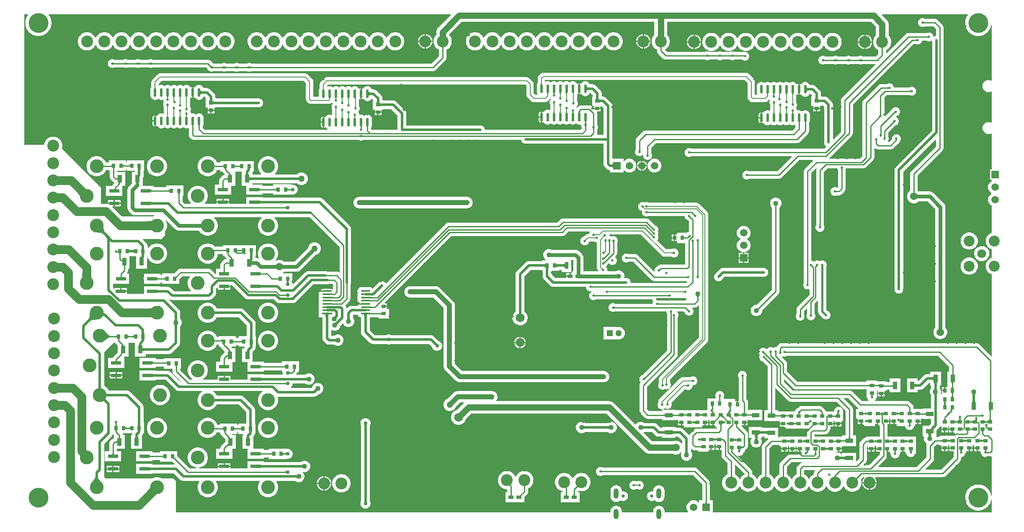
<source format=gbl>
G04*
G04 #@! TF.GenerationSoftware,Altium Limited,Altium Designer,23.10.1 (27)*
G04*
G04 Layer_Physical_Order=2*
G04 Layer_Color=16711680*
%FSLAX25Y25*%
%MOIN*%
G70*
G04*
G04 #@! TF.SameCoordinates,BE4D4FF9-9B6F-45BD-9266-944CD61FC198*
G04*
G04*
G04 #@! TF.FilePolarity,Positive*
G04*
G01*
G75*
%ADD14C,0.01000*%
%ADD17C,0.00800*%
%ADD53R,0.02756X0.03347*%
%ADD54R,0.03347X0.02756*%
%ADD55R,0.04000X0.03000*%
%ADD112C,0.04000*%
%ADD113C,0.02000*%
%ADD114C,0.01500*%
%ADD115C,0.03000*%
%ADD116C,0.05000*%
%ADD117C,0.07000*%
%ADD118O,0.03937X0.08268*%
%ADD119C,0.02638*%
%ADD120C,0.11000*%
%ADD121C,0.07087*%
%ADD122C,0.08661*%
%ADD123C,0.05906*%
%ADD124R,0.05906X0.05906*%
%ADD125R,0.05906X0.05906*%
%ADD126C,0.09449*%
%ADD127C,0.07087*%
%ADD128C,0.05000*%
%ADD129R,0.05000X0.05000*%
%ADD130C,0.15748*%
%ADD131C,0.02000*%
%ADD132C,0.06000*%
%ADD133C,0.04000*%
%ADD134C,0.07000*%
%ADD135C,0.03000*%
%ADD136O,0.07874X0.01260*%
%ADD137R,0.07874X0.01260*%
%ADD138R,0.08000X0.03000*%
%ADD139O,0.02205X0.06870*%
%ADD140R,0.03543X0.05906*%
%ADD141R,0.02559X0.05315*%
%ADD142R,0.05906X0.03543*%
G36*
X724162Y398568D02*
X724213Y398534D01*
X724270Y398503D01*
X724334Y398478D01*
X724406Y398456D01*
X724484Y398438D01*
X724570Y398424D01*
X724664Y398413D01*
X724871Y398406D01*
Y397406D01*
X724764Y397404D01*
X724570Y397388D01*
X724484Y397374D01*
X724406Y397356D01*
X724334Y397334D01*
X724270Y397307D01*
X724213Y397277D01*
X724162Y397243D01*
X724120Y397205D01*
Y398605D01*
X724162Y398568D01*
D02*
G37*
G36*
X727786Y385800D02*
X727743Y385838D01*
X727693Y385872D01*
X727636Y385902D01*
X727571Y385928D01*
X727500Y385950D01*
X727421Y385968D01*
X727335Y385982D01*
X727242Y385992D01*
X727034Y386000D01*
Y387000D01*
X727142Y387002D01*
X727335Y387018D01*
X727421Y387032D01*
X727500Y387050D01*
X727571Y387072D01*
X727636Y387098D01*
X727693Y387128D01*
X727743Y387162D01*
X727786Y387200D01*
Y385800D01*
D02*
G37*
G36*
X718786Y383300D02*
X718743Y383338D01*
X718693Y383372D01*
X718636Y383402D01*
X718572Y383428D01*
X718500Y383450D01*
X718421Y383468D01*
X718335Y383482D01*
X718242Y383492D01*
X718034Y383500D01*
Y384500D01*
X718142Y384502D01*
X718335Y384518D01*
X718421Y384532D01*
X718500Y384550D01*
X718572Y384572D01*
X718636Y384598D01*
X718693Y384628D01*
X718743Y384662D01*
X718786Y384700D01*
Y383300D01*
D02*
G37*
G36*
X572757Y372162D02*
X572807Y372128D01*
X572864Y372098D01*
X572928Y372072D01*
X573000Y372050D01*
X573079Y372032D01*
X573165Y372018D01*
X573258Y372008D01*
X573466Y372000D01*
Y371000D01*
X573358Y370998D01*
X573165Y370982D01*
X573079Y370968D01*
X573000Y370950D01*
X572928Y370928D01*
X572864Y370902D01*
X572807Y370872D01*
X572757Y370838D01*
X572714Y370800D01*
Y372200D01*
X572757Y372162D01*
D02*
G37*
G36*
X571286Y370800D02*
X571243Y370838D01*
X571193Y370872D01*
X571136Y370902D01*
X571071Y370928D01*
X571000Y370950D01*
X570921Y370968D01*
X570835Y370982D01*
X570742Y370992D01*
X570534Y371000D01*
Y372000D01*
X570642Y372002D01*
X570835Y372018D01*
X570921Y372032D01*
X571000Y372050D01*
X571071Y372072D01*
X571136Y372098D01*
X571193Y372128D01*
X571243Y372162D01*
X571286Y372200D01*
Y370800D01*
D02*
G37*
G36*
X562757Y372162D02*
X562807Y372128D01*
X562864Y372098D01*
X562928Y372072D01*
X563000Y372050D01*
X563079Y372032D01*
X563165Y372018D01*
X563258Y372008D01*
X563466Y372000D01*
Y371000D01*
X563358Y370998D01*
X563165Y370982D01*
X563079Y370968D01*
X563000Y370950D01*
X562928Y370928D01*
X562864Y370902D01*
X562807Y370872D01*
X562757Y370838D01*
X562714Y370800D01*
Y372200D01*
X562757Y372162D01*
D02*
G37*
G36*
X561286Y370800D02*
X561243Y370838D01*
X561193Y370872D01*
X561136Y370902D01*
X561071Y370928D01*
X561000Y370950D01*
X560921Y370968D01*
X560835Y370982D01*
X560742Y370992D01*
X560534Y371000D01*
Y372000D01*
X560642Y372002D01*
X560835Y372018D01*
X560921Y372032D01*
X561000Y372050D01*
X561071Y372072D01*
X561136Y372098D01*
X561193Y372128D01*
X561243Y372162D01*
X561286Y372200D01*
Y370800D01*
D02*
G37*
G36*
X552757Y372162D02*
X552807Y372128D01*
X552864Y372098D01*
X552928Y372072D01*
X553000Y372050D01*
X553079Y372032D01*
X553165Y372018D01*
X553258Y372008D01*
X553466Y372000D01*
Y371000D01*
X553358Y370998D01*
X553165Y370982D01*
X553079Y370968D01*
X553000Y370950D01*
X552928Y370928D01*
X552864Y370902D01*
X552807Y370872D01*
X552757Y370838D01*
X552714Y370800D01*
Y372200D01*
X552757Y372162D01*
D02*
G37*
G36*
X551286Y370800D02*
X551243Y370838D01*
X551193Y370872D01*
X551136Y370902D01*
X551072Y370928D01*
X551000Y370950D01*
X550921Y370968D01*
X550835Y370982D01*
X550742Y370992D01*
X550534Y371000D01*
Y372000D01*
X550642Y372002D01*
X550835Y372018D01*
X550921Y372032D01*
X551000Y372050D01*
X551072Y372072D01*
X551136Y372098D01*
X551193Y372128D01*
X551243Y372162D01*
X551286Y372200D01*
Y370800D01*
D02*
G37*
G36*
X581063Y370744D02*
X581039Y370793D01*
X581006Y370836D01*
X580964Y370875D01*
X580912Y370908D01*
X580851Y370936D01*
X580780Y370959D01*
X580700Y370977D01*
X580611Y370990D01*
X580512Y370997D01*
X580405Y371000D01*
X580486Y372000D01*
X581626Y372022D01*
X581063Y370744D01*
D02*
G37*
G36*
X674757Y368662D02*
X674807Y368628D01*
X674864Y368598D01*
X674929Y368572D01*
X675000Y368550D01*
X675079Y368532D01*
X675165Y368518D01*
X675258Y368508D01*
X675466Y368500D01*
Y367500D01*
X675358Y367498D01*
X675165Y367482D01*
X675079Y367468D01*
X675000Y367450D01*
X674929Y367428D01*
X674864Y367402D01*
X674807Y367372D01*
X674757Y367338D01*
X674714Y367300D01*
Y368700D01*
X674757Y368662D01*
D02*
G37*
G36*
X673286Y367300D02*
X673243Y367338D01*
X673193Y367372D01*
X673136Y367402D01*
X673071Y367428D01*
X673000Y367450D01*
X672921Y367468D01*
X672835Y367482D01*
X672742Y367492D01*
X672534Y367500D01*
Y368500D01*
X672642Y368502D01*
X672835Y368518D01*
X672921Y368532D01*
X673000Y368550D01*
X673071Y368572D01*
X673136Y368598D01*
X673193Y368628D01*
X673243Y368662D01*
X673286Y368700D01*
Y367300D01*
D02*
G37*
G36*
X665257Y368662D02*
X665307Y368628D01*
X665364Y368598D01*
X665428Y368572D01*
X665500Y368550D01*
X665579Y368532D01*
X665665Y368518D01*
X665758Y368508D01*
X665966Y368500D01*
Y367500D01*
X665858Y367498D01*
X665665Y367482D01*
X665579Y367468D01*
X665500Y367450D01*
X665428Y367428D01*
X665364Y367402D01*
X665307Y367372D01*
X665257Y367338D01*
X665214Y367300D01*
Y368700D01*
X665257Y368662D01*
D02*
G37*
G36*
X663786Y367300D02*
X663743Y367338D01*
X663693Y367372D01*
X663636Y367402D01*
X663572Y367428D01*
X663500Y367450D01*
X663421Y367468D01*
X663335Y367482D01*
X663242Y367492D01*
X663034Y367500D01*
Y368500D01*
X663142Y368502D01*
X663335Y368518D01*
X663421Y368532D01*
X663500Y368550D01*
X663572Y368572D01*
X663636Y368598D01*
X663693Y368628D01*
X663743Y368662D01*
X663786Y368700D01*
Y367300D01*
D02*
G37*
G36*
X654757Y368662D02*
X654807Y368628D01*
X654864Y368598D01*
X654928Y368572D01*
X655000Y368550D01*
X655079Y368532D01*
X655165Y368518D01*
X655258Y368508D01*
X655466Y368500D01*
Y367500D01*
X655358Y367498D01*
X655165Y367482D01*
X655079Y367468D01*
X655000Y367450D01*
X654928Y367428D01*
X654864Y367402D01*
X654807Y367372D01*
X654757Y367338D01*
X654714Y367300D01*
Y368700D01*
X654757Y368662D01*
D02*
G37*
G36*
X653286Y367300D02*
X653243Y367338D01*
X653193Y367372D01*
X653136Y367402D01*
X653071Y367428D01*
X653000Y367450D01*
X652921Y367468D01*
X652835Y367482D01*
X652742Y367492D01*
X652534Y367500D01*
Y368500D01*
X652642Y368502D01*
X652835Y368518D01*
X652921Y368532D01*
X653000Y368550D01*
X653071Y368572D01*
X653136Y368598D01*
X653193Y368628D01*
X653243Y368662D01*
X653286Y368700D01*
Y367300D01*
D02*
G37*
G36*
X644757Y368662D02*
X644807Y368628D01*
X644864Y368598D01*
X644929Y368572D01*
X645000Y368550D01*
X645079Y368532D01*
X645165Y368518D01*
X645258Y368508D01*
X645466Y368500D01*
Y367500D01*
X645358Y367498D01*
X645165Y367482D01*
X645079Y367468D01*
X645000Y367450D01*
X644929Y367428D01*
X644864Y367402D01*
X644807Y367372D01*
X644757Y367338D01*
X644714Y367300D01*
Y368700D01*
X644757Y368662D01*
D02*
G37*
G36*
X109757Y366006D02*
X109807Y365972D01*
X109864Y365942D01*
X109929Y365916D01*
X110000Y365894D01*
X110079Y365876D01*
X110165Y365862D01*
X110258Y365852D01*
X110466Y365844D01*
Y364844D01*
X110358Y364842D01*
X110165Y364826D01*
X110079Y364812D01*
X110000Y364794D01*
X109929Y364772D01*
X109864Y364746D01*
X109807Y364716D01*
X109757Y364682D01*
X109714Y364644D01*
Y366044D01*
X109757Y366006D01*
D02*
G37*
G36*
X108286Y364644D02*
X108243Y364682D01*
X108193Y364716D01*
X108136Y364746D01*
X108071Y364772D01*
X108000Y364794D01*
X107921Y364812D01*
X107835Y364826D01*
X107742Y364836D01*
X107534Y364844D01*
Y365844D01*
X107642Y365846D01*
X107835Y365862D01*
X107921Y365876D01*
X108000Y365894D01*
X108071Y365916D01*
X108136Y365942D01*
X108193Y365972D01*
X108243Y366006D01*
X108286Y366044D01*
Y364644D01*
D02*
G37*
G36*
X99757Y366006D02*
X99807Y365972D01*
X99864Y365942D01*
X99928Y365916D01*
X100000Y365894D01*
X100079Y365876D01*
X100165Y365862D01*
X100258Y365852D01*
X100466Y365844D01*
Y364844D01*
X100358Y364842D01*
X100165Y364826D01*
X100079Y364812D01*
X100000Y364794D01*
X99928Y364772D01*
X99864Y364746D01*
X99807Y364716D01*
X99757Y364682D01*
X99714Y364644D01*
Y366044D01*
X99757Y366006D01*
D02*
G37*
G36*
X98286Y364644D02*
X98243Y364682D01*
X98193Y364716D01*
X98136Y364746D01*
X98071Y364772D01*
X98000Y364794D01*
X97921Y364812D01*
X97835Y364826D01*
X97742Y364836D01*
X97534Y364844D01*
Y365844D01*
X97641Y365846D01*
X97835Y365862D01*
X97921Y365876D01*
X98000Y365894D01*
X98071Y365916D01*
X98136Y365942D01*
X98193Y365972D01*
X98243Y366006D01*
X98286Y366044D01*
Y364644D01*
D02*
G37*
G36*
X89757Y366006D02*
X89807Y365972D01*
X89864Y365942D01*
X89929Y365916D01*
X90000Y365894D01*
X90079Y365876D01*
X90165Y365862D01*
X90258Y365852D01*
X90466Y365844D01*
Y364844D01*
X90359Y364842D01*
X90165Y364826D01*
X90079Y364812D01*
X90000Y364794D01*
X89929Y364772D01*
X89864Y364746D01*
X89807Y364716D01*
X89757Y364682D01*
X89714Y364644D01*
Y366044D01*
X89757Y366006D01*
D02*
G37*
G36*
X88286Y364644D02*
X88243Y364682D01*
X88193Y364716D01*
X88136Y364746D01*
X88072Y364772D01*
X88000Y364794D01*
X87921Y364812D01*
X87835Y364826D01*
X87742Y364836D01*
X87534Y364844D01*
Y365844D01*
X87642Y365846D01*
X87835Y365862D01*
X87921Y365876D01*
X88000Y365894D01*
X88072Y365916D01*
X88136Y365942D01*
X88193Y365972D01*
X88243Y366006D01*
X88286Y366044D01*
Y364644D01*
D02*
G37*
G36*
X79257Y366006D02*
X79307Y365972D01*
X79364Y365942D01*
X79428Y365916D01*
X79500Y365894D01*
X79579Y365876D01*
X79665Y365862D01*
X79758Y365852D01*
X79966Y365844D01*
Y364844D01*
X79858Y364842D01*
X79665Y364826D01*
X79579Y364812D01*
X79500Y364794D01*
X79428Y364772D01*
X79364Y364746D01*
X79307Y364716D01*
X79257Y364682D01*
X79214Y364644D01*
Y366044D01*
X79257Y366006D01*
D02*
G37*
G36*
X156894Y363659D02*
X157043Y363534D01*
X157113Y363483D01*
X157182Y363440D01*
X157248Y363405D01*
X157312Y363377D01*
X157373Y363358D01*
X157433Y363347D01*
X157490Y363344D01*
X156500Y362354D01*
X156497Y362411D01*
X156485Y362470D01*
X156466Y362532D01*
X156439Y362596D01*
X156404Y362662D01*
X156361Y362730D01*
X156310Y362801D01*
X156251Y362874D01*
X156110Y363027D01*
X156817Y363734D01*
X156894Y363659D01*
D02*
G37*
G36*
X168257Y363006D02*
X168307Y362972D01*
X168364Y362942D01*
X168429Y362916D01*
X168500Y362894D01*
X168579Y362876D01*
X168665Y362862D01*
X168758Y362852D01*
X168966Y362844D01*
Y361844D01*
X168858Y361842D01*
X168665Y361826D01*
X168579Y361812D01*
X168500Y361794D01*
X168429Y361772D01*
X168364Y361746D01*
X168307Y361716D01*
X168257Y361682D01*
X168214Y361644D01*
Y363044D01*
X168257Y363006D01*
D02*
G37*
G36*
X166786Y361644D02*
X166743Y361682D01*
X166693Y361716D01*
X166636Y361746D01*
X166571Y361772D01*
X166500Y361794D01*
X166421Y361812D01*
X166335Y361826D01*
X166242Y361836D01*
X166034Y361844D01*
Y362844D01*
X166142Y362846D01*
X166335Y362862D01*
X166421Y362876D01*
X166500Y362894D01*
X166571Y362916D01*
X166636Y362942D01*
X166693Y362972D01*
X166743Y363006D01*
X166786Y363044D01*
Y361644D01*
D02*
G37*
G36*
X158257Y363006D02*
X158307Y362972D01*
X158364Y362942D01*
X158429Y362916D01*
X158500Y362894D01*
X158579Y362876D01*
X158665Y362862D01*
X158758Y362852D01*
X158966Y362844D01*
Y361844D01*
X158858Y361842D01*
X158665Y361826D01*
X158579Y361812D01*
X158500Y361794D01*
X158429Y361772D01*
X158364Y361746D01*
X158307Y361716D01*
X158257Y361682D01*
X158214Y361644D01*
Y363044D01*
X158257Y363006D01*
D02*
G37*
G36*
X186723Y361620D02*
X186683Y361662D01*
X186635Y361700D01*
X186580Y361734D01*
X186518Y361763D01*
X186448Y361788D01*
X186371Y361808D01*
X186286Y361824D01*
X186193Y361835D01*
X186093Y361841D01*
X185986Y361844D01*
X186096Y362844D01*
X186204Y362845D01*
X186399Y362859D01*
X186485Y362871D01*
X186565Y362886D01*
X186637Y362905D01*
X186702Y362927D01*
X186760Y362952D01*
X186811Y362981D01*
X186855Y363014D01*
X186723Y361620D01*
D02*
G37*
G36*
X178189Y362981D02*
X178240Y362952D01*
X178298Y362927D01*
X178363Y362905D01*
X178435Y362886D01*
X178515Y362871D01*
X178601Y362859D01*
X178796Y362845D01*
X178904Y362844D01*
X179014Y361844D01*
X178907Y361841D01*
X178714Y361824D01*
X178629Y361808D01*
X178552Y361788D01*
X178482Y361763D01*
X178420Y361734D01*
X178365Y361700D01*
X178317Y361662D01*
X178277Y361620D01*
X178145Y363014D01*
X178189Y362981D01*
D02*
G37*
G36*
X176723Y361620D02*
X176683Y361662D01*
X176635Y361700D01*
X176580Y361734D01*
X176518Y361763D01*
X176448Y361788D01*
X176371Y361808D01*
X176286Y361824D01*
X176093Y361841D01*
X175986Y361844D01*
X176096Y362844D01*
X176204Y362845D01*
X176399Y362859D01*
X176485Y362871D01*
X176565Y362886D01*
X176637Y362905D01*
X176702Y362927D01*
X176760Y362952D01*
X176811Y362981D01*
X176855Y363014D01*
X176723Y361620D01*
D02*
G37*
G36*
X188257Y362911D02*
X188307Y362877D01*
X188364Y362847D01*
X188428Y362821D01*
X188500Y362799D01*
X188579Y362781D01*
X188665Y362767D01*
X188758Y362757D01*
X188966Y362749D01*
Y361749D01*
X188858Y361747D01*
X188665Y361731D01*
X188579Y361717D01*
X188500Y361699D01*
X188428Y361677D01*
X188364Y361651D01*
X188307Y361621D01*
X188257Y361587D01*
X188214Y361549D01*
Y362949D01*
X188257Y362911D01*
D02*
G37*
G36*
X696286Y345300D02*
X696243Y345338D01*
X696193Y345372D01*
X696136Y345402D01*
X696071Y345428D01*
X696000Y345450D01*
X695921Y345468D01*
X695835Y345482D01*
X695742Y345492D01*
X695534Y345500D01*
Y346500D01*
X695642Y346502D01*
X695835Y346518D01*
X695921Y346532D01*
X696000Y346550D01*
X696071Y346572D01*
X696136Y346598D01*
X696193Y346628D01*
X696243Y346662D01*
X696286Y346700D01*
Y345300D01*
D02*
G37*
G36*
X631108Y346619D02*
X631168Y346449D01*
X631269Y346299D01*
X631410Y346169D01*
X631591Y346059D01*
X631812Y345969D01*
X632074Y345899D01*
X632375Y345849D01*
X632718Y345819D01*
X633100Y345809D01*
Y343809D01*
X632718Y343799D01*
X632375Y343769D01*
X632074Y343719D01*
X631812Y343649D01*
X631591Y343559D01*
X631410Y343449D01*
X631269Y343319D01*
X631168Y343169D01*
X631108Y342999D01*
X631088Y342809D01*
Y346809D01*
X631108Y346619D01*
D02*
G37*
G36*
X714063Y342615D02*
X714020Y342653D01*
X713970Y342687D01*
X713913Y342717D01*
X713848Y342743D01*
X713777Y342765D01*
X713698Y342783D01*
X713612Y342797D01*
X713519Y342807D01*
X713311Y342815D01*
Y343815D01*
X713418Y343817D01*
X713612Y343833D01*
X713698Y343847D01*
X713777Y343865D01*
X713848Y343887D01*
X713913Y343913D01*
X713970Y343943D01*
X714020Y343977D01*
X714063Y344015D01*
Y342615D01*
D02*
G37*
G36*
X640007Y338486D02*
X640060Y337846D01*
X640106Y337586D01*
X640165Y337366D01*
X640238Y337186D01*
X640324Y337046D01*
X640423Y336946D01*
X640536Y336886D01*
X640661Y336866D01*
X637339D01*
X637464Y336886D01*
X637577Y336946D01*
X637676Y337046D01*
X637762Y337186D01*
X637835Y337366D01*
X637894Y337586D01*
X637941Y337846D01*
X637973Y338146D01*
X638000Y338866D01*
X640000D01*
X640007Y338486D01*
D02*
G37*
G36*
X640681Y336796D02*
X640741Y336734D01*
X640841Y336679D01*
X640981Y336632D01*
X641161Y336592D01*
X641381Y336559D01*
X641941Y336515D01*
X642661Y336500D01*
Y334500D01*
X642281Y334496D01*
X641161Y334408D01*
X640981Y334368D01*
X640841Y334321D01*
X640741Y334266D01*
X640681Y334204D01*
X640661Y334134D01*
Y336866D01*
X640681Y336796D01*
D02*
G37*
G36*
X690443Y324918D02*
X690459Y324724D01*
X690473Y324638D01*
X690491Y324559D01*
X690513Y324488D01*
X690539Y324423D01*
X690569Y324366D01*
X690603Y324316D01*
X690641Y324273D01*
X689241D01*
X689279Y324316D01*
X689313Y324366D01*
X689343Y324423D01*
X689369Y324488D01*
X689391Y324559D01*
X689409Y324638D01*
X689423Y324724D01*
X689433Y324817D01*
X689441Y325025D01*
X690441D01*
X690443Y324918D01*
D02*
G37*
G36*
X689931Y322559D02*
X689874Y322556D01*
X689814Y322544D01*
X689753Y322525D01*
X689689Y322498D01*
X689623Y322463D01*
X689554Y322420D01*
X689483Y322369D01*
X689410Y322310D01*
X689258Y322169D01*
X688551Y322876D01*
X688625Y322954D01*
X688751Y323102D01*
X688802Y323172D01*
X688845Y323241D01*
X688880Y323307D01*
X688907Y323371D01*
X688926Y323432D01*
X688938Y323492D01*
X688941Y323549D01*
X689931Y322559D01*
D02*
G37*
G36*
X700990Y318500D02*
X700933Y318497D01*
X700874Y318485D01*
X700812Y318466D01*
X700748Y318439D01*
X700682Y318404D01*
X700613Y318361D01*
X700543Y318310D01*
X700470Y318251D01*
X700317Y318110D01*
X699610Y318817D01*
X699684Y318894D01*
X699810Y319043D01*
X699861Y319113D01*
X699904Y319182D01*
X699939Y319248D01*
X699966Y319312D01*
X699985Y319373D01*
X699997Y319433D01*
X700000Y319490D01*
X700990Y318500D01*
D02*
G37*
G36*
X690502Y309358D02*
X690518Y309165D01*
X690532Y309079D01*
X690550Y309000D01*
X690572Y308928D01*
X690598Y308864D01*
X690628Y308807D01*
X690662Y308757D01*
X690700Y308714D01*
X689300D01*
X689338Y308757D01*
X689372Y308807D01*
X689402Y308864D01*
X689428Y308928D01*
X689450Y309000D01*
X689468Y309079D01*
X689482Y309165D01*
X689492Y309258D01*
X689500Y309466D01*
X690500D01*
X690502Y309358D01*
D02*
G37*
G36*
X693502Y306858D02*
X693518Y306665D01*
X693532Y306579D01*
X693550Y306500D01*
X693572Y306429D01*
X693598Y306364D01*
X693628Y306307D01*
X693662Y306257D01*
X693700Y306214D01*
X692300D01*
X692338Y306257D01*
X692372Y306307D01*
X692402Y306364D01*
X692428Y306429D01*
X692450Y306500D01*
X692468Y306579D01*
X692482Y306665D01*
X692492Y306758D01*
X692500Y306966D01*
X693500D01*
X693502Y306858D01*
D02*
G37*
G36*
X703091Y304694D02*
X702429Y303722D01*
X701530Y304238D01*
X701607Y304317D01*
X701727Y304459D01*
X701770Y304522D01*
X701803Y304580D01*
X701824Y304632D01*
X701835Y304679D01*
X701834Y304720D01*
X701823Y304755D01*
X701800Y304786D01*
X703091Y304694D01*
D02*
G37*
G36*
X687162Y304243D02*
X687128Y304193D01*
X687098Y304136D01*
X687072Y304071D01*
X687050Y304000D01*
X687032Y303921D01*
X687018Y303835D01*
X687008Y303742D01*
X687000Y303534D01*
X686000D01*
X685998Y303642D01*
X685982Y303835D01*
X685968Y303921D01*
X685950Y304000D01*
X685928Y304071D01*
X685902Y304136D01*
X685872Y304193D01*
X685838Y304243D01*
X685800Y304286D01*
X687200D01*
X687162Y304243D01*
D02*
G37*
G36*
X538257Y295162D02*
X538307Y295128D01*
X538364Y295098D01*
X538428Y295072D01*
X538500Y295050D01*
X538579Y295032D01*
X538665Y295018D01*
X538758Y295008D01*
X538966Y295000D01*
Y294000D01*
X538858Y293998D01*
X538665Y293982D01*
X538579Y293968D01*
X538500Y293950D01*
X538428Y293928D01*
X538364Y293902D01*
X538307Y293872D01*
X538257Y293838D01*
X538214Y293800D01*
Y295200D01*
X538257Y295162D01*
D02*
G37*
G36*
X92646Y283000D02*
X92636Y283095D01*
X92606Y283180D01*
X92555Y283255D01*
X92484Y283320D01*
X92393Y283375D01*
X92282Y283420D01*
X92150Y283455D01*
X91998Y283480D01*
X91826Y283495D01*
X91634Y283500D01*
Y284500D01*
X91826Y284505D01*
X91998Y284520D01*
X92150Y284545D01*
X92282Y284580D01*
X92393Y284625D01*
X92484Y284680D01*
X92555Y284745D01*
X92606Y284820D01*
X92636Y284905D01*
X92646Y285000D01*
Y283000D01*
D02*
G37*
G36*
X86864Y284905D02*
X86894Y284820D01*
X86945Y284745D01*
X87016Y284680D01*
X87107Y284625D01*
X87218Y284580D01*
X87350Y284545D01*
X87502Y284520D01*
X87674Y284505D01*
X87866Y284500D01*
Y283500D01*
X87674Y283495D01*
X87502Y283480D01*
X87350Y283455D01*
X87218Y283420D01*
X87107Y283375D01*
X87016Y283320D01*
X86945Y283255D01*
X86894Y283180D01*
X86864Y283095D01*
X86854Y283000D01*
Y285000D01*
X86864Y284905D01*
D02*
G37*
G36*
X78241Y282500D02*
X78230Y282595D01*
X78200Y282680D01*
X78149Y282755D01*
X78079Y282820D01*
X77987Y282875D01*
X77876Y282920D01*
X77745Y282955D01*
X77593Y282980D01*
X77421Y282995D01*
X77228Y283000D01*
Y284000D01*
X77421Y284005D01*
X77593Y284020D01*
X77745Y284045D01*
X77876Y284080D01*
X77987Y284125D01*
X78079Y284180D01*
X78149Y284245D01*
X78200Y284320D01*
X78230Y284405D01*
X78241Y284500D01*
Y282500D01*
D02*
G37*
G36*
X80500Y282329D02*
X80414Y282299D01*
X80339Y282249D01*
X80274Y282179D01*
X80220Y282089D01*
X80174Y281979D01*
X80139Y281849D01*
X80115Y281699D01*
X80099Y281529D01*
X80094Y281339D01*
X79094D01*
X79089Y281529D01*
X79075Y281699D01*
X79049Y281849D01*
X79014Y281979D01*
X78970Y282089D01*
X78914Y282179D01*
X78850Y282249D01*
X78774Y282299D01*
X78689Y282329D01*
X78594Y282339D01*
X80594D01*
X80500Y282329D01*
D02*
G37*
G36*
X659662Y281743D02*
X659628Y281693D01*
X659598Y281636D01*
X659572Y281572D01*
X659550Y281500D01*
X659532Y281421D01*
X659518Y281335D01*
X659508Y281242D01*
X659500Y281034D01*
X658500D01*
X658498Y281142D01*
X658482Y281335D01*
X658468Y281421D01*
X658450Y281500D01*
X658428Y281572D01*
X658402Y281636D01*
X658372Y281693D01*
X658338Y281743D01*
X658300Y281786D01*
X659700D01*
X659662Y281743D01*
D02*
G37*
G36*
X101202Y282319D02*
X101140Y282259D01*
X101085Y282159D01*
X101037Y282019D01*
X100997Y281839D01*
X100964Y281619D01*
X100920Y281059D01*
X100906Y280339D01*
X98905D01*
X98902Y280719D01*
X98814Y281839D01*
X98774Y282019D01*
X98726Y282159D01*
X98671Y282259D01*
X98609Y282319D01*
X98540Y282339D01*
X101271D01*
X101202Y282319D01*
D02*
G37*
G36*
X100149Y276441D02*
X97905Y276429D01*
X98096Y276450D01*
X98265Y276511D01*
X98415Y276612D01*
X98545Y276753D01*
X98655Y276934D01*
X98746Y277156D01*
X98816Y277417D01*
X98865Y277718D01*
X98896Y278059D01*
X98905Y278441D01*
X100906D01*
X100149Y276441D01*
D02*
G37*
G36*
X584257Y277162D02*
X584307Y277128D01*
X584364Y277098D01*
X584429Y277072D01*
X584500Y277050D01*
X584579Y277032D01*
X584665Y277018D01*
X584758Y277008D01*
X584966Y277000D01*
Y276000D01*
X584858Y275998D01*
X584665Y275982D01*
X584579Y275968D01*
X584500Y275950D01*
X584429Y275928D01*
X584364Y275902D01*
X584307Y275872D01*
X584257Y275838D01*
X584214Y275800D01*
Y277200D01*
X584257Y277162D01*
D02*
G37*
G36*
X82863Y272500D02*
X82853Y272595D01*
X82822Y272680D01*
X82771Y272755D01*
X82701Y272820D01*
X82610Y272875D01*
X82498Y272920D01*
X82367Y272955D01*
X82215Y272980D01*
X82043Y272995D01*
X81851Y273000D01*
Y274000D01*
X82043Y274005D01*
X82215Y274020D01*
X82367Y274045D01*
X82498Y274080D01*
X82610Y274125D01*
X82701Y274180D01*
X82771Y274245D01*
X82822Y274320D01*
X82853Y274405D01*
X82863Y274500D01*
Y272500D01*
D02*
G37*
G36*
X84978Y270550D02*
X84906Y270522D01*
X84842Y270476D01*
X84786Y270411D01*
X84740Y270328D01*
X84701Y270226D01*
X84671Y270105D01*
X84650Y269967D01*
X84637Y269809D01*
X84633Y269633D01*
X83633D01*
X83629Y269809D01*
X83616Y269967D01*
X83595Y270105D01*
X83565Y270226D01*
X83526Y270328D01*
X83480Y270411D01*
X83424Y270476D01*
X83360Y270522D01*
X83288Y270550D01*
X83207Y270559D01*
X85059D01*
X84978Y270550D01*
D02*
G37*
G36*
X81419Y266238D02*
X81431Y266081D01*
X81453Y265942D01*
X81482Y265821D01*
X81521Y265720D01*
X81568Y265636D01*
X81623Y265571D01*
X81687Y265525D01*
X81759Y265497D01*
X81840Y265488D01*
X79988D01*
X80069Y265497D01*
X80141Y265525D01*
X80205Y265571D01*
X80261Y265636D01*
X80308Y265720D01*
X80346Y265821D01*
X80376Y265942D01*
X80397Y266081D01*
X80410Y266238D01*
X80414Y266414D01*
X81414D01*
X81419Y266238D01*
D02*
G37*
G36*
X124146Y263000D02*
X124136Y263095D01*
X124106Y263180D01*
X124055Y263255D01*
X123984Y263320D01*
X123893Y263375D01*
X123782Y263420D01*
X123650Y263455D01*
X123498Y263480D01*
X123326Y263495D01*
X123134Y263500D01*
Y264500D01*
X123326Y264505D01*
X123498Y264520D01*
X123650Y264545D01*
X123782Y264580D01*
X123893Y264625D01*
X123984Y264680D01*
X124055Y264745D01*
X124106Y264820D01*
X124136Y264905D01*
X124146Y265000D01*
Y263000D01*
D02*
G37*
G36*
X108986Y264905D02*
X109017Y264820D01*
X109067Y264745D01*
X109138Y264680D01*
X109229Y264625D01*
X109340Y264580D01*
X109472Y264545D01*
X109624Y264520D01*
X109796Y264505D01*
X109988Y264500D01*
Y263500D01*
X109796Y263495D01*
X109624Y263480D01*
X109472Y263455D01*
X109340Y263420D01*
X109229Y263375D01*
X109138Y263320D01*
X109067Y263255D01*
X109017Y263180D01*
X108986Y263095D01*
X108976Y263000D01*
Y265000D01*
X108986Y264905D01*
D02*
G37*
G36*
X654332Y264087D02*
X654382Y264053D01*
X654439Y264023D01*
X654503Y263997D01*
X654575Y263975D01*
X654654Y263957D01*
X654740Y263943D01*
X654833Y263933D01*
X655041Y263925D01*
Y262925D01*
X654933Y262923D01*
X654740Y262907D01*
X654654Y262893D01*
X654575Y262875D01*
X654503Y262853D01*
X654439Y262827D01*
X654382Y262797D01*
X654332Y262763D01*
X654289Y262725D01*
Y264125D01*
X654332Y264087D01*
D02*
G37*
G36*
X132310Y262329D02*
X132226Y262299D01*
X132150Y262249D01*
X132086Y262179D01*
X132030Y262089D01*
X131985Y261979D01*
X131950Y261849D01*
X131925Y261699D01*
X131911Y261529D01*
X131905Y261339D01*
X130905D01*
X130901Y261529D01*
X130886Y261699D01*
X130860Y261849D01*
X130825Y261979D01*
X130780Y262089D01*
X130726Y262179D01*
X130660Y262249D01*
X130586Y262299D01*
X130500Y262329D01*
X130405Y262339D01*
X132405D01*
X132310Y262329D01*
D02*
G37*
G36*
X717006Y263378D02*
X717140Y261680D01*
X717202Y261366D01*
X717275Y261098D01*
X717359Y260874D01*
X717455Y260695D01*
X717561Y260560D01*
X715439D01*
X715545Y260695D01*
X715641Y260874D01*
X715725Y261098D01*
X715798Y261366D01*
X715860Y261680D01*
X715910Y262037D01*
X715977Y262887D01*
X716000Y263914D01*
X717000D01*
X717006Y263378D01*
D02*
G37*
G36*
X55712Y267247D02*
X57613Y265583D01*
X57802Y265469D01*
X57955Y265400D01*
X58071Y265378D01*
X52626Y259933D01*
X52604Y260049D01*
X52536Y260202D01*
X52421Y260391D01*
X52259Y260617D01*
X51798Y261177D01*
X51150Y261884D01*
X50318Y262737D01*
X55268Y267686D01*
X55712Y267247D01*
D02*
G37*
G36*
X195508Y256395D02*
X195568Y256312D01*
X195668Y256239D01*
X195808Y256176D01*
X195988Y256122D01*
X196208Y256078D01*
X196468Y256044D01*
X197108Y256005D01*
X197488Y256000D01*
Y254000D01*
X197108Y253995D01*
X196208Y253922D01*
X195988Y253878D01*
X195808Y253824D01*
X195668Y253761D01*
X195568Y253688D01*
X195508Y253605D01*
X195488Y253512D01*
Y256488D01*
X195508Y256395D01*
D02*
G37*
G36*
X109008Y255395D02*
X109068Y255312D01*
X109168Y255239D01*
X109308Y255176D01*
X109488Y255122D01*
X109708Y255078D01*
X109968Y255044D01*
X110608Y255005D01*
X110988Y255000D01*
Y253000D01*
X110608Y252995D01*
X109708Y252922D01*
X109488Y252878D01*
X109308Y252824D01*
X109168Y252761D01*
X109068Y252688D01*
X109008Y252605D01*
X108988Y252512D01*
Y255488D01*
X109008Y255395D01*
D02*
G37*
G36*
X504275Y252143D02*
X504340Y252092D01*
X504410Y252047D01*
X504484Y252008D01*
X504562Y251975D01*
X504644Y251948D01*
X504731Y251927D01*
X504822Y251912D01*
X504917Y251903D01*
X505017Y251900D01*
Y251100D01*
X504917Y251097D01*
X504822Y251088D01*
X504731Y251073D01*
X504644Y251052D01*
X504562Y251025D01*
X504484Y250992D01*
X504410Y250953D01*
X504340Y250908D01*
X504275Y250857D01*
X504214Y250800D01*
Y252200D01*
X504275Y252143D01*
D02*
G37*
G36*
X501503Y251407D02*
X501513Y251324D01*
X501530Y251243D01*
X501555Y251164D01*
X501587Y251085D01*
X501626Y251008D01*
X501672Y250932D01*
X501726Y250857D01*
X501787Y250783D01*
X501855Y250711D01*
X501290Y250145D01*
X501217Y250213D01*
X501143Y250274D01*
X501068Y250328D01*
X500992Y250374D01*
X500915Y250413D01*
X500836Y250445D01*
X500757Y250470D01*
X500676Y250487D01*
X500593Y250497D01*
X500510Y250500D01*
X501500Y251490D01*
X501503Y251407D01*
D02*
G37*
G36*
X216929Y249450D02*
X216819Y249554D01*
X216707Y249648D01*
X216590Y249730D01*
X216471Y249802D01*
X216349Y249863D01*
X216223Y249912D01*
X216093Y249951D01*
X215961Y249978D01*
X215825Y249994D01*
X215686Y250000D01*
Y251000D01*
X215825Y251006D01*
X215961Y251022D01*
X216093Y251049D01*
X216223Y251088D01*
X216349Y251137D01*
X216471Y251198D01*
X216590Y251270D01*
X216707Y251352D01*
X216819Y251446D01*
X216929Y251550D01*
Y249450D01*
D02*
G37*
G36*
X504257Y247662D02*
X504307Y247628D01*
X504364Y247598D01*
X504428Y247572D01*
X504500Y247550D01*
X504579Y247532D01*
X504665Y247518D01*
X504758Y247508D01*
X504966Y247500D01*
Y246500D01*
X504858Y246498D01*
X504665Y246482D01*
X504579Y246468D01*
X504500Y246450D01*
X504428Y246428D01*
X504364Y246402D01*
X504307Y246372D01*
X504257Y246338D01*
X504214Y246300D01*
Y247700D01*
X504257Y247662D01*
D02*
G37*
G36*
X541894Y245316D02*
X542043Y245190D01*
X542113Y245139D01*
X542182Y245096D01*
X542248Y245061D01*
X542312Y245034D01*
X542374Y245015D01*
X542433Y245003D01*
X542490Y245000D01*
X541500Y244010D01*
X541497Y244067D01*
X541485Y244127D01*
X541466Y244188D01*
X541439Y244252D01*
X541404Y244318D01*
X541361Y244387D01*
X541310Y244457D01*
X541251Y244530D01*
X541110Y244683D01*
X541817Y245390D01*
X541894Y245316D01*
D02*
G37*
G36*
X538503Y243933D02*
X538515Y243874D01*
X538534Y243812D01*
X538561Y243748D01*
X538596Y243682D01*
X538639Y243613D01*
X538690Y243543D01*
X538749Y243470D01*
X538890Y243317D01*
X538183Y242610D01*
X538106Y242685D01*
X537957Y242810D01*
X537887Y242861D01*
X537818Y242904D01*
X537752Y242939D01*
X537688Y242966D01*
X537627Y242985D01*
X537567Y242997D01*
X537510Y243000D01*
X538500Y243990D01*
X538503Y243933D01*
D02*
G37*
G36*
X642266Y236122D02*
X642282Y235929D01*
X642296Y235843D01*
X642314Y235764D01*
X642336Y235693D01*
X642362Y235628D01*
X642392Y235571D01*
X642426Y235521D01*
X642464Y235478D01*
X641064D01*
X641102Y235521D01*
X641136Y235571D01*
X641166Y235628D01*
X641192Y235693D01*
X641214Y235764D01*
X641232Y235843D01*
X641246Y235929D01*
X641256Y236022D01*
X641264Y236230D01*
X642264D01*
X642266Y236122D01*
D02*
G37*
G36*
X508894Y234315D02*
X509043Y234190D01*
X509113Y234139D01*
X509182Y234096D01*
X509248Y234061D01*
X509312Y234034D01*
X509374Y234015D01*
X509433Y234003D01*
X509490Y234000D01*
X508500Y233010D01*
X508497Y233067D01*
X508485Y233126D01*
X508466Y233188D01*
X508439Y233252D01*
X508404Y233318D01*
X508361Y233387D01*
X508310Y233457D01*
X508251Y233530D01*
X508110Y233683D01*
X508817Y234390D01*
X508894Y234315D01*
D02*
G37*
G36*
X110105Y232408D02*
X110007Y232474D01*
X109851Y232534D01*
X109636Y232587D01*
X109362Y232632D01*
X108639Y232702D01*
X107682Y232744D01*
X106490Y232758D01*
X106490Y239758D01*
X107115Y239761D01*
X109636Y239930D01*
X109851Y239982D01*
X110007Y240041D01*
X110105Y240108D01*
X110105Y232408D01*
D02*
G37*
G36*
X508894Y231315D02*
X509043Y231190D01*
X509113Y231139D01*
X509182Y231096D01*
X509248Y231061D01*
X509312Y231034D01*
X509374Y231015D01*
X509433Y231003D01*
X509490Y231000D01*
X508500Y230010D01*
X508497Y230067D01*
X508485Y230127D01*
X508466Y230188D01*
X508439Y230252D01*
X508404Y230318D01*
X508361Y230387D01*
X508310Y230457D01*
X508251Y230530D01*
X508110Y230683D01*
X508817Y231390D01*
X508894Y231315D01*
D02*
G37*
G36*
X71506Y235429D02*
X71606Y234039D01*
X71699Y233422D01*
X71821Y232857D01*
X71972Y232343D01*
X72152Y231881D01*
X72361Y231471D01*
X72598Y231112D01*
X72865Y230805D01*
X71451Y229391D01*
X71144Y229658D01*
X70785Y229895D01*
X70375Y230104D01*
X69913Y230284D01*
X69399Y230435D01*
X68834Y230557D01*
X68217Y230650D01*
X67548Y230714D01*
X66055Y230756D01*
X71500Y236201D01*
X71506Y235429D01*
D02*
G37*
G36*
X462275Y229643D02*
X462340Y229592D01*
X462410Y229547D01*
X462484Y229508D01*
X462562Y229475D01*
X462644Y229448D01*
X462731Y229427D01*
X462822Y229412D01*
X462917Y229403D01*
X463017Y229400D01*
Y228600D01*
X462917Y228597D01*
X462822Y228588D01*
X462731Y228573D01*
X462644Y228552D01*
X462562Y228525D01*
X462484Y228492D01*
X462410Y228453D01*
X462340Y228408D01*
X462275Y228357D01*
X462214Y228300D01*
Y229700D01*
X462275Y229643D01*
D02*
G37*
G36*
X259474Y219247D02*
Y198984D01*
X258974Y198767D01*
X258513Y199120D01*
X257783Y199423D01*
X257000Y199526D01*
X250028D01*
X249987Y199557D01*
X249136Y199910D01*
X248222Y200030D01*
X234500D01*
X233586Y199910D01*
X232735Y199557D01*
X232004Y198996D01*
X222462Y189454D01*
X222000Y189646D01*
Y190027D01*
X221878Y190482D01*
Y198173D01*
X214274D01*
X214140Y198673D01*
X214877Y199099D01*
X215244Y199466D01*
X225000D01*
X225000Y199466D01*
X226044Y199603D01*
X227017Y200006D01*
X227853Y200647D01*
X240223Y213017D01*
X241430Y213341D01*
X242570Y213999D01*
X243501Y214930D01*
X244159Y216070D01*
X244500Y217342D01*
Y218658D01*
X244159Y219930D01*
X243501Y221070D01*
X242570Y222001D01*
X241430Y222659D01*
X240158Y223000D01*
X238842D01*
X237570Y222659D01*
X236430Y222001D01*
X235499Y221070D01*
X234841Y219930D01*
X234517Y218723D01*
X223329Y207535D01*
X215244D01*
X214877Y207901D01*
X213623Y208625D01*
X212224Y209000D01*
X210776D01*
X209377Y208625D01*
X208628Y208192D01*
X208321Y208593D01*
X208667Y208939D01*
X209542Y210249D01*
X210146Y211705D01*
X210453Y213251D01*
Y214827D01*
X210146Y216372D01*
X209542Y217828D01*
X208667Y219138D01*
X207553Y220253D01*
X206242Y221128D01*
X204786Y221731D01*
X203241Y222039D01*
X201665D01*
X200119Y221731D01*
X198664Y221128D01*
X197353Y220253D01*
X196239Y219138D01*
X195363Y217828D01*
X194760Y216372D01*
X194453Y214827D01*
Y213251D01*
X194760Y211705D01*
X195189Y210671D01*
X194806Y210289D01*
X194544Y210397D01*
X193500Y210535D01*
X193500Y210535D01*
X192530D01*
Y212327D01*
X192878D01*
Y220673D01*
X166622D01*
Y219526D01*
X160249D01*
X159521Y220255D01*
X158210Y221130D01*
X156755Y221733D01*
X155209Y222041D01*
X153633D01*
X152087Y221733D01*
X150632Y221130D01*
X149321Y220255D01*
X148207Y219140D01*
X147332Y217830D01*
X146728Y216374D01*
X146421Y214829D01*
Y213253D01*
X146728Y211707D01*
X147332Y210251D01*
X148207Y208941D01*
X149321Y207827D01*
X150632Y206951D01*
X152087Y206348D01*
X153633Y206041D01*
X155209D01*
X156755Y206348D01*
X158210Y206951D01*
X159521Y207827D01*
X160635Y208941D01*
X161511Y210251D01*
X162114Y211707D01*
X162421Y213253D01*
Y213474D01*
X166622D01*
Y212327D01*
X167635D01*
X167879Y211737D01*
X168360Y211110D01*
X169339Y210132D01*
Y209526D01*
X169000D01*
X168217Y209423D01*
X167487Y209120D01*
X166860Y208640D01*
X165460Y207240D01*
X164980Y206613D01*
X164677Y205883D01*
X164574Y205100D01*
Y201800D01*
X161100D01*
Y197886D01*
X160600Y197679D01*
X157140Y201140D01*
X156513Y201621D01*
X155783Y201923D01*
X155000Y202026D01*
X133000D01*
X132217Y201923D01*
X131487Y201621D01*
X130860Y201140D01*
X127894Y198173D01*
X118217D01*
Y197026D01*
X116709D01*
Y198000D01*
X103709D01*
Y195602D01*
X103577Y195283D01*
X103474Y194500D01*
X103577Y193717D01*
X103709Y193398D01*
Y190000D01*
X116709D01*
Y190974D01*
X118217D01*
Y189827D01*
X131878D01*
Y193599D01*
X134253Y195974D01*
X140144D01*
X140238Y195748D01*
X140303Y195474D01*
X139457Y194208D01*
X138854Y192752D01*
X138547Y191207D01*
Y189631D01*
X138854Y188085D01*
X139457Y186629D01*
X140333Y185319D01*
X141129Y184523D01*
X140921Y184023D01*
X127469D01*
X124996Y186496D01*
X124265Y187057D01*
X123414Y187410D01*
X122500Y187530D01*
X116709D01*
Y188000D01*
X103709D01*
Y182000D01*
X90210D01*
Y183500D01*
X85210D01*
Y184000D01*
X84710D01*
Y186500D01*
X80209D01*
Y185936D01*
X79747Y185745D01*
X78971Y186522D01*
Y190000D01*
X91809D01*
Y198000D01*
X90439D01*
X90247Y198500D01*
X90620Y198987D01*
X90923Y199717D01*
X91026Y200500D01*
Y202047D01*
X92272D01*
Y211827D01*
X94378D01*
Y211874D01*
X97508D01*
Y202047D01*
X106051D01*
Y210153D01*
X106246Y210624D01*
X106777Y210649D01*
X106943Y210249D01*
X107818Y208939D01*
X108933Y207825D01*
X110243Y206949D01*
X111699Y206346D01*
X113244Y206039D01*
X114820D01*
X116366Y206346D01*
X117822Y206949D01*
X119132Y207825D01*
X120246Y208939D01*
X121122Y210249D01*
X121725Y211705D01*
X122032Y213251D01*
Y214827D01*
X121725Y216372D01*
X121122Y217828D01*
X120246Y219138D01*
X119132Y220253D01*
X117822Y221128D01*
X116366Y221731D01*
X114820Y222039D01*
X113244D01*
X111699Y221731D01*
X110243Y221128D01*
X108933Y220253D01*
X107818Y219138D01*
X107283Y218338D01*
X106783Y218490D01*
Y220220D01*
X106419D01*
X106315Y221008D01*
X105963Y221860D01*
X105402Y222591D01*
X105402Y222591D01*
X102954Y225038D01*
X103146Y225500D01*
X116500D01*
X117000Y225000D01*
X120500Y228500D01*
Y231538D01*
X121122Y232469D01*
X121725Y233925D01*
X122032Y235470D01*
Y237046D01*
X121725Y238592D01*
X121122Y240047D01*
X120829Y240485D01*
X121218Y240804D01*
X128619Y233403D01*
X128619Y233403D01*
X129454Y232762D01*
X130427Y232359D01*
X131471Y232222D01*
X147495D01*
X148207Y231156D01*
X149321Y230042D01*
X150632Y229167D01*
X152087Y228563D01*
X153633Y228256D01*
X155209D01*
X156755Y228563D01*
X158210Y229167D01*
X159521Y230042D01*
X160635Y231156D01*
X161511Y232467D01*
X162114Y233923D01*
X162421Y235468D01*
Y237044D01*
X162114Y238590D01*
X161511Y240045D01*
X160635Y241356D01*
X159521Y242470D01*
X159521Y242598D01*
X159634Y242970D01*
X197237D01*
X197350Y242597D01*
X197351Y242470D01*
X196239Y241358D01*
X195363Y240047D01*
X194760Y238592D01*
X194453Y237046D01*
Y235470D01*
X194760Y233925D01*
X195363Y232469D01*
X196239Y231158D01*
X197353Y230044D01*
X198664Y229169D01*
X200119Y228565D01*
X201665Y228258D01*
X203241D01*
X204786Y228565D01*
X206242Y229169D01*
X207553Y230044D01*
X208667Y231158D01*
X209542Y232469D01*
X210146Y233925D01*
X210453Y235470D01*
Y237046D01*
X210146Y238592D01*
X209542Y240047D01*
X208667Y241358D01*
X207555Y242470D01*
X207556Y242597D01*
X207669Y242970D01*
X235751D01*
X259474Y219247D01*
D02*
G37*
G36*
X470490Y227500D02*
X470407Y227497D01*
X470324Y227487D01*
X470243Y227470D01*
X470164Y227445D01*
X470085Y227413D01*
X470008Y227374D01*
X469932Y227328D01*
X469857Y227274D01*
X469783Y227213D01*
X469710Y227145D01*
X469145Y227711D01*
X469213Y227783D01*
X469274Y227857D01*
X469328Y227932D01*
X469374Y228008D01*
X469413Y228085D01*
X469445Y228164D01*
X469470Y228243D01*
X469487Y228324D01*
X469497Y228407D01*
X469500Y228490D01*
X470490Y227500D01*
D02*
G37*
G36*
X508894Y228315D02*
X509043Y228190D01*
X509113Y228139D01*
X509182Y228096D01*
X509248Y228061D01*
X509312Y228034D01*
X509374Y228015D01*
X509433Y228003D01*
X509490Y228000D01*
X508500Y227010D01*
X508497Y227067D01*
X508485Y227127D01*
X508466Y227188D01*
X508439Y227252D01*
X508404Y227318D01*
X508361Y227387D01*
X508310Y227457D01*
X508251Y227530D01*
X508110Y227683D01*
X508817Y228390D01*
X508894Y228315D01*
D02*
G37*
G36*
X537990Y227000D02*
X537933Y226997D01*
X537874Y226985D01*
X537812Y226966D01*
X537748Y226939D01*
X537682Y226904D01*
X537613Y226861D01*
X537543Y226810D01*
X537470Y226751D01*
X537317Y226610D01*
X536610Y227317D01*
X536685Y227394D01*
X536810Y227543D01*
X536861Y227613D01*
X536904Y227682D01*
X536939Y227748D01*
X536966Y227812D01*
X536985Y227873D01*
X536997Y227933D01*
X537000Y227990D01*
X537990Y227000D01*
D02*
G37*
G36*
X463286Y225800D02*
X463225Y225857D01*
X463160Y225908D01*
X463090Y225953D01*
X463016Y225992D01*
X462938Y226025D01*
X462856Y226052D01*
X462769Y226073D01*
X462678Y226088D01*
X462583Y226097D01*
X462484Y226100D01*
Y226900D01*
X462583Y226903D01*
X462678Y226912D01*
X462769Y226927D01*
X462856Y226948D01*
X462938Y226975D01*
X463016Y227008D01*
X463090Y227047D01*
X463160Y227092D01*
X463225Y227143D01*
X463286Y227200D01*
Y225800D01*
D02*
G37*
G36*
X533364Y227405D02*
X533394Y227320D01*
X533445Y227245D01*
X533516Y227180D01*
X533607Y227125D01*
X533718Y227080D01*
X533850Y227045D01*
X534002Y227020D01*
X534174Y227005D01*
X534366Y227000D01*
Y226000D01*
X534174Y225995D01*
X534002Y225980D01*
X533850Y225955D01*
X533718Y225920D01*
X533607Y225875D01*
X533516Y225820D01*
X533445Y225755D01*
X533394Y225680D01*
X533364Y225595D01*
X533354Y225500D01*
Y227500D01*
X533364Y227405D01*
D02*
G37*
G36*
X455855Y224790D02*
X455787Y224717D01*
X455726Y224643D01*
X455672Y224568D01*
X455626Y224492D01*
X455587Y224415D01*
X455555Y224336D01*
X455530Y224257D01*
X455513Y224176D01*
X455503Y224093D01*
X455500Y224010D01*
X454510Y225000D01*
X454593Y225003D01*
X454676Y225013D01*
X454757Y225030D01*
X454836Y225055D01*
X454915Y225087D01*
X454992Y225126D01*
X455068Y225172D01*
X455143Y225226D01*
X455217Y225287D01*
X455290Y225355D01*
X455855Y224790D01*
D02*
G37*
G36*
X76148Y227523D02*
X77562Y226108D01*
X77549Y223293D01*
X77338Y223483D01*
X77150Y223612D01*
X76984Y223678D01*
X76840Y223682D01*
X76718Y223624D01*
X76618Y223504D01*
X76540Y223322D01*
X76485Y223077D01*
X76452Y222770D01*
X76441Y222401D01*
X74440Y224401D01*
X74426Y224795D01*
X74384Y225178D01*
X74313Y225549D01*
X74214Y225907D01*
X74087Y226255D01*
X73931Y226590D01*
X73748Y226914D01*
X73535Y227226D01*
X73295Y227527D01*
X73026Y227816D01*
X76148Y227523D01*
D02*
G37*
G36*
X474662Y223743D02*
X474628Y223693D01*
X474598Y223636D01*
X474572Y223571D01*
X474550Y223500D01*
X474532Y223421D01*
X474518Y223335D01*
X474508Y223242D01*
X474500Y223034D01*
X473500D01*
X473498Y223142D01*
X473482Y223335D01*
X473468Y223421D01*
X473450Y223500D01*
X473428Y223571D01*
X473402Y223636D01*
X473372Y223693D01*
X473338Y223743D01*
X473300Y223786D01*
X474700D01*
X474662Y223743D01*
D02*
G37*
G36*
X471643Y223725D02*
X471592Y223660D01*
X471547Y223590D01*
X471508Y223516D01*
X471475Y223438D01*
X471448Y223356D01*
X471427Y223269D01*
X471412Y223178D01*
X471403Y223083D01*
X471400Y222984D01*
X470600D01*
X470597Y223083D01*
X470588Y223178D01*
X470573Y223269D01*
X470552Y223356D01*
X470525Y223438D01*
X470492Y223516D01*
X470453Y223590D01*
X470408Y223660D01*
X470357Y223725D01*
X470300Y223786D01*
X471700D01*
X471643Y223725D01*
D02*
G37*
G36*
X545085Y223660D02*
X545051Y223610D01*
X545021Y223553D01*
X544995Y223488D01*
X544973Y223417D01*
X544955Y223338D01*
X544941Y223252D01*
X544931Y223159D01*
X544923Y222951D01*
X543923D01*
X543921Y223058D01*
X543905Y223252D01*
X543891Y223338D01*
X543873Y223417D01*
X543851Y223488D01*
X543825Y223553D01*
X543795Y223610D01*
X543761Y223660D01*
X543723Y223703D01*
X545123D01*
X545085Y223660D01*
D02*
G37*
G36*
X540973Y223554D02*
X540939Y223504D01*
X540909Y223447D01*
X540883Y223382D01*
X540861Y223311D01*
X540843Y223232D01*
X540829Y223146D01*
X540819Y223053D01*
X540811Y222845D01*
X539811D01*
X539809Y222953D01*
X539793Y223146D01*
X539779Y223232D01*
X539761Y223311D01*
X539739Y223382D01*
X539713Y223447D01*
X539683Y223504D01*
X539649Y223554D01*
X539611Y223597D01*
X541011D01*
X540973Y223554D01*
D02*
G37*
G36*
X477973D02*
X477939Y223504D01*
X477909Y223447D01*
X477883Y223382D01*
X477861Y223311D01*
X477843Y223232D01*
X477829Y223146D01*
X477819Y223053D01*
X477811Y222845D01*
X476811D01*
X476809Y222953D01*
X476793Y223146D01*
X476779Y223232D01*
X476761Y223311D01*
X476739Y223382D01*
X476713Y223447D01*
X476683Y223504D01*
X476649Y223554D01*
X476611Y223597D01*
X478011D01*
X477973Y223554D01*
D02*
G37*
G36*
X470855Y215289D02*
X470787Y215217D01*
X470726Y215143D01*
X470672Y215068D01*
X470626Y214992D01*
X470587Y214915D01*
X470555Y214836D01*
X470530Y214757D01*
X470513Y214676D01*
X470503Y214593D01*
X470500Y214510D01*
X469510Y215500D01*
X469593Y215503D01*
X469676Y215513D01*
X469757Y215530D01*
X469836Y215555D01*
X469915Y215587D01*
X469992Y215626D01*
X470068Y215672D01*
X470143Y215726D01*
X470217Y215787D01*
X470290Y215855D01*
X470855Y215289D01*
D02*
G37*
G36*
X524786Y213800D02*
X524725Y213857D01*
X524660Y213908D01*
X524590Y213953D01*
X524516Y213992D01*
X524438Y214025D01*
X524356Y214052D01*
X524269Y214073D01*
X524178Y214088D01*
X524083Y214097D01*
X523983Y214100D01*
Y214900D01*
X524083Y214903D01*
X524178Y214912D01*
X524269Y214927D01*
X524356Y214948D01*
X524438Y214975D01*
X524516Y215008D01*
X524590Y215047D01*
X524660Y215092D01*
X524725Y215143D01*
X524786Y215200D01*
Y213800D01*
D02*
G37*
G36*
X103909Y215281D02*
X103997Y214161D01*
X104037Y213981D01*
X104085Y213841D01*
X104140Y213741D01*
X104202Y213681D01*
X104271Y213661D01*
X101540D01*
X101609Y213681D01*
X101671Y213741D01*
X101726Y213841D01*
X101774Y213981D01*
X101814Y214161D01*
X101847Y214381D01*
X101891Y214941D01*
X101906Y215661D01*
X103905D01*
X103909Y215281D01*
D02*
G37*
G36*
X182646Y213500D02*
X182636Y213595D01*
X182606Y213680D01*
X182555Y213755D01*
X182484Y213820D01*
X182393Y213875D01*
X182282Y213920D01*
X182150Y213955D01*
X181998Y213980D01*
X181826Y213995D01*
X181634Y214000D01*
Y215000D01*
X181826Y215005D01*
X181998Y215020D01*
X182150Y215045D01*
X182282Y215080D01*
X182393Y215125D01*
X182484Y215180D01*
X182555Y215245D01*
X182606Y215320D01*
X182636Y215405D01*
X182646Y215500D01*
Y213500D01*
D02*
G37*
G36*
X178270Y215405D02*
X178300Y215320D01*
X178350Y215245D01*
X178421Y215180D01*
X178513Y215125D01*
X178624Y215080D01*
X178755Y215045D01*
X178907Y215020D01*
X179079Y215005D01*
X179271Y215000D01*
Y214000D01*
X179079Y213995D01*
X178907Y213980D01*
X178755Y213955D01*
X178624Y213920D01*
X178513Y213875D01*
X178421Y213820D01*
X178350Y213755D01*
X178300Y213680D01*
X178270Y213595D01*
X178260Y213500D01*
Y215500D01*
X178270Y215405D01*
D02*
G37*
G36*
X488257Y211162D02*
X488307Y211128D01*
X488364Y211098D01*
X488428Y211072D01*
X488500Y211050D01*
X488579Y211032D01*
X488665Y211018D01*
X488758Y211008D01*
X488966Y211000D01*
Y210000D01*
X488858Y209998D01*
X488665Y209982D01*
X488579Y209968D01*
X488500Y209950D01*
X488428Y209928D01*
X488364Y209902D01*
X488307Y209872D01*
X488257Y209838D01*
X488214Y209800D01*
Y211200D01*
X488257Y211162D01*
D02*
G37*
G36*
X470390Y206683D02*
X470316Y206606D01*
X470190Y206457D01*
X470139Y206387D01*
X470096Y206318D01*
X470061Y206252D01*
X470034Y206188D01*
X470015Y206126D01*
X470003Y206067D01*
X470000Y206010D01*
X469010Y207000D01*
X469067Y207003D01*
X469127Y207015D01*
X469188Y207034D01*
X469252Y207061D01*
X469318Y207096D01*
X469387Y207139D01*
X469457Y207190D01*
X469530Y207249D01*
X469683Y207390D01*
X470390Y206683D01*
D02*
G37*
G36*
X639490Y204000D02*
X639433Y203997D01*
X639373Y203985D01*
X639312Y203966D01*
X639248Y203939D01*
X639182Y203904D01*
X639113Y203861D01*
X639043Y203810D01*
X638970Y203751D01*
X638817Y203610D01*
X638110Y204317D01*
X638184Y204394D01*
X638310Y204543D01*
X638361Y204613D01*
X638404Y204682D01*
X638439Y204748D01*
X638466Y204812D01*
X638485Y204873D01*
X638497Y204933D01*
X638500Y204990D01*
X639490Y204000D01*
D02*
G37*
G36*
X635503Y204933D02*
X635515Y204873D01*
X635534Y204812D01*
X635561Y204748D01*
X635596Y204682D01*
X635639Y204613D01*
X635690Y204543D01*
X635749Y204470D01*
X635890Y204317D01*
X635183Y203610D01*
X635106Y203684D01*
X634957Y203810D01*
X634887Y203861D01*
X634818Y203904D01*
X634752Y203939D01*
X634688Y203966D01*
X634626Y203985D01*
X634567Y203997D01*
X634510Y204000D01*
X635500Y204990D01*
X635503Y204933D01*
D02*
G37*
G36*
X431791Y206036D02*
X431851Y205923D01*
X431952Y205824D01*
X432092Y205738D01*
X432271Y205665D01*
X432491Y205606D01*
X432752Y205559D01*
X433051Y205526D01*
X433772Y205500D01*
Y203500D01*
X433392Y203493D01*
X432752Y203440D01*
X432491Y203394D01*
X432271Y203335D01*
X432092Y203262D01*
X431952Y203176D01*
X431851Y203077D01*
X431791Y202964D01*
X431772Y202839D01*
Y206161D01*
X431791Y206036D01*
D02*
G37*
G36*
X438744Y202500D02*
X438724Y202690D01*
X438664Y202860D01*
X438563Y203010D01*
X438422Y203140D01*
X438241Y203250D01*
X438020Y203340D01*
X437759Y203410D01*
X437457Y203460D01*
X437115Y203490D01*
X436732Y203500D01*
Y205500D01*
X437115Y205510D01*
X437457Y205540D01*
X437759Y205590D01*
X438020Y205660D01*
X438241Y205750D01*
X438422Y205860D01*
X438563Y205990D01*
X438664Y206140D01*
X438724Y206310D01*
X438744Y206500D01*
Y202500D01*
D02*
G37*
G36*
X468283Y202287D02*
X468357Y202226D01*
X468432Y202172D01*
X468508Y202126D01*
X468585Y202087D01*
X468664Y202055D01*
X468743Y202030D01*
X468824Y202013D01*
X468907Y202003D01*
X468990Y202000D01*
X468000Y201010D01*
X467997Y201093D01*
X467987Y201176D01*
X467970Y201257D01*
X467945Y201336D01*
X467913Y201415D01*
X467874Y201492D01*
X467828Y201568D01*
X467774Y201643D01*
X467713Y201717D01*
X467645Y201789D01*
X468211Y202355D01*
X468283Y202287D01*
D02*
G37*
G36*
X423134Y202839D02*
X425866D01*
X425796Y202819D01*
X425734Y202759D01*
X425679Y202659D01*
X425632Y202519D01*
X425592Y202339D01*
X425559Y202119D01*
X425515Y201559D01*
X425500Y200839D01*
X423500D01*
X423496Y201219D01*
X423409Y202339D01*
X423368Y202519D01*
X423321Y202659D01*
X423266Y202759D01*
X423204Y202819D01*
X423134Y202839D01*
X423114Y202964D01*
X423054Y203077D01*
X422954Y203176D01*
X422814Y203262D01*
X422634Y203335D01*
X422414Y203394D01*
X422154Y203440D01*
X421854Y203474D01*
X421134Y203500D01*
Y205500D01*
X421514Y205507D01*
X422154Y205559D01*
X422414Y205606D01*
X422634Y205665D01*
X422814Y205738D01*
X422954Y205824D01*
X423054Y205923D01*
X423114Y206036D01*
X423134Y206161D01*
Y202839D01*
D02*
G37*
G36*
X514869Y201253D02*
X514794Y201175D01*
X514670Y201027D01*
X514621Y200955D01*
X514579Y200887D01*
X514546Y200820D01*
X514522Y200755D01*
X514505Y200693D01*
X514497Y200632D01*
X514497Y200574D01*
X513446Y201499D01*
X513501Y201505D01*
X513559Y201520D01*
X513619Y201541D01*
X513681Y201571D01*
X513746Y201608D01*
X513814Y201653D01*
X513884Y201705D01*
X514032Y201832D01*
X514109Y201907D01*
X514869Y201253D01*
D02*
G37*
G36*
X458598Y230974D02*
X458239Y230351D01*
X458000Y229461D01*
Y229425D01*
X457000D01*
X456243Y229325D01*
X455538Y229033D01*
X454932Y228568D01*
X453799Y227436D01*
X453149Y227261D01*
X452351Y226801D01*
X451699Y226149D01*
X451238Y225351D01*
X451000Y224461D01*
Y223539D01*
X451238Y222649D01*
X451699Y221851D01*
X452351Y221199D01*
X453149Y220739D01*
X454039Y220500D01*
X454961D01*
X455851Y220739D01*
X456649Y221199D01*
X457301Y221851D01*
X457761Y222649D01*
X457936Y223299D01*
X458212Y223575D01*
X462066D01*
X462649Y223238D01*
X463539Y223000D01*
X464075D01*
Y203000D01*
X464175Y202243D01*
X464467Y201537D01*
X464932Y200932D01*
X465329Y200535D01*
X465122Y200034D01*
X453483D01*
Y204500D01*
Y210551D01*
X453346Y211595D01*
X452943Y212568D01*
X452302Y213404D01*
X452302Y213404D01*
X449853Y215853D01*
X449017Y216494D01*
X448044Y216897D01*
X447000Y217035D01*
X447000Y217035D01*
X428012D01*
X427737Y217193D01*
X426592Y217500D01*
X425408D01*
X424263Y217193D01*
X423237Y216601D01*
X422399Y215763D01*
X421807Y214737D01*
X421500Y213592D01*
Y212408D01*
X421807Y211263D01*
X422399Y210237D01*
X423237Y209399D01*
X423258Y209387D01*
X423285Y208815D01*
X423134Y208710D01*
X422948Y208673D01*
X420622D01*
Y208030D01*
X410000D01*
X409086Y207910D01*
X408235Y207557D01*
X407504Y206996D01*
X407504Y206996D01*
X400504Y199996D01*
X399943Y199265D01*
X399590Y198414D01*
X399470Y197500D01*
Y167752D01*
X399148Y167537D01*
X398306Y166695D01*
X397644Y165705D01*
X397189Y164605D01*
X396957Y163438D01*
Y162247D01*
X397189Y161080D01*
X397644Y159980D01*
X398306Y158990D01*
X399148Y158148D01*
X400137Y157487D01*
X401237Y157031D01*
X402405Y156799D01*
X403595D01*
X404763Y157031D01*
X405863Y157487D01*
X406852Y158148D01*
X407694Y158990D01*
X408356Y159980D01*
X408811Y161080D01*
X409043Y162247D01*
Y163438D01*
X408811Y164605D01*
X408356Y165705D01*
X407694Y166695D01*
X406852Y167537D01*
X406530Y167752D01*
Y196038D01*
X411462Y200970D01*
X420622D01*
Y200327D01*
X420970D01*
Y196000D01*
X421090Y195086D01*
X421443Y194235D01*
X422004Y193504D01*
X427004Y188504D01*
X427735Y187943D01*
X428586Y187590D01*
X429500Y187470D01*
X455500D01*
Y187039D01*
X455738Y186149D01*
X456199Y185351D01*
X456851Y184699D01*
X457649Y184239D01*
X458539Y184000D01*
X459461D01*
X459650Y184051D01*
X459843Y183585D01*
X459351Y183301D01*
X458699Y182649D01*
X458239Y181851D01*
X458000Y180961D01*
Y180039D01*
X458239Y179149D01*
X458699Y178351D01*
X459351Y177699D01*
X460149Y177239D01*
X461039Y177000D01*
X461961D01*
X462851Y177239D01*
X463259Y177474D01*
X508473D01*
X508500Y177271D01*
Y177039D01*
X508560Y176816D01*
X508590Y176586D01*
X508679Y176373D01*
X508739Y176149D01*
X508854Y175949D01*
X508943Y175735D01*
X508953Y175722D01*
X508739Y175351D01*
X508500Y174461D01*
Y174026D01*
X478759D01*
X478351Y174261D01*
X477461Y174500D01*
X476539D01*
X475649Y174261D01*
X474851Y173801D01*
X474199Y173149D01*
X473738Y172351D01*
X473500Y171461D01*
Y170539D01*
X473738Y169649D01*
X474199Y168851D01*
X474851Y168199D01*
X475649Y167738D01*
X476539Y167500D01*
X477461D01*
X478351Y167738D01*
X478759Y167974D01*
X519500D01*
Y167539D01*
X519738Y166649D01*
X519974Y166241D01*
Y136753D01*
X500604Y117383D01*
X500149Y117262D01*
X499351Y116801D01*
X498699Y116149D01*
X498239Y115351D01*
X498000Y114461D01*
Y113539D01*
X498239Y112649D01*
X498699Y111851D01*
X499135Y111415D01*
X498860Y111140D01*
X498380Y110513D01*
X498077Y109783D01*
X497974Y109000D01*
Y89000D01*
X498077Y88217D01*
X498380Y87487D01*
X498860Y86860D01*
X502471Y83250D01*
X503097Y82769D01*
X503827Y82467D01*
X504610Y82364D01*
X516047D01*
Y81118D01*
X526953D01*
Y81223D01*
X527327Y81528D01*
X528827D01*
Y80000D01*
X531500D01*
Y79500D01*
X532000D01*
Y77122D01*
X533577D01*
Y75622D01*
X541923D01*
Y75622D01*
X548173D01*
Y77122D01*
X549750D01*
Y79500D01*
X550250D01*
Y80000D01*
X552923D01*
Y81528D01*
X553827D01*
Y80000D01*
X556500D01*
Y79500D01*
X557000D01*
Y77122D01*
X558577D01*
Y75622D01*
X559724D01*
Y74526D01*
X543500D01*
X542717Y74423D01*
X541987Y74120D01*
X541360Y73640D01*
X538360Y70640D01*
X537880Y70013D01*
X537823Y69877D01*
X537491Y69733D01*
X537298Y69695D01*
X532886Y74107D01*
X532155Y74668D01*
X531303Y75020D01*
X530390Y75140D01*
X526953D01*
Y75882D01*
X524627D01*
X524441Y75919D01*
X524267Y75884D01*
X524091Y75895D01*
X524054Y75882D01*
X518946D01*
X518909Y75895D01*
X518733Y75884D01*
X518559Y75919D01*
X518373Y75882D01*
X516047D01*
Y75140D01*
X514852D01*
X511999Y77993D01*
X511268Y78554D01*
X510417Y78907D01*
X509503Y79027D01*
X502098D01*
X502027Y79044D01*
X501805Y79052D01*
X501760Y79098D01*
X500734Y79690D01*
X499589Y79997D01*
X498404D01*
X497260Y79690D01*
X496234Y79098D01*
X495396Y78260D01*
X495224Y77961D01*
X494728Y77896D01*
X477558Y95066D01*
X476513Y95868D01*
X475297Y96371D01*
X473992Y96543D01*
X384566D01*
X384278Y97043D01*
X384693Y97763D01*
X385000Y98908D01*
Y99705D01*
X385039Y100000D01*
X384884Y101175D01*
X384431Y102269D01*
X383709Y103209D01*
X382769Y103931D01*
X381675Y104384D01*
X380500Y104539D01*
X353500D01*
X352325Y104384D01*
X351231Y103931D01*
X350291Y103209D01*
X345303Y98222D01*
X345070Y98159D01*
X343930Y97501D01*
X342999Y96570D01*
X342341Y95430D01*
X342000Y94158D01*
Y92842D01*
X342341Y91570D01*
X342999Y90430D01*
X343930Y89499D01*
X345070Y88841D01*
X346342Y88500D01*
X347658D01*
X348930Y88841D01*
X350070Y89499D01*
X351001Y90430D01*
X351659Y91570D01*
X351722Y91803D01*
X355380Y95461D01*
X358117D01*
X358202Y95352D01*
X358317Y94961D01*
X352838Y89481D01*
X352354Y89385D01*
X351262Y88933D01*
X350279Y88276D01*
X349444Y87441D01*
X348787Y86458D01*
X348335Y85366D01*
X348104Y84207D01*
Y83025D01*
X348335Y81866D01*
X348787Y80774D01*
X349444Y79791D01*
X350279Y78955D01*
X351262Y78299D01*
X352354Y77846D01*
X353513Y77616D01*
X354695D01*
X355854Y77846D01*
X356946Y78299D01*
X357929Y78955D01*
X358765Y79791D01*
X359421Y80774D01*
X359874Y81866D01*
X359970Y82349D01*
X364077Y86457D01*
X471903D01*
X502426Y55934D01*
X503470Y55133D01*
X504687Y54629D01*
X505992Y54457D01*
X524735D01*
X524877Y54375D01*
X526276Y54000D01*
X527724D01*
X529123Y54375D01*
X530377Y55099D01*
X531022Y55744D01*
X531422Y55437D01*
X531307Y55237D01*
X531000Y54092D01*
Y52908D01*
X531307Y51763D01*
X531899Y50737D01*
X532737Y49899D01*
X533763Y49307D01*
X534908Y49000D01*
X536092D01*
X537237Y49307D01*
X538263Y49899D01*
X539101Y50737D01*
X539693Y51763D01*
X540000Y52908D01*
Y54092D01*
X539693Y55237D01*
X539101Y56263D01*
X539054Y56310D01*
X539051Y56346D01*
X539048Y56479D01*
X539030Y56563D01*
Y58537D01*
X539492Y58729D01*
X540266Y57955D01*
X540893Y57474D01*
X541622Y57172D01*
X542014Y57120D01*
X542406Y57069D01*
X542406Y57069D01*
X544827D01*
Y56217D01*
X553173D01*
Y57717D01*
X554500D01*
Y60094D01*
X555000D01*
Y60594D01*
X557673D01*
Y62122D01*
X558827D01*
Y60594D01*
X561500D01*
Y60094D01*
X562000D01*
Y57717D01*
X563474D01*
Y53000D01*
X563577Y52217D01*
X563879Y51487D01*
X564360Y50860D01*
X567974Y47247D01*
Y38066D01*
X567579Y37902D01*
X566395Y37112D01*
X565389Y36105D01*
X564598Y34922D01*
X564054Y33607D01*
X563776Y32212D01*
Y30788D01*
X564054Y29393D01*
X564598Y28078D01*
X565389Y26895D01*
X566395Y25888D01*
X567579Y25098D01*
X568893Y24553D01*
X570289Y24276D01*
X571712D01*
X573108Y24553D01*
X574423Y25098D01*
X575606Y25888D01*
X576612Y26895D01*
X577403Y28078D01*
X577640Y28651D01*
X578140D01*
X578377Y28078D01*
X579168Y26895D01*
X580174Y25888D01*
X581357Y25098D01*
X582672Y24553D01*
X584068Y24276D01*
X585491D01*
X586887Y24553D01*
X588202Y25098D01*
X589385Y25888D01*
X590391Y26895D01*
X591182Y28078D01*
X591420Y28652D01*
X591920D01*
X592157Y28078D01*
X592948Y26895D01*
X593954Y25888D01*
X595138Y25098D01*
X596452Y24553D01*
X597848Y24276D01*
X599271D01*
X600667Y24553D01*
X601981Y25098D01*
X603165Y25888D01*
X604171Y26895D01*
X604962Y28078D01*
X605199Y28651D01*
X605699D01*
X605936Y28078D01*
X606727Y26895D01*
X607733Y25888D01*
X608917Y25098D01*
X610231Y24553D01*
X611627Y24276D01*
X613050D01*
X614446Y24553D01*
X615761Y25098D01*
X616944Y25888D01*
X617950Y26895D01*
X618741Y28078D01*
X618979Y28652D01*
X619479D01*
X619716Y28078D01*
X620507Y26895D01*
X621513Y25888D01*
X622696Y25098D01*
X624011Y24553D01*
X625407Y24276D01*
X626830D01*
X628226Y24553D01*
X629540Y25098D01*
X630724Y25888D01*
X631730Y26895D01*
X632521Y28078D01*
X632758Y28651D01*
X633258D01*
X633495Y28078D01*
X634286Y26895D01*
X635292Y25888D01*
X636476Y25098D01*
X637790Y24553D01*
X639186Y24276D01*
X640609D01*
X642005Y24553D01*
X643320Y25098D01*
X644503Y25888D01*
X645509Y26895D01*
X646300Y28078D01*
X646537Y28652D01*
X647038D01*
X647275Y28078D01*
X648066Y26895D01*
X649072Y25888D01*
X650255Y25098D01*
X651570Y24553D01*
X652966Y24276D01*
X654389D01*
X655785Y24553D01*
X657099Y25098D01*
X658283Y25888D01*
X659289Y26895D01*
X660080Y28078D01*
X660317Y28651D01*
X660817D01*
X661054Y28078D01*
X661845Y26895D01*
X662851Y25888D01*
X664035Y25098D01*
X665349Y24553D01*
X666745Y24276D01*
X668168D01*
X669564Y24553D01*
X670879Y25098D01*
X672062Y25888D01*
X673068Y26895D01*
X673859Y28078D01*
X674403Y29393D01*
X674681Y30788D01*
Y32212D01*
X674403Y33607D01*
X674239Y34003D01*
X676210Y35974D01*
X676962D01*
X677153Y35512D01*
X676656Y35015D01*
X675902Y33709D01*
X675512Y32254D01*
Y32000D01*
X686961D01*
Y32254D01*
X686571Y33709D01*
X685817Y35015D01*
X685320Y35512D01*
X685511Y35974D01*
X739500D01*
X740283Y36077D01*
X741013Y36380D01*
X741640Y36860D01*
X753140Y48360D01*
X753140Y48360D01*
X753620Y48987D01*
X753923Y49717D01*
X754026Y50500D01*
X754026Y50500D01*
Y52000D01*
X754461D01*
X755351Y52239D01*
X756149Y52699D01*
X756801Y53351D01*
X757262Y54149D01*
X757500Y55039D01*
Y55216D01*
X758173D01*
Y56717D01*
X760000D01*
Y59095D01*
X760500D01*
Y59595D01*
X763173D01*
Y61122D01*
X764327D01*
Y59595D01*
X767000D01*
Y59095D01*
X767500D01*
Y56717D01*
X769327D01*
Y55216D01*
X770000D01*
Y55039D01*
X770238Y54149D01*
X770699Y53351D01*
X771351Y52699D01*
X772149Y52239D01*
X773039Y52000D01*
X773961D01*
X774851Y52239D01*
X775259Y52474D01*
X777000D01*
X777783Y52577D01*
X777961Y52651D01*
X778461Y52317D01*
Y21358D01*
X777961Y21318D01*
X777835Y22114D01*
X777330Y23667D01*
X776589Y25122D01*
X775629Y26443D01*
X774475Y27598D01*
X773154Y28558D01*
X771699Y29299D01*
X770146Y29804D01*
X768533Y30059D01*
X766900D01*
X765287Y29804D01*
X763734Y29299D01*
X762279Y28558D01*
X760958Y27598D01*
X759804Y26443D01*
X758844Y25122D01*
X758103Y23667D01*
X757598Y22114D01*
X757342Y20502D01*
Y18869D01*
X757598Y17256D01*
X758103Y15703D01*
X758844Y14248D01*
X759804Y12927D01*
X760958Y11772D01*
X762279Y10812D01*
X763734Y10071D01*
X765287Y9567D01*
X766900Y9311D01*
X768533D01*
X770146Y9567D01*
X771699Y10071D01*
X773154Y10812D01*
X774475Y11772D01*
X775629Y12927D01*
X776589Y14248D01*
X777330Y15703D01*
X777835Y17256D01*
X777961Y18052D01*
X778461Y18012D01*
Y8039D01*
X556453D01*
Y17453D01*
X554026D01*
Y31500D01*
X553923Y32283D01*
X553620Y33013D01*
X553140Y33640D01*
X544140Y42640D01*
X543513Y43121D01*
X542783Y43423D01*
X542000Y43526D01*
X468759D01*
X468351Y43762D01*
X467461Y44000D01*
X466539D01*
X465649Y43762D01*
X464851Y43301D01*
X464199Y42649D01*
X463738Y41851D01*
X463500Y40961D01*
Y40039D01*
X463738Y39149D01*
X464199Y38351D01*
X464851Y37699D01*
X465649Y37238D01*
X466539Y37000D01*
X467461D01*
X468351Y37238D01*
X468759Y37474D01*
X540747D01*
X547974Y30247D01*
Y17453D01*
X545547D01*
Y15871D01*
X545047Y15664D01*
X544348Y16363D01*
X543105Y17081D01*
X541718Y17453D01*
X540282D01*
X538895Y17081D01*
X537652Y16363D01*
X536637Y15348D01*
X535919Y14105D01*
X535547Y12718D01*
Y11282D01*
X535919Y9895D01*
X536637Y8652D01*
X536788Y8501D01*
X536596Y8039D01*
X518015D01*
Y8627D01*
X517861Y9793D01*
X517411Y10881D01*
X516695Y11814D01*
X515761Y12530D01*
X514674Y12980D01*
X513508Y13134D01*
X512341Y12980D01*
X511254Y12530D01*
X510321Y11814D01*
X509605Y10881D01*
X509154Y9793D01*
X509001Y8627D01*
Y8039D01*
X483999D01*
Y8627D01*
X483846Y9793D01*
X483395Y10881D01*
X482679Y11814D01*
X481746Y12530D01*
X480659Y12980D01*
X479492Y13134D01*
X478326Y12980D01*
X477239Y12530D01*
X476305Y11814D01*
X475589Y10881D01*
X475139Y9793D01*
X474985Y8627D01*
Y8039D01*
X129000D01*
Y33000D01*
X127000Y35000D01*
X117748D01*
X116366Y35573D01*
X114820Y35880D01*
X113244D01*
X111699Y35573D01*
X110317Y35000D01*
X73000D01*
X72000Y36000D01*
Y41771D01*
X72030Y42000D01*
Y62538D01*
X77996Y68504D01*
X77996Y68504D01*
X78557Y69235D01*
X78786Y69787D01*
X79359Y69863D01*
X79360Y69860D01*
X79839Y69382D01*
Y66939D01*
X79717Y66923D01*
X78987Y66620D01*
X78360Y66140D01*
X76960Y64740D01*
X76480Y64113D01*
X76177Y63383D01*
X76074Y62600D01*
Y56500D01*
X72600D01*
Y48500D01*
X85600D01*
Y56500D01*
X82126D01*
Y58547D01*
X88382D01*
Y69453D01*
X87128D01*
X87033Y70173D01*
X86934Y70411D01*
X87212Y70827D01*
X93979D01*
X94417Y70327D01*
X94360Y69890D01*
Y69453D01*
X93618D01*
Y67127D01*
X93581Y66941D01*
X93616Y66767D01*
X93605Y66591D01*
X93618Y66554D01*
Y58547D01*
X102161D01*
Y66554D01*
X102174Y66591D01*
X102164Y66767D01*
X102198Y66941D01*
X102161Y67127D01*
Y69169D01*
X102302Y69310D01*
X102863Y70041D01*
X103189Y70827D01*
X103784D01*
Y79173D01*
X103336D01*
Y91694D01*
X103216Y92608D01*
X102863Y93459D01*
X102302Y94190D01*
X92618Y103874D01*
X91887Y104435D01*
X91036Y104788D01*
X90122Y104908D01*
X75618D01*
X75511Y105167D01*
X74635Y106478D01*
X73521Y107592D01*
X72210Y108467D01*
X72000Y108555D01*
Y135500D01*
X79500Y143000D01*
X80874D01*
X80879Y142987D01*
X81360Y142360D01*
X82839Y140882D01*
Y135118D01*
X79460Y131740D01*
X78979Y131113D01*
X78933Y131000D01*
X75100D01*
Y123000D01*
X88100D01*
Y131000D01*
X87933D01*
X87741Y131462D01*
X88022Y131743D01*
X88256Y132047D01*
X91382D01*
Y142953D01*
X91862Y143000D01*
X96138D01*
X96618Y142953D01*
Y140627D01*
X96581Y140441D01*
X96615Y140272D01*
X96604Y140100D01*
X96618Y140059D01*
Y132047D01*
X105161D01*
Y133970D01*
X123500D01*
X124414Y134090D01*
X125265Y134443D01*
X125996Y135004D01*
X131496Y140504D01*
X132057Y141235D01*
X132410Y142086D01*
X132530Y143000D01*
Y155730D01*
X132539Y155759D01*
X132530Y155839D01*
Y155852D01*
X132548Y155935D01*
X132550Y156032D01*
X132756Y156237D01*
X133348Y157263D01*
X133655Y158408D01*
Y159592D01*
X133348Y160737D01*
X132756Y161763D01*
X132550Y161968D01*
X132548Y162065D01*
X132530Y162148D01*
Y162161D01*
X132539Y162241D01*
X132530Y162270D01*
Y167000D01*
X132410Y167914D01*
X132057Y168765D01*
X131496Y169496D01*
X123959Y177033D01*
X124242Y177436D01*
X125093Y177083D01*
X126007Y176963D01*
X155493D01*
X156407Y177083D01*
X157258Y177436D01*
X157990Y177997D01*
X160241Y180248D01*
X160802Y180980D01*
X161155Y181831D01*
X161275Y182745D01*
Y186283D01*
X162038Y187046D01*
X162500Y186854D01*
Y185300D01*
X167000D01*
Y187800D01*
X167500D01*
Y188300D01*
X172500D01*
Y188970D01*
X173709D01*
X184175Y178504D01*
X184906Y177943D01*
X185758Y177590D01*
X186672Y177470D01*
X186672Y177470D01*
X207242D01*
X209208Y175504D01*
X209939Y174943D01*
X210791Y174590D01*
X211704Y174470D01*
X222000D01*
X222914Y174590D01*
X223765Y174943D01*
X224496Y175504D01*
X238462Y189470D01*
X249753D01*
X250666Y189590D01*
X251518Y189943D01*
X251558Y189974D01*
X253747D01*
X254251Y189469D01*
Y185486D01*
X253916Y185345D01*
X253751Y185309D01*
X253243Y185649D01*
X252607Y185775D01*
X245993D01*
X245357Y185649D01*
X244818Y185289D01*
X244458Y184749D01*
X244357Y184244D01*
X243761Y183787D01*
X243259Y183133D01*
X242944Y182371D01*
X242836Y181554D01*
X242944Y180737D01*
X243135Y180275D01*
X242944Y179812D01*
X242836Y178995D01*
X242944Y178178D01*
X243135Y177716D01*
X242944Y177253D01*
X242836Y176436D01*
X242944Y175619D01*
X243135Y175157D01*
X242944Y174694D01*
X242836Y173877D01*
X242944Y173060D01*
X243135Y172598D01*
X242944Y172135D01*
X242836Y171318D01*
X242944Y170501D01*
X243135Y170039D01*
X242944Y169576D01*
X242911Y169330D01*
X242863D01*
Y168964D01*
X242836Y168759D01*
X242863Y168554D01*
Y163070D01*
X245770D01*
Y146700D01*
X245890Y145786D01*
X246243Y144935D01*
X246804Y144204D01*
X248504Y142504D01*
X249235Y141943D01*
X250086Y141590D01*
X251000Y141470D01*
X254899D01*
X254970Y141453D01*
X255192Y141444D01*
X255237Y141399D01*
X256263Y140807D01*
X257408Y140500D01*
X258592D01*
X259737Y140807D01*
X260763Y141399D01*
X261601Y142237D01*
X262193Y143263D01*
X262500Y144408D01*
Y145592D01*
X262193Y146737D01*
X261601Y147763D01*
X260763Y148601D01*
X259737Y149193D01*
X258592Y149500D01*
X257408D01*
X256263Y149193D01*
X255237Y148601D01*
X255190Y148554D01*
X255154Y148551D01*
X255021Y148548D01*
X254937Y148530D01*
X252830D01*
Y152845D01*
X253263Y153095D01*
X253763Y152807D01*
X254908Y152500D01*
X256092D01*
X257237Y152807D01*
X258263Y153399D01*
X259101Y154237D01*
X259693Y155263D01*
X260000Y156408D01*
Y156474D01*
X260023Y156501D01*
X260116Y156598D01*
X260162Y156670D01*
X261831Y158338D01*
X262364Y158164D01*
X262899Y157237D01*
X263737Y156399D01*
X264763Y155807D01*
X265908Y155500D01*
X267092D01*
X268237Y155807D01*
X269263Y156399D01*
X270101Y157237D01*
X270693Y158263D01*
X271000Y159408D01*
Y160592D01*
X270693Y161737D01*
X270101Y162763D01*
X270054Y162810D01*
X270051Y162846D01*
X270048Y162979D01*
X270030Y163063D01*
Y165038D01*
X270221Y165229D01*
X273716D01*
X273968Y164621D01*
X274469Y163968D01*
X275123Y163466D01*
X275885Y163151D01*
X276479Y163073D01*
Y151491D01*
X276599Y150578D01*
X276952Y149726D01*
X277513Y148995D01*
X283504Y143004D01*
X284235Y142443D01*
X285086Y142090D01*
X286000Y141970D01*
X296382D01*
X296475Y141951D01*
X296620Y141951D01*
X296649Y141950D01*
X296956Y141773D01*
X297973Y141500D01*
X299027D01*
X300044Y141773D01*
X300330Y141937D01*
X300652Y141955D01*
X300712Y141970D01*
X330538D01*
X333006Y139502D01*
X333058Y139423D01*
X333160Y139320D01*
X333181Y139299D01*
X333273Y138956D01*
X333799Y138044D01*
X334544Y137299D01*
X335456Y136773D01*
X336473Y136500D01*
X337527D01*
X338544Y136773D01*
X339456Y137299D01*
X340201Y138044D01*
X340727Y138956D01*
X341000Y139973D01*
Y141027D01*
X340727Y142044D01*
X340201Y142956D01*
X339456Y143701D01*
X338544Y144227D01*
X338225Y144313D01*
X337985Y144529D01*
X337932Y144561D01*
X334496Y147996D01*
X333765Y148557D01*
X332914Y148910D01*
X332000Y149030D01*
X300618D01*
X300525Y149049D01*
X300380Y149049D01*
X300351Y149050D01*
X300044Y149227D01*
X299027Y149500D01*
X297973D01*
X296956Y149227D01*
X296670Y149063D01*
X296348Y149045D01*
X296288Y149030D01*
X287462D01*
X283539Y152954D01*
Y162586D01*
X283671Y163072D01*
X283801Y163103D01*
X284572Y163151D01*
X284691Y163151D01*
X284804Y163174D01*
X290327D01*
Y162216D01*
X298673D01*
Y169972D01*
X297173D01*
Y171500D01*
X294500D01*
Y172500D01*
X297173D01*
Y174378D01*
X295310D01*
X295119Y174840D01*
X348253Y227974D01*
X436654D01*
X437437Y228077D01*
X438167Y228380D01*
X438794Y228860D01*
X441408Y231474D01*
X458364D01*
X458598Y230974D01*
D02*
G37*
G36*
X445414Y208880D02*
Y204500D01*
Y200000D01*
X444500D01*
Y198500D01*
X443402D01*
Y196000D01*
X442902D01*
Y195500D01*
X439902D01*
Y194530D01*
X430962D01*
X428030Y197462D01*
Y200327D01*
X431356D01*
X431371Y200322D01*
X431508Y200327D01*
X431586D01*
X431772Y200290D01*
X431957Y200327D01*
X434283D01*
Y200970D01*
X436221D01*
Y199343D01*
X443780D01*
Y208965D01*
X445329D01*
X445414Y208880D01*
D02*
G37*
G36*
X544925Y196436D02*
X544941Y196242D01*
X544955Y196156D01*
X544973Y196077D01*
X544995Y196006D01*
X545021Y195941D01*
X545051Y195884D01*
X545085Y195834D01*
X545123Y195791D01*
X543723D01*
X543761Y195834D01*
X543795Y195884D01*
X543825Y195941D01*
X543851Y196006D01*
X543873Y196077D01*
X543891Y196156D01*
X543905Y196242D01*
X543915Y196335D01*
X543923Y196543D01*
X544923D01*
X544925Y196436D01*
D02*
G37*
G36*
X536209Y194377D02*
X536166Y194415D01*
X536116Y194449D01*
X536059Y194479D01*
X535994Y194505D01*
X535923Y194527D01*
X535844Y194545D01*
X535758Y194559D01*
X535665Y194569D01*
X535457Y194577D01*
Y195577D01*
X535564Y195579D01*
X535758Y195595D01*
X535844Y195609D01*
X535923Y195627D01*
X535994Y195649D01*
X536059Y195675D01*
X536116Y195705D01*
X536166Y195739D01*
X536209Y195777D01*
Y194377D01*
D02*
G37*
G36*
X61630Y197336D02*
X61798Y194816D01*
X61850Y194601D01*
X61910Y194444D01*
X61976Y194346D01*
X54276D01*
X54343Y194444D01*
X54402Y194601D01*
X54455Y194816D01*
X54500Y195089D01*
X54570Y195812D01*
X54612Y196770D01*
X54626Y197961D01*
X61626D01*
X61630Y197336D01*
D02*
G37*
G36*
X120740Y193000D02*
X120730Y193095D01*
X120700Y193180D01*
X120650Y193255D01*
X120579Y193320D01*
X120487Y193375D01*
X120376Y193420D01*
X120245Y193455D01*
X120093Y193480D01*
X119921Y193495D01*
X119729Y193500D01*
Y194500D01*
X119921Y194505D01*
X120093Y194520D01*
X120245Y194545D01*
X120376Y194580D01*
X120487Y194625D01*
X120579Y194680D01*
X120650Y194745D01*
X120700Y194820D01*
X120730Y194905D01*
X120740Y195000D01*
Y193000D01*
D02*
G37*
G36*
X114196Y194905D02*
X114226Y194820D01*
X114277Y194745D01*
X114347Y194680D01*
X114438Y194625D01*
X114550Y194580D01*
X114681Y194545D01*
X114833Y194520D01*
X115005Y194505D01*
X115198Y194500D01*
Y193500D01*
X115005Y193495D01*
X114833Y193480D01*
X114681Y193455D01*
X114550Y193420D01*
X114438Y193375D01*
X114347Y193320D01*
X114277Y193255D01*
X114226Y193180D01*
X114196Y193095D01*
X114185Y193000D01*
Y195000D01*
X114196Y194905D01*
D02*
G37*
G36*
X218905Y192329D02*
X218820Y192299D01*
X218745Y192249D01*
X218680Y192179D01*
X218625Y192089D01*
X218580Y191979D01*
X218545Y191849D01*
X218520Y191699D01*
X218513Y191616D01*
X218522Y191539D01*
X218549Y191407D01*
X218588Y191278D01*
X218637Y191151D01*
X218698Y191029D01*
X218770Y190910D01*
X218852Y190794D01*
X218946Y190681D01*
X219050Y190571D01*
X216950D01*
X217055Y190681D01*
X217148Y190794D01*
X217231Y190910D01*
X217302Y191029D01*
X217362Y191151D01*
X217412Y191278D01*
X217450Y191407D01*
X217478Y191539D01*
X217487Y191616D01*
X217480Y191699D01*
X217455Y191849D01*
X217420Y191979D01*
X217375Y192089D01*
X217320Y192179D01*
X217255Y192249D01*
X217180Y192299D01*
X217095Y192329D01*
X217000Y192339D01*
X219000D01*
X218905Y192329D01*
D02*
G37*
G36*
X632423Y190279D02*
X632439Y190086D01*
X632453Y190000D01*
X632471Y189921D01*
X632493Y189849D01*
X632519Y189785D01*
X632549Y189728D01*
X632583Y189678D01*
X632621Y189635D01*
X631221D01*
X631259Y189678D01*
X631293Y189728D01*
X631323Y189785D01*
X631349Y189849D01*
X631371Y189921D01*
X631389Y190000D01*
X631403Y190086D01*
X631413Y190179D01*
X631421Y190387D01*
X632421D01*
X632423Y190279D01*
D02*
G37*
G36*
X459757Y188162D02*
X459807Y188128D01*
X459864Y188098D01*
X459929Y188072D01*
X460000Y188050D01*
X460079Y188032D01*
X460165Y188018D01*
X460258Y188008D01*
X460466Y188000D01*
Y187000D01*
X460358Y186998D01*
X460165Y186982D01*
X460079Y186968D01*
X460000Y186950D01*
X459929Y186928D01*
X459864Y186902D01*
X459807Y186872D01*
X459757Y186838D01*
X459714Y186800D01*
Y188200D01*
X459757Y188162D01*
D02*
G37*
G36*
X533786Y182800D02*
X533725Y182857D01*
X533660Y182908D01*
X533590Y182953D01*
X533516Y182992D01*
X533438Y183025D01*
X533356Y183052D01*
X533269Y183073D01*
X533178Y183088D01*
X533083Y183097D01*
X532983Y183100D01*
Y183900D01*
X533083Y183903D01*
X533178Y183912D01*
X533269Y183927D01*
X533356Y183948D01*
X533438Y183975D01*
X533516Y184008D01*
X533590Y184047D01*
X533660Y184092D01*
X533725Y184143D01*
X533786Y184200D01*
Y182800D01*
D02*
G37*
G36*
X472775Y184143D02*
X472840Y184092D01*
X472910Y184047D01*
X472984Y184008D01*
X473062Y183975D01*
X473144Y183948D01*
X473231Y183927D01*
X473322Y183912D01*
X473417Y183903D01*
X473517Y183900D01*
Y183100D01*
X473417Y183097D01*
X473322Y183088D01*
X473231Y183073D01*
X473144Y183052D01*
X473062Y183025D01*
X472984Y182992D01*
X472910Y182953D01*
X472840Y182908D01*
X472775Y182857D01*
X472714Y182800D01*
Y184200D01*
X472775Y184143D01*
D02*
G37*
G36*
X252882Y182121D02*
X252932Y182107D01*
X253001Y182095D01*
X253087Y182084D01*
X253450Y182062D01*
X253971Y182054D01*
Y181054D01*
X253780Y181054D01*
X252932Y181002D01*
X252882Y180988D01*
X252848Y180972D01*
Y182136D01*
X252882Y182121D01*
D02*
G37*
G36*
X521286Y179800D02*
X521243Y179838D01*
X521193Y179872D01*
X521136Y179902D01*
X521071Y179928D01*
X521000Y179950D01*
X520921Y179968D01*
X520835Y179982D01*
X520742Y179992D01*
X520534Y180000D01*
Y181000D01*
X520642Y181002D01*
X520835Y181018D01*
X520921Y181032D01*
X521000Y181050D01*
X521071Y181072D01*
X521136Y181098D01*
X521193Y181128D01*
X521243Y181162D01*
X521286Y181200D01*
Y179800D01*
D02*
G37*
G36*
X462257Y181162D02*
X462307Y181128D01*
X462364Y181098D01*
X462429Y181072D01*
X462500Y181050D01*
X462579Y181032D01*
X462665Y181018D01*
X462758Y181008D01*
X462966Y181000D01*
Y180000D01*
X462858Y179998D01*
X462665Y179982D01*
X462579Y179968D01*
X462500Y179950D01*
X462429Y179928D01*
X462364Y179902D01*
X462307Y179872D01*
X462257Y179838D01*
X462214Y179800D01*
Y181200D01*
X462257Y181162D01*
D02*
G37*
G36*
X545729Y180396D02*
X545441Y180048D01*
X545324Y179875D01*
X545225Y179704D01*
X545144Y179533D01*
X545081Y179364D01*
X545036Y179196D01*
X545009Y179029D01*
X545000Y178864D01*
X544000D01*
X543991Y179029D01*
X543964Y179196D01*
X543919Y179364D01*
X543856Y179533D01*
X543775Y179704D01*
X543676Y179875D01*
X543559Y180048D01*
X543424Y180221D01*
X543271Y180396D01*
X543100Y180572D01*
X545900D01*
X545729Y180396D01*
D02*
G37*
G36*
X283590Y179562D02*
X283641Y179548D01*
X283710Y179535D01*
X283795Y179525D01*
X284159Y179503D01*
X284680Y179495D01*
Y178495D01*
X284489Y178495D01*
X283641Y178443D01*
X283590Y178429D01*
X283557Y178413D01*
Y179577D01*
X283590Y179562D01*
D02*
G37*
G36*
X252882D02*
X252932Y179548D01*
X253001Y179535D01*
X253087Y179525D01*
X253450Y179503D01*
X253971Y179495D01*
Y178495D01*
X253780Y178495D01*
X252932Y178443D01*
X252882Y178429D01*
X252848Y178413D01*
Y179577D01*
X252882Y179562D01*
D02*
G37*
G36*
X283590Y177003D02*
X283641Y176989D01*
X283710Y176976D01*
X283795Y176966D01*
X284159Y176944D01*
X284680Y176936D01*
Y175936D01*
X284489Y175935D01*
X283641Y175884D01*
X283590Y175870D01*
X283557Y175854D01*
Y177018D01*
X283590Y177003D01*
D02*
G37*
G36*
X252882D02*
X252932Y176989D01*
X253001Y176976D01*
X253087Y176966D01*
X253450Y176944D01*
X253971Y176936D01*
Y175936D01*
X253780Y175935D01*
X252932Y175884D01*
X252882Y175870D01*
X252848Y175854D01*
Y177018D01*
X252882Y177003D01*
D02*
G37*
G36*
X512757Y174662D02*
X512807Y174628D01*
X512864Y174598D01*
X512928Y174572D01*
X513000Y174550D01*
X513079Y174532D01*
X513165Y174518D01*
X513258Y174508D01*
X513466Y174500D01*
Y173500D01*
X513358Y173498D01*
X513165Y173482D01*
X513079Y173468D01*
X513000Y173450D01*
X512928Y173428D01*
X512864Y173402D01*
X512807Y173372D01*
X512757Y173338D01*
X512714Y173300D01*
Y174700D01*
X512757Y174662D01*
D02*
G37*
G36*
X252882Y174444D02*
X252932Y174430D01*
X253001Y174417D01*
X253087Y174407D01*
X253450Y174385D01*
X253971Y174377D01*
Y173377D01*
X253780Y173376D01*
X252932Y173325D01*
X252882Y173311D01*
X252848Y173295D01*
Y174459D01*
X252882Y174444D01*
D02*
G37*
G36*
X283590Y171885D02*
X283641Y171871D01*
X283710Y171858D01*
X283795Y171848D01*
X284159Y171826D01*
X284680Y171818D01*
Y170818D01*
X284489Y170817D01*
X283641Y170766D01*
X283590Y170752D01*
X283557Y170736D01*
Y171900D01*
X283590Y171885D01*
D02*
G37*
G36*
X477757Y171662D02*
X477807Y171628D01*
X477864Y171598D01*
X477928Y171572D01*
X478000Y171550D01*
X478079Y171532D01*
X478165Y171518D01*
X478258Y171508D01*
X478466Y171500D01*
Y170500D01*
X478358Y170498D01*
X478165Y170482D01*
X478079Y170468D01*
X478000Y170450D01*
X477928Y170428D01*
X477864Y170402D01*
X477807Y170372D01*
X477757Y170338D01*
X477714Y170300D01*
Y171700D01*
X477757Y171662D01*
D02*
G37*
G36*
X536894Y169316D02*
X537043Y169190D01*
X537113Y169139D01*
X537182Y169096D01*
X537248Y169061D01*
X537312Y169034D01*
X537373Y169015D01*
X537433Y169003D01*
X537490Y169000D01*
X536500Y168010D01*
X536497Y168067D01*
X536485Y168126D01*
X536466Y168188D01*
X536439Y168252D01*
X536404Y168318D01*
X536361Y168387D01*
X536310Y168457D01*
X536251Y168530D01*
X536110Y168683D01*
X536817Y169390D01*
X536894Y169316D01*
D02*
G37*
G36*
X523662Y167243D02*
X523628Y167193D01*
X523598Y167136D01*
X523572Y167071D01*
X523550Y167000D01*
X523532Y166921D01*
X523518Y166835D01*
X523508Y166742D01*
X523500Y166534D01*
X522500D01*
X522498Y166642D01*
X522482Y166835D01*
X522468Y166921D01*
X522450Y167000D01*
X522428Y167071D01*
X522402Y167136D01*
X522372Y167193D01*
X522338Y167243D01*
X522300Y167286D01*
X523700D01*
X523662Y167243D01*
D02*
G37*
G36*
X283590Y166767D02*
X283641Y166753D01*
X283710Y166740D01*
X283795Y166729D01*
X284159Y166707D01*
X284680Y166700D01*
Y165700D01*
X284489Y165699D01*
X283641Y165647D01*
X283590Y165633D01*
X283557Y165618D01*
Y166782D01*
X283590Y166767D01*
D02*
G37*
G36*
X635002Y165858D02*
X635018Y165665D01*
X635032Y165579D01*
X635050Y165500D01*
X635072Y165428D01*
X635098Y165364D01*
X635128Y165307D01*
X635162Y165257D01*
X635200Y165214D01*
X633800D01*
X633838Y165257D01*
X633872Y165307D01*
X633902Y165364D01*
X633928Y165428D01*
X633950Y165500D01*
X633968Y165579D01*
X633982Y165665D01*
X633992Y165758D01*
X634000Y165966D01*
X635000D01*
X635002Y165858D01*
D02*
G37*
G36*
X292851Y165200D02*
X292841Y165295D01*
X292810Y165380D01*
X292760Y165455D01*
X292689Y165520D01*
X292598Y165575D01*
X292487Y165620D01*
X292355Y165655D01*
X292203Y165680D01*
X292031Y165695D01*
X291839Y165700D01*
Y166700D01*
X292031Y166705D01*
X292203Y166720D01*
X292355Y166745D01*
X292487Y166780D01*
X292598Y166825D01*
X292689Y166880D01*
X292760Y166945D01*
X292810Y167020D01*
X292841Y167105D01*
X292851Y167200D01*
Y165200D01*
D02*
G37*
G36*
X626502Y165358D02*
X626518Y165165D01*
X626532Y165079D01*
X626550Y165000D01*
X626572Y164928D01*
X626598Y164864D01*
X626628Y164807D01*
X626662Y164757D01*
X626700Y164714D01*
X625300D01*
X625338Y164757D01*
X625372Y164807D01*
X625402Y164864D01*
X625428Y164928D01*
X625450Y165000D01*
X625468Y165079D01*
X625482Y165165D01*
X625492Y165258D01*
X625500Y165466D01*
X626500D01*
X626502Y165358D01*
D02*
G37*
G36*
X71512Y166805D02*
X71547Y166718D01*
X71603Y166640D01*
X71682Y166573D01*
X71782Y166517D01*
X71904Y166470D01*
X72049Y166434D01*
X72215Y166408D01*
X72403Y166393D01*
X72612Y166388D01*
Y164388D01*
X72297Y164384D01*
X71521Y164323D01*
X71318Y164286D01*
X71143Y164241D01*
X70996Y164188D01*
X70878Y164127D01*
X70787Y164058D01*
X70724Y163981D01*
X71499Y166903D01*
X71512Y166805D01*
D02*
G37*
G36*
X251110Y165562D02*
X250940Y165502D01*
X250790Y165402D01*
X250660Y165262D01*
X250550Y165082D01*
X250460Y164862D01*
X250390Y164602D01*
X250340Y164302D01*
X250310Y163962D01*
X250300Y163582D01*
X248300D01*
X248290Y163962D01*
X248260Y164302D01*
X248210Y164602D01*
X248140Y164862D01*
X248050Y165082D01*
X247940Y165262D01*
X247810Y165402D01*
X247660Y165502D01*
X247490Y165562D01*
X247300Y165582D01*
X251300D01*
X251110Y165562D01*
D02*
G37*
G36*
X280774Y166868D02*
X280868Y166833D01*
X280997Y166802D01*
X281161Y166775D01*
X281592Y166733D01*
X282502Y166702D01*
X282875Y166700D01*
Y165700D01*
X282502Y165698D01*
X280997Y165598D01*
X280929Y165582D01*
X282009D01*
X281819Y165562D01*
X281649Y165501D01*
X281499Y165401D01*
X281369Y165260D01*
X281259Y165079D01*
X281169Y164858D01*
X281099Y164596D01*
X281049Y164294D01*
X281019Y163952D01*
X281009Y163570D01*
X279009D01*
X278999Y163952D01*
X278969Y164294D01*
X278919Y164596D01*
X278849Y164858D01*
X278759Y165079D01*
X278649Y165260D01*
X278519Y165401D01*
X278369Y165501D01*
X278199Y165562D01*
X278009Y165582D01*
X280715D01*
Y166908D01*
X280774Y166868D01*
D02*
G37*
G36*
X526162Y164243D02*
X526128Y164193D01*
X526098Y164136D01*
X526072Y164072D01*
X526050Y164000D01*
X526032Y163921D01*
X526018Y163835D01*
X526008Y163742D01*
X526000Y163534D01*
X525000D01*
X524998Y163642D01*
X524982Y163835D01*
X524968Y163921D01*
X524950Y164000D01*
X524928Y164072D01*
X524902Y164136D01*
X524872Y164193D01*
X524838Y164243D01*
X524800Y164286D01*
X526200D01*
X526162Y164243D01*
D02*
G37*
G36*
X110105Y162949D02*
X110007Y163015D01*
X109851Y163075D01*
X109636Y163127D01*
X109362Y163173D01*
X108639Y163243D01*
X107682Y163285D01*
X106490Y163299D01*
Y170299D01*
X107115Y170302D01*
X109636Y170470D01*
X109851Y170523D01*
X110007Y170582D01*
X110105Y170649D01*
Y162949D01*
D02*
G37*
G36*
X257707Y163464D02*
X257553Y163309D01*
X257040Y162731D01*
X256988Y162655D01*
X256953Y162592D01*
X256936Y162543D01*
X256935Y162507D01*
X255269Y163982D01*
X255299Y163987D01*
X255343Y164010D01*
X255402Y164050D01*
X255476Y164107D01*
X255667Y164274D01*
X256227Y164813D01*
X257707Y163464D01*
D02*
G37*
G36*
X267504Y162717D02*
X267536Y162330D01*
X267564Y162158D01*
X267600Y162000D01*
X267644Y161857D01*
X267696Y161728D01*
X267756Y161614D01*
X267824Y161514D01*
X267900Y161428D01*
X265100D01*
X265176Y161514D01*
X265244Y161614D01*
X265304Y161728D01*
X265356Y161857D01*
X265400Y162000D01*
X265436Y162158D01*
X265464Y162330D01*
X265484Y162516D01*
X265500Y162932D01*
X267500D01*
X267504Y162717D01*
D02*
G37*
G36*
X130004Y161798D02*
X130040Y161413D01*
X130070Y161242D01*
X130110Y161087D01*
X130158Y160946D01*
X130216Y160821D01*
X130282Y160710D01*
X130356Y160614D01*
X130440Y160532D01*
X127648Y160316D01*
X127715Y160403D01*
X127775Y160505D01*
X127828Y160621D01*
X127874Y160752D01*
X127912Y160896D01*
X127944Y161055D01*
X127968Y161228D01*
X127997Y161617D01*
X128000Y161833D01*
X130000Y162013D01*
X130004Y161798D01*
D02*
G37*
G36*
X65945Y161297D02*
X65173Y161291D01*
X63783Y161191D01*
X63166Y161098D01*
X62601Y160976D01*
X62087Y160825D01*
X61625Y160645D01*
X61215Y160436D01*
X60856Y160198D01*
X60549Y159932D01*
X59135Y161346D01*
X59402Y161653D01*
X59639Y162012D01*
X59848Y162422D01*
X60028Y162884D01*
X60179Y163398D01*
X60301Y163963D01*
X60394Y164580D01*
X60458Y165249D01*
X60500Y166742D01*
X65945Y161297D01*
D02*
G37*
G36*
X258280Y158366D02*
X258131Y158211D01*
X257880Y157915D01*
X257778Y157773D01*
X257692Y157637D01*
X257622Y157504D01*
X257568Y157376D01*
X257529Y157253D01*
X257507Y157134D01*
X257500Y157020D01*
X255520Y159000D01*
X255634Y159007D01*
X255753Y159029D01*
X255876Y159068D01*
X256004Y159122D01*
X256137Y159192D01*
X256274Y159278D01*
X256415Y159380D01*
X256561Y159498D01*
X256866Y159780D01*
X258280Y158366D01*
D02*
G37*
G36*
X130440Y157468D02*
X130356Y157386D01*
X130282Y157290D01*
X130216Y157179D01*
X130158Y157054D01*
X130110Y156913D01*
X130070Y156758D01*
X130040Y156587D01*
X130004Y156202D01*
X130000Y155987D01*
X128000Y156167D01*
X127997Y156383D01*
X127968Y156772D01*
X127944Y156945D01*
X127912Y157104D01*
X127874Y157248D01*
X127828Y157379D01*
X127775Y157495D01*
X127715Y157597D01*
X127648Y157684D01*
X130440Y157468D01*
D02*
G37*
G36*
X103909Y151281D02*
X103997Y150161D01*
X104037Y149981D01*
X104085Y149841D01*
X104140Y149741D01*
X104202Y149681D01*
X104271Y149661D01*
X101540D01*
X101609Y149681D01*
X101671Y149741D01*
X101726Y149841D01*
X101774Y149981D01*
X101814Y150161D01*
X101847Y150381D01*
X101891Y150941D01*
X101906Y151661D01*
X103905D01*
X103909Y151281D01*
D02*
G37*
G36*
X95646Y147000D02*
X95636Y147095D01*
X95606Y147180D01*
X95555Y147255D01*
X95484Y147320D01*
X95393Y147375D01*
X95282Y147420D01*
X95150Y147455D01*
X94998Y147480D01*
X94826Y147495D01*
X94634Y147500D01*
Y148500D01*
X94826Y148505D01*
X94998Y148520D01*
X95150Y148545D01*
X95282Y148580D01*
X95393Y148625D01*
X95484Y148680D01*
X95555Y148745D01*
X95606Y148820D01*
X95636Y148905D01*
X95646Y149000D01*
Y147000D01*
D02*
G37*
G36*
X90770Y148905D02*
X90800Y148820D01*
X90851Y148745D01*
X90921Y148680D01*
X91013Y148625D01*
X91124Y148580D01*
X91255Y148545D01*
X91407Y148520D01*
X91579Y148505D01*
X91772Y148500D01*
Y147500D01*
X91579Y147495D01*
X91407Y147480D01*
X91255Y147455D01*
X91124Y147420D01*
X91013Y147375D01*
X90921Y147320D01*
X90851Y147255D01*
X90800Y147180D01*
X90770Y147095D01*
X90759Y147000D01*
Y149000D01*
X90770Y148905D01*
D02*
G37*
G36*
X82146Y147000D02*
X82136Y147095D01*
X82106Y147180D01*
X82055Y147255D01*
X81984Y147320D01*
X81893Y147375D01*
X81782Y147420D01*
X81650Y147455D01*
X81498Y147480D01*
X81326Y147495D01*
X81134Y147500D01*
Y148500D01*
X81326Y148505D01*
X81498Y148520D01*
X81650Y148545D01*
X81782Y148580D01*
X81893Y148625D01*
X81984Y148680D01*
X82055Y148745D01*
X82106Y148820D01*
X82136Y148905D01*
X82146Y149000D01*
Y147000D01*
D02*
G37*
G36*
X759488Y403961D02*
X758844Y403075D01*
X758103Y401620D01*
X757598Y400067D01*
X757342Y398454D01*
Y396821D01*
X757598Y395209D01*
X758103Y393656D01*
X758844Y392201D01*
X759804Y390880D01*
X760958Y389725D01*
X762279Y388765D01*
X763734Y388024D01*
X765287Y387519D01*
X766900Y387264D01*
X768533D01*
X770146Y387519D01*
X771699Y388024D01*
X773154Y388765D01*
X774475Y389725D01*
X775629Y390880D01*
X776589Y392201D01*
X777330Y393656D01*
X777835Y395209D01*
X777961Y396005D01*
X778461Y395965D01*
Y351960D01*
X777961Y351649D01*
X777069Y352019D01*
X775823Y352183D01*
X774577Y352019D01*
X773417Y351538D01*
X772420Y350773D01*
X771655Y349777D01*
X771174Y348616D01*
X771010Y347370D01*
X771174Y346125D01*
X771655Y344964D01*
X772420Y343967D01*
X773417Y343202D01*
X774577Y342721D01*
X775823Y342557D01*
X777069Y342721D01*
X777961Y343091D01*
X778461Y342781D01*
Y318495D01*
X777961Y318185D01*
X777069Y318554D01*
X775823Y318718D01*
X774577Y318554D01*
X773417Y318074D01*
X772420Y317309D01*
X771655Y316312D01*
X771174Y315151D01*
X771010Y313906D01*
X771174Y312660D01*
X771655Y311499D01*
X772420Y310502D01*
X773417Y309737D01*
X774577Y309257D01*
X775823Y309093D01*
X777069Y309257D01*
X777961Y309627D01*
X778461Y309316D01*
X778461Y280953D01*
X777047D01*
Y273047D01*
X778461D01*
Y271831D01*
X777652Y271363D01*
X776637Y270348D01*
X775919Y269105D01*
X775547Y267718D01*
Y266282D01*
X775919Y264895D01*
X776637Y263652D01*
X777652Y262637D01*
X778282Y262273D01*
Y261727D01*
X777652Y261363D01*
X776637Y260348D01*
X775919Y259105D01*
X775547Y257718D01*
Y256282D01*
X775919Y254895D01*
X776637Y253652D01*
X777652Y252637D01*
X778461Y252169D01*
Y230549D01*
X777264Y230053D01*
X776146Y229306D01*
X775194Y228354D01*
X774447Y227236D01*
X773932Y225992D01*
X773669Y224673D01*
Y223327D01*
X773932Y222008D01*
X774447Y220764D01*
X775194Y219646D01*
X776146Y218694D01*
X777264Y217947D01*
X778461Y217451D01*
Y210549D01*
X777264Y210053D01*
X776146Y209306D01*
X775194Y208354D01*
X774447Y207236D01*
X773932Y205992D01*
X773669Y204673D01*
Y203327D01*
X773932Y202008D01*
X774447Y200764D01*
X775194Y199646D01*
X776146Y198694D01*
X777264Y197947D01*
X778461Y197451D01*
Y132471D01*
X777999Y132280D01*
X768640Y141640D01*
X768013Y142121D01*
X767283Y142423D01*
X766500Y142526D01*
X611000D01*
X610217Y142423D01*
X609487Y142121D01*
X608860Y141640D01*
X608860Y141640D01*
X607860Y140640D01*
X607379Y140013D01*
X607146Y139450D01*
X606961Y139500D01*
X606039D01*
X605149Y139261D01*
X604500Y138887D01*
X603851Y139261D01*
X602961Y139500D01*
X602039D01*
X601149Y139261D01*
X600351Y138801D01*
X599699Y138149D01*
X599629Y138028D01*
X599004Y137945D01*
X598649Y138301D01*
X597851Y138761D01*
X596961Y139000D01*
X596039D01*
X595149Y138761D01*
X594351Y138301D01*
X593699Y137649D01*
X593238Y136851D01*
X593000Y135961D01*
Y135039D01*
X593238Y134149D01*
X593699Y133351D01*
X593907Y133143D01*
X593739Y132851D01*
X593500Y131961D01*
Y131039D01*
X593739Y130149D01*
X594199Y129351D01*
X594851Y128699D01*
X595649Y128238D01*
X596104Y128117D01*
X599974Y124247D01*
Y89161D01*
X597547D01*
Y80618D01*
X608453D01*
Y80622D01*
X609827D01*
Y76217D01*
X613334D01*
X613851Y75699D01*
X614541Y75301D01*
Y74717D01*
X622888D01*
Y74717D01*
X626970D01*
Y74717D01*
X632784D01*
X632975Y74255D01*
X632462Y73741D01*
X631981Y73115D01*
X631679Y72385D01*
X631576Y71602D01*
Y68378D01*
X629959D01*
Y68378D01*
X609327D01*
Y67526D01*
X608453D01*
Y75382D01*
X600245D01*
X600059Y75419D01*
X600050Y75417D01*
X600040Y75419D01*
X599862Y75382D01*
X597547D01*
Y75140D01*
X595953D01*
Y75882D01*
X593627D01*
X593441Y75919D01*
X593267Y75884D01*
X593091Y75895D01*
X593054Y75882D01*
X585047D01*
Y67339D01*
X587072D01*
X587107Y67310D01*
X587445Y66839D01*
X587444Y66808D01*
X587399Y66763D01*
X586807Y65737D01*
X586500Y64592D01*
Y63408D01*
X586807Y62263D01*
X587399Y61237D01*
X588237Y60399D01*
X589263Y59807D01*
X590408Y59500D01*
X591592D01*
X592737Y59807D01*
X593763Y60399D01*
X594601Y61237D01*
X595193Y62263D01*
X595500Y63408D01*
Y64592D01*
X595193Y65737D01*
X594601Y66763D01*
X594554Y66810D01*
X594551Y66846D01*
X594882Y67319D01*
X594902Y67339D01*
X595953D01*
Y68080D01*
X597547D01*
Y66839D01*
X600352D01*
X600559Y66339D01*
X596419Y62199D01*
X595938Y61572D01*
X595636Y60842D01*
X595533Y60059D01*
Y38066D01*
X595138Y37902D01*
X593954Y37112D01*
X592948Y36105D01*
X592157Y34922D01*
X591920Y34348D01*
X591420D01*
X591182Y34922D01*
X590391Y36105D01*
X589385Y37112D01*
X588202Y37902D01*
X587805Y38066D01*
Y39720D01*
X587702Y40504D01*
X587400Y41233D01*
X586919Y41860D01*
X576025Y52754D01*
X576284Y53202D01*
X577039Y53000D01*
X577961D01*
X578851Y53238D01*
X579649Y53699D01*
X580301Y54351D01*
X580761Y55149D01*
X580913Y55717D01*
X581673D01*
Y57025D01*
X582234Y57455D01*
X583640Y58860D01*
X584121Y59487D01*
X584423Y60217D01*
X584526Y61000D01*
Y70000D01*
X584423Y70783D01*
X584121Y71513D01*
X583640Y72140D01*
X579423Y76356D01*
Y77122D01*
X581000D01*
Y79500D01*
X581500D01*
Y80000D01*
X584173D01*
Y81528D01*
X585047D01*
Y81118D01*
X595953D01*
Y89661D01*
X585047D01*
Y89284D01*
X584526D01*
Y95500D01*
X584423Y96283D01*
X584121Y97013D01*
X583640Y97640D01*
X583026Y98253D01*
Y115241D01*
X583261Y115649D01*
X583500Y116539D01*
Y117461D01*
X583261Y118351D01*
X582801Y119149D01*
X582149Y119801D01*
X581351Y120262D01*
X580461Y120500D01*
X579539D01*
X578649Y120262D01*
X577851Y119801D01*
X577199Y119149D01*
X576739Y118351D01*
X576500Y117461D01*
Y116539D01*
X576739Y115649D01*
X576974Y115241D01*
Y97000D01*
X576687Y96673D01*
X576500D01*
Y94000D01*
X575500D01*
Y96673D01*
X573972D01*
Y98173D01*
X566217D01*
Y98173D01*
X565784Y98335D01*
Y98673D01*
X565164D01*
X564987Y99173D01*
X565262Y99649D01*
X565500Y100539D01*
Y101461D01*
X565262Y102351D01*
X564801Y103149D01*
X564149Y103801D01*
X563351Y104262D01*
X562461Y104500D01*
X561539D01*
X560649Y104262D01*
X559851Y103801D01*
X559199Y103149D01*
X558739Y102351D01*
X558500Y101461D01*
Y100539D01*
X558739Y99649D01*
X558880Y99405D01*
Y98673D01*
X552122D01*
Y90327D01*
X552122D01*
X552204Y90220D01*
X552000Y89461D01*
Y89284D01*
X548173D01*
Y89284D01*
X539827D01*
Y89284D01*
X535673D01*
Y89284D01*
X527327D01*
X526953Y89588D01*
Y89661D01*
X517129D01*
X517063Y90161D01*
X517351Y90238D01*
X518149Y90699D01*
X518400Y90950D01*
X519009Y90599D01*
X519899Y90360D01*
X520821D01*
X521711Y90599D01*
X522509Y91059D01*
X523161Y91711D01*
X523622Y92509D01*
X523860Y93399D01*
Y94321D01*
X523624Y95201D01*
X534264Y105841D01*
X534878D01*
X535461Y105504D01*
X536351Y105266D01*
X537273D01*
X538163Y105504D01*
X538961Y105965D01*
X539612Y106616D01*
X540073Y107415D01*
X540312Y108305D01*
Y109155D01*
X541162D01*
X542052Y109393D01*
X542850Y109854D01*
X543502Y110506D01*
X543962Y111304D01*
X544201Y112194D01*
Y113115D01*
X543962Y114006D01*
X543502Y114804D01*
X542850Y115455D01*
X542052Y115916D01*
X541162Y116155D01*
X540240D01*
X539350Y115916D01*
X538767Y115580D01*
X532655D01*
X531898Y115480D01*
X531192Y115188D01*
X530586Y114723D01*
X513932Y98068D01*
X513467Y97462D01*
X513175Y96757D01*
X513075Y96000D01*
Y95434D01*
X512739Y94851D01*
X512500Y93961D01*
Y93039D01*
X512739Y92149D01*
X513199Y91351D01*
X513851Y90699D01*
X514649Y90238D01*
X515539Y90000D01*
X515688D01*
X516047Y89661D01*
X516047Y89500D01*
Y88416D01*
X505864D01*
X504026Y90253D01*
Y107747D01*
X527640Y131360D01*
X528121Y131987D01*
X528423Y132717D01*
X528526Y133500D01*
Y163241D01*
X528761Y163649D01*
X529000Y164539D01*
Y165461D01*
X528761Y166351D01*
X528301Y167149D01*
X527976Y167474D01*
X528183Y167974D01*
X533247D01*
X534117Y167104D01*
X534238Y166649D01*
X534699Y165851D01*
X535351Y165199D01*
X536149Y164739D01*
X537039Y164500D01*
X537961D01*
X538851Y164739D01*
X539649Y165199D01*
X540301Y165851D01*
X540762Y166649D01*
X541000Y167539D01*
Y168461D01*
X540762Y169351D01*
X540301Y170149D01*
X539976Y170474D01*
X540183Y170974D01*
X542000D01*
X542783Y171077D01*
X543513Y171379D01*
X544140Y171860D01*
X545113Y172834D01*
X545575Y172642D01*
Y147212D01*
X514432Y116068D01*
X513967Y115463D01*
X513675Y114757D01*
X513575Y114000D01*
Y110934D01*
X513238Y110351D01*
X513000Y109461D01*
Y108539D01*
X513238Y107649D01*
X513699Y106851D01*
X514351Y106199D01*
X515149Y105738D01*
X516039Y105500D01*
X516961D01*
X517851Y105738D01*
X518537Y106135D01*
X519039Y106000D01*
X519961D01*
X520851Y106238D01*
X521649Y106699D01*
X522301Y107351D01*
X522761Y108149D01*
X523000Y109039D01*
Y109961D01*
X522761Y110851D01*
X522425Y111434D01*
Y113788D01*
X552068Y143432D01*
X552533Y144037D01*
X552825Y144743D01*
X552925Y145500D01*
Y245000D01*
X552825Y245757D01*
X552533Y246462D01*
X552068Y247068D01*
X545568Y253568D01*
X544963Y254033D01*
X544257Y254325D01*
X543500Y254425D01*
X505434D01*
X504851Y254762D01*
X503961Y255000D01*
X503039D01*
X502149Y254762D01*
X502000Y254675D01*
X501851Y254762D01*
X500961Y255000D01*
X500039D01*
X499149Y254762D01*
X498351Y254301D01*
X497699Y253649D01*
X497238Y252851D01*
X497000Y251961D01*
Y251039D01*
X497238Y250149D01*
X497699Y249351D01*
X498351Y248699D01*
X499149Y248238D01*
X499735Y248081D01*
X500046Y247631D01*
X500000Y247461D01*
Y246539D01*
X500239Y245649D01*
X500699Y244851D01*
X501351Y244199D01*
X502149Y243739D01*
X503039Y243500D01*
X503961D01*
X504851Y243739D01*
X505259Y243974D01*
X534000D01*
Y243539D01*
X534238Y242649D01*
X534699Y241851D01*
X535351Y241199D01*
X536149Y240739D01*
X536604Y240617D01*
X537474Y239747D01*
Y231483D01*
X536649Y231261D01*
X535851Y230801D01*
X535723Y230673D01*
X528122D01*
Y229173D01*
X526594D01*
Y226500D01*
Y223827D01*
X528122D01*
Y222327D01*
X534474D01*
Y205216D01*
X515099D01*
X514316Y205113D01*
X513586Y204811D01*
X512960Y204330D01*
X512480Y203850D01*
X512149Y203762D01*
X511351Y203301D01*
X510699Y202649D01*
X510239Y201851D01*
X510000Y200961D01*
Y200039D01*
X510019Y199967D01*
X509571Y199708D01*
X496640Y212640D01*
X496013Y213121D01*
X495283Y213423D01*
X494500Y213526D01*
X489259D01*
X488851Y213761D01*
X487961Y214000D01*
X487039D01*
X486149Y213761D01*
X485351Y213301D01*
X484699Y212649D01*
X484238Y211851D01*
X484000Y210961D01*
Y210039D01*
X484238Y209149D01*
X484699Y208351D01*
X485351Y207699D01*
X486149Y207239D01*
X487039Y207000D01*
X487961D01*
X488851Y207239D01*
X489259Y207474D01*
X493247D01*
X507783Y192938D01*
X508410Y192457D01*
X509140Y192154D01*
X509923Y192051D01*
X535164D01*
X535572Y191816D01*
X535850Y191741D01*
X535979Y191258D01*
X535247Y190526D01*
X491392D01*
X491030Y191000D01*
X491000Y191229D01*
Y191461D01*
X490940Y191684D01*
X490910Y191914D01*
X490821Y192127D01*
X490762Y192351D01*
X490646Y192551D01*
X490557Y192765D01*
X490416Y192949D01*
X490301Y193149D01*
X490137Y193313D01*
X489996Y193496D01*
X489813Y193637D01*
X489649Y193801D01*
X489449Y193916D01*
X489265Y194057D01*
X489051Y194146D01*
X488851Y194262D01*
X488627Y194321D01*
X488414Y194410D01*
X488184Y194440D01*
X487961Y194500D01*
X487729D01*
X487500Y194530D01*
X486176D01*
X485871Y194927D01*
X486000Y195408D01*
Y196592D01*
X485693Y197737D01*
X485101Y198763D01*
X484263Y199601D01*
X483237Y200193D01*
X482092Y200500D01*
X480908D01*
X479763Y200193D01*
X479488Y200034D01*
X472775D01*
X472471Y200431D01*
X472500Y200539D01*
Y201461D01*
X472261Y202351D01*
X471801Y203149D01*
X471450Y203500D01*
X471801Y203851D01*
X472261Y204649D01*
X472383Y205104D01*
X473638Y206359D01*
X473699Y206351D01*
X474351Y205699D01*
X475149Y205239D01*
X476039Y205000D01*
X476961D01*
X477851Y205239D01*
X478649Y205699D01*
X479301Y206351D01*
X479762Y207149D01*
X480000Y208039D01*
Y208961D01*
X479762Y209851D01*
X479301Y210649D01*
X478649Y211301D01*
X478641Y211362D01*
X479451Y212171D01*
X479931Y212798D01*
X480234Y213528D01*
X480337Y214311D01*
Y222552D01*
X480573Y222960D01*
X480811Y223850D01*
Y224772D01*
X480573Y225662D01*
X480112Y226460D01*
X479460Y227112D01*
X478662Y227572D01*
X477772Y227811D01*
X476850D01*
X475960Y227572D01*
X475819Y227491D01*
X475351Y227762D01*
X474461Y228000D01*
X474030D01*
X474000Y228039D01*
Y228961D01*
X474088Y229075D01*
X499288D01*
X515932Y212432D01*
X516538Y211967D01*
X517243Y211675D01*
X518000Y211575D01*
X523566D01*
X524149Y211239D01*
X525039Y211000D01*
X525961D01*
X526851Y211239D01*
X527649Y211699D01*
X528301Y212351D01*
X528761Y213149D01*
X529000Y214039D01*
Y214961D01*
X528761Y215851D01*
X528301Y216649D01*
X527649Y217301D01*
X526851Y217761D01*
X525961Y218000D01*
X525039D01*
X524149Y217761D01*
X523566Y217425D01*
X519212D01*
X512043Y224593D01*
X512301Y224851D01*
X512761Y225649D01*
X513000Y226539D01*
Y227461D01*
X512761Y228351D01*
X512675Y228500D01*
X512761Y228649D01*
X513000Y229539D01*
Y230461D01*
X512761Y231351D01*
X512675Y231500D01*
X512761Y231649D01*
X513000Y232539D01*
Y233461D01*
X512761Y234351D01*
X512301Y235149D01*
X511649Y235801D01*
X510851Y236262D01*
X510396Y236383D01*
X505640Y241140D01*
X505013Y241620D01*
X504283Y241923D01*
X503500Y242026D01*
X437291D01*
X437291Y242026D01*
X436508Y241923D01*
X435778Y241620D01*
X435151Y241140D01*
X432537Y238526D01*
X346000D01*
X345217Y238423D01*
X344487Y238121D01*
X343860Y237640D01*
X296566Y190345D01*
X296430Y190323D01*
X295936Y190423D01*
X295916Y190449D01*
X295801Y190649D01*
X295637Y190813D01*
X295496Y190996D01*
X295313Y191137D01*
X295149Y191301D01*
X294949Y191416D01*
X294765Y191557D01*
X294551Y191646D01*
X294351Y191762D01*
X294127Y191821D01*
X293914Y191910D01*
X293684Y191940D01*
X293461Y192000D01*
X293229D01*
X293000Y192030D01*
X292771Y192000D01*
X292539D01*
X292316Y191940D01*
X292086Y191910D01*
X291873Y191821D01*
X291649Y191762D01*
X291449Y191646D01*
X291235Y191557D01*
X291051Y191416D01*
X290851Y191301D01*
X290687Y191137D01*
X290504Y190996D01*
X285834Y186327D01*
X285548Y186346D01*
X284894Y186847D01*
X284133Y187163D01*
X283316Y187270D01*
X276702D01*
X275885Y187163D01*
X275123Y186847D01*
X274469Y186346D01*
X273968Y185692D01*
X273652Y184931D01*
X273545Y184113D01*
X273652Y183296D01*
X273844Y182834D01*
X273652Y182371D01*
X273545Y181554D01*
X273652Y180737D01*
X273844Y180275D01*
X273652Y179812D01*
X273545Y178995D01*
X273652Y178178D01*
X273844Y177716D01*
X273652Y177253D01*
X273545Y176436D01*
X273652Y175619D01*
X273968Y174858D01*
X274469Y174204D01*
X274569Y174127D01*
Y173627D01*
X274469Y173550D01*
X273968Y172897D01*
X273716Y172289D01*
X268759D01*
X267845Y172169D01*
X266994Y171816D01*
X266263Y171255D01*
X265427Y170420D01*
X264954Y170580D01*
X264910Y170914D01*
X264557Y171765D01*
X263996Y172496D01*
X264199Y172920D01*
X267140Y175860D01*
X267620Y176487D01*
X267923Y177217D01*
X268026Y178000D01*
Y188918D01*
X268057Y188959D01*
X268410Y189811D01*
X268530Y190724D01*
Y233500D01*
X268410Y234414D01*
X268057Y235265D01*
X267496Y235996D01*
X245996Y257496D01*
X245265Y258057D01*
X244414Y258410D01*
X243500Y258530D01*
X198000D01*
Y259000D01*
X195674D01*
X195488Y259037D01*
X195302Y259000D01*
X185000D01*
Y253526D01*
X171500D01*
Y254500D01*
X166500D01*
X161500D01*
Y253526D01*
X152216D01*
X152009Y254026D01*
X152761Y254778D01*
X153637Y256089D01*
X154240Y257544D01*
X154547Y259090D01*
Y260666D01*
X154240Y262211D01*
X153637Y263667D01*
X152761Y264978D01*
X151647Y266092D01*
X150336Y266968D01*
X148881Y267571D01*
X147335Y267878D01*
X145759D01*
X144213Y267571D01*
X142758Y266968D01*
X141447Y266092D01*
X140333Y264978D01*
X139457Y263667D01*
X138854Y262211D01*
X138547Y260666D01*
Y259090D01*
X138854Y257544D01*
X139457Y256089D01*
X140333Y254778D01*
X141085Y254026D01*
X140878Y253526D01*
X136253D01*
X134431Y255348D01*
Y259827D01*
X135284D01*
Y268173D01*
X121622D01*
Y267026D01*
X111500D01*
Y268000D01*
X103142D01*
X102661Y268047D01*
Y274039D01*
X102963Y274432D01*
X103315Y275283D01*
X103436Y276197D01*
Y278346D01*
X103454Y278441D01*
X103447Y278481D01*
X103453Y278520D01*
X103436Y278596D01*
Y279827D01*
X103784D01*
Y281987D01*
X103804Y282052D01*
X103792Y282197D01*
X103820Y282339D01*
X103784Y282525D01*
Y288173D01*
X90122D01*
Y287026D01*
X89378D01*
Y288173D01*
X75717D01*
Y286526D01*
X73406D01*
X73090Y287289D01*
X72214Y288600D01*
X71100Y289714D01*
X69790Y290589D01*
X68334Y291193D01*
X66788Y291500D01*
X65212D01*
X63667Y291193D01*
X62211Y290589D01*
X60901Y289714D01*
X59786Y288600D01*
X58911Y287289D01*
X58308Y285834D01*
X58000Y284288D01*
Y282712D01*
X58308Y281167D01*
X58911Y279711D01*
X59786Y278400D01*
X60901Y277286D01*
X62211Y276411D01*
X63667Y275807D01*
X65212Y275500D01*
X66788D01*
X68334Y275807D01*
X69790Y276411D01*
X71100Y277286D01*
X72214Y278400D01*
X73090Y279711D01*
X73406Y280474D01*
X75717D01*
Y279827D01*
X76569D01*
Y274905D01*
X76672Y274122D01*
X76974Y273393D01*
X77455Y272766D01*
X78860Y271360D01*
X79487Y270880D01*
X80217Y270577D01*
X80235Y270575D01*
X80295Y270175D01*
X80291Y270070D01*
X78775Y268554D01*
X78350Y268000D01*
X73600D01*
Y260000D01*
X86600D01*
Y267920D01*
X86698Y268047D01*
X88882D01*
Y278953D01*
X82620D01*
Y279827D01*
X89378D01*
Y280974D01*
X90122D01*
Y279827D01*
X96375D01*
Y278953D01*
X94118D01*
Y269880D01*
X91677Y267439D01*
X91036Y266603D01*
X90633Y265630D01*
X90495Y264586D01*
X90495Y264586D01*
Y250470D01*
X90495Y250470D01*
X90633Y249426D01*
X91036Y248453D01*
X91677Y247618D01*
X93647Y245647D01*
X94483Y245006D01*
X95456Y244603D01*
X96500Y244465D01*
X111724D01*
X111774Y243966D01*
X111699Y243951D01*
X110611Y243500D01*
X86026D01*
X78488Y251038D01*
X78680Y251500D01*
X79500D01*
Y253500D01*
X74604D01*
X74500Y253431D01*
X73500Y253529D01*
X69500D01*
Y266500D01*
X38395Y297605D01*
X38447Y297731D01*
X38724Y299127D01*
Y300550D01*
X38447Y301945D01*
X37902Y303260D01*
X37112Y304443D01*
X36105Y305450D01*
X34922Y306240D01*
X33607Y306785D01*
X32212Y307062D01*
X30788D01*
X29393Y306785D01*
X28078Y306240D01*
X26895Y305450D01*
X25888Y304443D01*
X25098Y303260D01*
X24553Y301945D01*
X24276Y300550D01*
Y300500D01*
X8539D01*
X8539Y404461D01*
X11202D01*
X11456Y403961D01*
X10812Y403075D01*
X10071Y401620D01*
X9567Y400067D01*
X9311Y398454D01*
Y396821D01*
X9567Y395209D01*
X10071Y393656D01*
X10812Y392201D01*
X11772Y390880D01*
X12927Y389725D01*
X14248Y388765D01*
X15703Y388024D01*
X17256Y387519D01*
X18869Y387264D01*
X20502D01*
X22114Y387519D01*
X23667Y388024D01*
X25122Y388765D01*
X26443Y389725D01*
X27598Y390880D01*
X28558Y392201D01*
X29299Y393656D01*
X29804Y395209D01*
X30059Y396821D01*
Y398454D01*
X29804Y400067D01*
X29299Y401620D01*
X28558Y403075D01*
X27914Y403961D01*
X28169Y404461D01*
X347676D01*
X347867Y403999D01*
X337824Y393956D01*
X337022Y392912D01*
X336519Y391695D01*
X336347Y390390D01*
Y388174D01*
X335778Y387605D01*
X334987Y386422D01*
X334443Y385107D01*
X334165Y383712D01*
Y382289D01*
X334443Y380893D01*
X334987Y379578D01*
X335778Y378395D01*
X336784Y377388D01*
X337967Y376598D01*
X338364Y376433D01*
Y371143D01*
X332496Y365275D01*
X189259D01*
X188851Y365511D01*
X187961Y365749D01*
X187039D01*
X186149Y365511D01*
X185905Y365370D01*
X179095D01*
X178851Y365511D01*
X177961Y365749D01*
X177039D01*
X176149Y365511D01*
X175905Y365370D01*
X169259D01*
X168851Y365605D01*
X167961Y365844D01*
X167039D01*
X166149Y365605D01*
X165741Y365370D01*
X159259D01*
X158851Y365605D01*
X158396Y365727D01*
X156640Y367483D01*
X156013Y367964D01*
X155283Y368266D01*
X154500Y368370D01*
X110759D01*
X110351Y368605D01*
X109461Y368844D01*
X108539D01*
X107649Y368605D01*
X107241Y368370D01*
X100759D01*
X100351Y368605D01*
X99461Y368844D01*
X98539D01*
X97649Y368605D01*
X97241Y368370D01*
X90759D01*
X90351Y368605D01*
X89461Y368844D01*
X88539D01*
X87649Y368605D01*
X87241Y368370D01*
X80259D01*
X79851Y368605D01*
X78961Y368844D01*
X78039D01*
X77149Y368605D01*
X76351Y368144D01*
X75699Y367493D01*
X75239Y366694D01*
X75000Y365804D01*
Y364883D01*
X75239Y363993D01*
X75699Y363194D01*
X76351Y362543D01*
X77149Y362082D01*
X78039Y361844D01*
X78961D01*
X79851Y362082D01*
X80259Y362318D01*
X87241D01*
X87649Y362082D01*
X88539Y361844D01*
X89461D01*
X90351Y362082D01*
X90759Y362318D01*
X97241D01*
X97649Y362082D01*
X98539Y361844D01*
X99461D01*
X100351Y362082D01*
X100759Y362318D01*
X107241D01*
X107649Y362082D01*
X108539Y361844D01*
X109461D01*
X110351Y362082D01*
X110759Y362318D01*
X153247D01*
X154117Y361448D01*
X154238Y360993D01*
X154699Y360194D01*
X155351Y359543D01*
X156149Y359082D01*
X157039Y358844D01*
X157961D01*
X158851Y359082D01*
X159259Y359318D01*
X165741D01*
X166149Y359082D01*
X167039Y358844D01*
X167961D01*
X168851Y359082D01*
X169259Y359318D01*
X175577D01*
X176149Y358988D01*
X177039Y358749D01*
X177961D01*
X178851Y358988D01*
X179423Y359318D01*
X185577D01*
X186149Y358988D01*
X187039Y358749D01*
X187961D01*
X188851Y358988D01*
X189259Y359223D01*
X333749D01*
X334532Y359326D01*
X335262Y359629D01*
X335889Y360109D01*
X343530Y367750D01*
X344010Y368377D01*
X344313Y369107D01*
X344416Y369890D01*
Y376434D01*
X344812Y376598D01*
X345995Y377388D01*
X347001Y378395D01*
X347792Y379578D01*
X348336Y380893D01*
X348614Y382289D01*
Y383712D01*
X348336Y385107D01*
X347792Y386422D01*
X347001Y387605D01*
X346433Y388173D01*
Y388301D01*
X356589Y398457D01*
X509957D01*
Y388174D01*
X509388Y387605D01*
X508597Y386422D01*
X508053Y385107D01*
X507775Y383712D01*
Y382289D01*
X508053Y380893D01*
X508597Y379578D01*
X509388Y378395D01*
X510394Y377388D01*
X511578Y376598D01*
X511974Y376433D01*
Y375500D01*
X512077Y374717D01*
X512380Y373987D01*
X512860Y373360D01*
X516860Y369360D01*
X516860Y369360D01*
X517487Y368880D01*
X518217Y368577D01*
X519000Y368474D01*
X550241D01*
X550649Y368238D01*
X551539Y368000D01*
X552461D01*
X553351Y368238D01*
X553759Y368474D01*
X560241D01*
X560649Y368238D01*
X561539Y368000D01*
X562461D01*
X563351Y368238D01*
X563759Y368474D01*
X570241D01*
X570649Y368238D01*
X571539Y368000D01*
X572461D01*
X573351Y368238D01*
X573759Y368474D01*
X579671D01*
X579851Y368294D01*
X580649Y367833D01*
X581539Y367595D01*
X582461D01*
X583351Y367833D01*
X584149Y368294D01*
X584801Y368945D01*
X585261Y369743D01*
X585500Y370634D01*
Y371555D01*
X585261Y372445D01*
X584801Y373243D01*
X584149Y373895D01*
X583351Y374356D01*
X582461Y374594D01*
X581539D01*
X581440Y374568D01*
X580437Y374549D01*
X580334Y374526D01*
X573759D01*
X573351Y374762D01*
X572461Y375000D01*
X571539D01*
X570649Y374762D01*
X570241Y374526D01*
X563759D01*
X563351Y374762D01*
X562461Y375000D01*
X561539D01*
X560649Y374762D01*
X560241Y374526D01*
X553759D01*
X553351Y374762D01*
X552461Y375000D01*
X551539D01*
X550649Y374762D01*
X550241Y374526D01*
X520253D01*
X518614Y376165D01*
X518702Y376785D01*
X519605Y377388D01*
X520611Y378395D01*
X521402Y379578D01*
X521946Y380893D01*
X522224Y382289D01*
Y383712D01*
X521946Y385107D01*
X521402Y386422D01*
X520611Y387605D01*
X520043Y388173D01*
Y398457D01*
X682411D01*
X686236Y394632D01*
Y387674D01*
X685667Y387105D01*
X684877Y385922D01*
X684332Y384607D01*
X684055Y383211D01*
Y381788D01*
X684332Y380393D01*
X684877Y379078D01*
X685667Y377895D01*
X686674Y376888D01*
X687857Y376098D01*
X688254Y375934D01*
Y373033D01*
X686247Y371026D01*
X675759D01*
X675351Y371262D01*
X674461Y371500D01*
X673539D01*
X672649Y371262D01*
X672241Y371026D01*
X666259D01*
X665851Y371262D01*
X664961Y371500D01*
X664039D01*
X663149Y371262D01*
X662741Y371026D01*
X655759D01*
X655351Y371262D01*
X654461Y371500D01*
X653539D01*
X652649Y371262D01*
X652241Y371026D01*
X645759D01*
X645351Y371262D01*
X644461Y371500D01*
X643539D01*
X642649Y371262D01*
X641851Y370801D01*
X641199Y370149D01*
X640738Y369351D01*
X640500Y368461D01*
Y367539D01*
X640738Y366649D01*
X641199Y365851D01*
X641851Y365199D01*
X642649Y364738D01*
X643539Y364500D01*
X644461D01*
X645351Y364738D01*
X645759Y364974D01*
X652241D01*
X652649Y364738D01*
X653539Y364500D01*
X654461D01*
X655351Y364738D01*
X655759Y364974D01*
X662741D01*
X663149Y364738D01*
X664039Y364500D01*
X664961D01*
X665851Y364738D01*
X666259Y364974D01*
X672241D01*
X672649Y364738D01*
X673539Y364500D01*
X674461D01*
X675351Y364738D01*
X675759Y364974D01*
X685542D01*
X685733Y364512D01*
X659360Y338140D01*
X658880Y337513D01*
X658577Y336783D01*
X658474Y336000D01*
Y310753D01*
X652492Y304771D01*
X652030Y304963D01*
Y332500D01*
X651910Y333414D01*
X651557Y334265D01*
X650996Y334996D01*
X647996Y337996D01*
X647265Y338557D01*
X646414Y338910D01*
X645500Y339030D01*
X643173D01*
Y339378D01*
X642530D01*
Y341500D01*
X642410Y342414D01*
X642057Y343265D01*
X641496Y343996D01*
X638187Y347305D01*
X637456Y347866D01*
X636605Y348219D01*
X635691Y348339D01*
X633403D01*
X633147Y348958D01*
X632569Y349711D01*
X631817Y350288D01*
X630940Y350651D01*
X630000Y350775D01*
X629060Y350651D01*
X628183Y350288D01*
X627431Y349711D01*
X626868Y348978D01*
X626845Y348957D01*
X626259Y348829D01*
X625820Y349122D01*
X625500Y349186D01*
Y344809D01*
Y340432D01*
X625820Y340496D01*
X626259Y340789D01*
X626845Y340661D01*
X626868Y340640D01*
X627431Y339907D01*
X628183Y339330D01*
X629060Y338967D01*
X630000Y338843D01*
X630940Y338967D01*
X631817Y339330D01*
X632569Y339907D01*
X633147Y340660D01*
X633403Y341279D01*
X634229D01*
X635470Y340038D01*
Y339378D01*
X634827D01*
Y337052D01*
X634790Y336866D01*
X634827Y336680D01*
Y336602D01*
X634822Y336465D01*
X634827Y336451D01*
Y331622D01*
X636327D01*
Y330095D01*
X639000D01*
X641673D01*
Y331622D01*
X643173D01*
Y331970D01*
X644038D01*
X644970Y331038D01*
Y302500D01*
X645000Y302271D01*
Y302039D01*
X645060Y301816D01*
X645090Y301586D01*
X645179Y301373D01*
X645238Y301149D01*
X645354Y300949D01*
X645443Y300735D01*
X645584Y300551D01*
X645699Y300351D01*
X645863Y300187D01*
X646004Y300004D01*
X646187Y299863D01*
X646351Y299699D01*
X646551Y299584D01*
X646577Y299564D01*
X646677Y299070D01*
X646655Y298935D01*
X645247Y297526D01*
X539259D01*
X538851Y297762D01*
X537961Y298000D01*
X537039D01*
X536149Y297762D01*
X535351Y297301D01*
X534699Y296649D01*
X534238Y295851D01*
X534000Y294961D01*
Y294039D01*
X534238Y293149D01*
X534699Y292351D01*
X535351Y291699D01*
X536149Y291238D01*
X537039Y291000D01*
X537961D01*
X538851Y291238D01*
X539259Y291474D01*
X619042D01*
X619233Y291012D01*
X607747Y279526D01*
X585259D01*
X584851Y279762D01*
X583961Y280000D01*
X583039D01*
X582149Y279762D01*
X581351Y279301D01*
X580699Y278649D01*
X580238Y277851D01*
X580000Y276961D01*
Y276039D01*
X580238Y275149D01*
X580699Y274351D01*
X581351Y273699D01*
X582149Y273238D01*
X583039Y273000D01*
X583961D01*
X584851Y273238D01*
X585259Y273474D01*
X609000D01*
X609783Y273577D01*
X610513Y273880D01*
X611140Y274360D01*
X625253Y288474D01*
X636042D01*
X636233Y288012D01*
X629781Y281561D01*
X629300Y280934D01*
X628998Y280204D01*
X628895Y279421D01*
Y190680D01*
X628659Y190272D01*
X628421Y189382D01*
Y188460D01*
X628659Y187570D01*
X629120Y186772D01*
X629772Y186120D01*
X630570Y185660D01*
X631460Y185421D01*
X632382D01*
X632974Y185580D01*
X633474Y185232D01*
Y181253D01*
X623860Y171640D01*
X623380Y171013D01*
X623077Y170283D01*
X622974Y169500D01*
Y165759D01*
X622739Y165351D01*
X622500Y164461D01*
Y163539D01*
X622739Y162649D01*
X623199Y161851D01*
X623851Y161199D01*
X624649Y160739D01*
X625539Y160500D01*
X626461D01*
X627351Y160739D01*
X628149Y161199D01*
X628801Y161851D01*
X629261Y162649D01*
X629500Y163539D01*
Y164461D01*
X629261Y165351D01*
X629026Y165759D01*
Y168247D01*
X631012Y170233D01*
X631474Y170042D01*
Y166259D01*
X631239Y165851D01*
X631000Y164961D01*
Y164039D01*
X631239Y163149D01*
X631699Y162351D01*
X632351Y161699D01*
X633149Y161239D01*
X634039Y161000D01*
X634961D01*
X635851Y161239D01*
X636649Y161699D01*
X637301Y162351D01*
X637761Y163149D01*
X638000Y164039D01*
Y164961D01*
X637761Y165851D01*
X637526Y166259D01*
Y174247D01*
X639722Y176443D01*
X640222Y176236D01*
Y168000D01*
X640278Y167576D01*
X640334Y167152D01*
X640661Y166361D01*
X641182Y165682D01*
X643270Y163594D01*
X643699Y162851D01*
X644351Y162199D01*
X645149Y161739D01*
X646039Y161500D01*
X646961D01*
X647851Y161739D01*
X648649Y162199D01*
X649301Y162851D01*
X649761Y163649D01*
X650000Y164539D01*
Y165461D01*
X649761Y166351D01*
X649301Y167149D01*
X648649Y167801D01*
X647906Y168229D01*
X646778Y169358D01*
Y203711D01*
X647000Y204539D01*
Y205461D01*
X646762Y206351D01*
X646301Y207149D01*
X645649Y207801D01*
X644851Y208261D01*
X643961Y208500D01*
X643039D01*
X642149Y208261D01*
X641500Y207887D01*
X640851Y208261D01*
X639961Y208500D01*
X639039D01*
X638149Y208261D01*
X637351Y207801D01*
X637000Y207450D01*
X636649Y207801D01*
X635851Y208261D01*
X634961Y208500D01*
X634947D01*
Y278168D01*
X638635Y281856D01*
X639059Y281572D01*
X638841Y281047D01*
X638738Y280264D01*
Y236523D01*
X638503Y236115D01*
X638264Y235225D01*
Y234303D01*
X638503Y233413D01*
X638963Y232615D01*
X639615Y231963D01*
X640413Y231503D01*
X641303Y231264D01*
X642225D01*
X643115Y231503D01*
X643913Y231963D01*
X644565Y232615D01*
X645025Y233413D01*
X645264Y234303D01*
Y235225D01*
X645025Y236115D01*
X644790Y236523D01*
Y279011D01*
X647753Y281974D01*
X655517D01*
X655738Y281149D01*
X655974Y280741D01*
Y266753D01*
X655672Y266451D01*
X655334D01*
X654926Y266687D01*
X654036Y266925D01*
X653114D01*
X652224Y266687D01*
X651426Y266226D01*
X650774Y265574D01*
X650314Y264776D01*
X650075Y263886D01*
Y262964D01*
X650314Y262074D01*
X650774Y261276D01*
X651426Y260624D01*
X652224Y260163D01*
X653114Y259925D01*
X654036D01*
X654926Y260163D01*
X655334Y260399D01*
X656925D01*
X657708Y260502D01*
X658438Y260805D01*
X659065Y261285D01*
X661140Y263360D01*
X661621Y263987D01*
X661923Y264717D01*
X662026Y265500D01*
Y280741D01*
X662261Y281149D01*
X662483Y281974D01*
X676404D01*
X677187Y282077D01*
X677917Y282380D01*
X678544Y282860D01*
X684140Y288457D01*
X684140Y288457D01*
X684621Y289083D01*
X684923Y289813D01*
X685026Y290596D01*
X685026Y290596D01*
Y298042D01*
X685488Y298233D01*
X685860Y297860D01*
X686487Y297379D01*
X687217Y297077D01*
X688000Y296974D01*
X698000D01*
X698783Y297077D01*
X699513Y297379D01*
X700140Y297860D01*
X703981Y301701D01*
X703987Y301705D01*
X704009Y301730D01*
X704640Y302360D01*
X705121Y302987D01*
X705250Y303301D01*
X705301Y303351D01*
X705761Y304149D01*
X706000Y305039D01*
Y305961D01*
X705761Y306851D01*
X705301Y307649D01*
X704649Y308301D01*
X703851Y308762D01*
X702961Y309000D01*
X702039D01*
X701149Y308762D01*
X700351Y308301D01*
X699699Y307649D01*
X699238Y306851D01*
X699000Y305961D01*
Y305279D01*
X696747Y303026D01*
X696136D01*
X695902Y303526D01*
X696262Y304149D01*
X696500Y305039D01*
Y305961D01*
X696262Y306851D01*
X696026Y307259D01*
Y310247D01*
X701896Y316117D01*
X702351Y316238D01*
X703149Y316699D01*
X703801Y317351D01*
X704261Y318149D01*
X704500Y319039D01*
Y319961D01*
X704261Y320851D01*
X703801Y321649D01*
X703149Y322301D01*
X702438Y322711D01*
X702316Y323073D01*
X702293Y323282D01*
X702449Y323485D01*
X702480Y323505D01*
X703351Y323739D01*
X704149Y324199D01*
X704801Y324851D01*
X705262Y325649D01*
X705500Y326539D01*
Y327461D01*
X705262Y328351D01*
X704801Y329149D01*
X704149Y329801D01*
X703351Y330261D01*
X702461Y330500D01*
X701539D01*
X700649Y330261D01*
X699851Y329801D01*
X699199Y329149D01*
X698941Y328701D01*
X698860Y328640D01*
X693903Y323682D01*
X693441Y323873D01*
Y324020D01*
X693202Y324910D01*
X692967Y325318D01*
Y338431D01*
X694825Y340289D01*
X713018D01*
X713426Y340054D01*
X714316Y339815D01*
X715238D01*
X716128Y340054D01*
X716926Y340514D01*
X717578Y341166D01*
X718038Y341964D01*
X718277Y342854D01*
Y343776D01*
X718038Y344666D01*
X717578Y345464D01*
X716926Y346116D01*
X716128Y346576D01*
X715238Y346815D01*
X714316D01*
X713426Y346576D01*
X713018Y346341D01*
X700500D01*
Y346461D01*
X700261Y347351D01*
X699801Y348149D01*
X699149Y348801D01*
X698351Y349261D01*
X697461Y349500D01*
X696539D01*
X695649Y349261D01*
X695241Y349026D01*
X690500D01*
X689717Y348923D01*
X688987Y348621D01*
X688360Y348140D01*
X676360Y336140D01*
X675879Y335513D01*
X675577Y334783D01*
X675474Y334000D01*
Y291598D01*
X673403Y289526D01*
X649458D01*
X649267Y289988D01*
X667140Y307860D01*
X667621Y308487D01*
X667923Y309217D01*
X668026Y310000D01*
Y332747D01*
X716253Y380974D01*
X717741D01*
X718149Y380738D01*
X719039Y380500D01*
X719961D01*
X720851Y380738D01*
X721649Y381199D01*
X722301Y381851D01*
X722761Y382649D01*
X722983Y383474D01*
X726741D01*
X727149Y383239D01*
X728039Y383000D01*
X728961D01*
X729851Y383239D01*
X730470Y383596D01*
X730931Y383377D01*
X730970Y383332D01*
Y311962D01*
X702004Y282996D01*
X701443Y282265D01*
X701090Y281414D01*
X700970Y280500D01*
Y185635D01*
X701000Y185405D01*
Y185174D01*
X701060Y184950D01*
X701090Y184721D01*
X701179Y184507D01*
X701238Y184284D01*
X701354Y184083D01*
X701443Y183870D01*
X701584Y183686D01*
X701699Y183486D01*
X701863Y183322D01*
X702004Y183139D01*
X702187Y182998D01*
X702351Y182834D01*
X702551Y182718D01*
X702735Y182578D01*
X702949Y182489D01*
X703149Y182373D01*
X703373Y182313D01*
X703586Y182225D01*
X703816Y182195D01*
X704039Y182135D01*
X704271D01*
X704500Y182105D01*
X704729Y182135D01*
X704961D01*
X705184Y182195D01*
X705414Y182225D01*
X705627Y182313D01*
X705851Y182373D01*
X706051Y182489D01*
X706265Y182578D01*
X706449Y182718D01*
X706649Y182834D01*
X706813Y182998D01*
X706996Y183139D01*
X707137Y183322D01*
X707301Y183486D01*
X707416Y183686D01*
X707557Y183870D01*
X707646Y184083D01*
X707761Y184284D01*
X707821Y184507D01*
X707910Y184721D01*
X707940Y184950D01*
X708000Y185174D01*
Y185405D01*
X708030Y185635D01*
Y279038D01*
X733512Y304520D01*
X733974Y304328D01*
Y299253D01*
X714360Y279640D01*
X713879Y279013D01*
X713577Y278283D01*
X713474Y277500D01*
Y264104D01*
X713123Y263901D01*
X712099Y262877D01*
X711375Y261623D01*
X711000Y260224D01*
Y258776D01*
X711375Y257377D01*
X712099Y256123D01*
X713123Y255099D01*
X714377Y254375D01*
X715776Y254000D01*
X717224D01*
X718623Y254375D01*
X719877Y255099D01*
X720244Y255466D01*
X727329D01*
X733465Y249329D01*
Y155059D01*
X733099Y154692D01*
X732375Y153438D01*
X732000Y152040D01*
Y150591D01*
X732375Y149192D01*
X733099Y147938D01*
X734123Y146914D01*
X735377Y146190D01*
X736776Y145815D01*
X738224D01*
X739623Y146190D01*
X740877Y146914D01*
X741901Y147938D01*
X742625Y149192D01*
X743000Y150591D01*
Y152040D01*
X742625Y153438D01*
X741901Y154692D01*
X741535Y155059D01*
Y251000D01*
X741535Y251000D01*
X741397Y252044D01*
X740994Y253017D01*
X740353Y253853D01*
X740353Y253853D01*
X731853Y262353D01*
X731017Y262994D01*
X730044Y263397D01*
X729000Y263534D01*
X729000Y263534D01*
X720244D01*
X719877Y263901D01*
X719526Y264104D01*
Y276247D01*
X739140Y295860D01*
X739620Y296487D01*
X739923Y297217D01*
X739974Y297608D01*
X740026Y298000D01*
X740026Y298000D01*
Y394074D01*
X740026Y394074D01*
X739923Y394857D01*
X739620Y395587D01*
X739140Y396214D01*
X739140Y396214D01*
X735308Y400045D01*
X734681Y400526D01*
X733952Y400828D01*
X733168Y400931D01*
X725165D01*
X724756Y401167D01*
X723866Y401405D01*
X722945D01*
X722055Y401167D01*
X721256Y400706D01*
X720605Y400055D01*
X720144Y399256D01*
X719906Y398366D01*
Y397445D01*
X720144Y396555D01*
X720605Y395757D01*
X721256Y395105D01*
X722055Y394644D01*
X722945Y394406D01*
X723866D01*
X724756Y394644D01*
X725165Y394880D01*
X731915D01*
X733974Y392821D01*
Y387483D01*
X733816Y387440D01*
X733586Y387410D01*
X733373Y387321D01*
X733149Y387262D01*
X732949Y387146D01*
X732735Y387057D01*
X732551Y386916D01*
X732500Y386887D01*
X732330Y386912D01*
X732077Y387021D01*
X731959Y387115D01*
X731762Y387851D01*
X731301Y388649D01*
X730649Y389301D01*
X729851Y389761D01*
X728961Y390000D01*
X728039D01*
X727149Y389761D01*
X726741Y389526D01*
X712000D01*
X711217Y389423D01*
X710487Y389121D01*
X709860Y388640D01*
X709860Y388640D01*
X694767Y373547D01*
X694305Y373738D01*
Y375934D01*
X694701Y376098D01*
X695884Y376888D01*
X696891Y377895D01*
X697681Y379078D01*
X698226Y380393D01*
X698503Y381788D01*
Y383211D01*
X698226Y384607D01*
X697681Y385922D01*
X696891Y387105D01*
X696323Y387673D01*
Y396721D01*
X696151Y398026D01*
X695647Y399242D01*
X694845Y400286D01*
X691133Y403999D01*
X691324Y404461D01*
X759233D01*
X759488Y403961D01*
D02*
G37*
G36*
X84405Y146329D02*
X84320Y146299D01*
X84245Y146249D01*
X84180Y146179D01*
X84125Y146089D01*
X84080Y145979D01*
X84045Y145849D01*
X84020Y145699D01*
X84005Y145529D01*
X84000Y145339D01*
X83000D01*
X82995Y145529D01*
X82980Y145699D01*
X82955Y145849D01*
X82920Y145979D01*
X82875Y146089D01*
X82820Y146179D01*
X82755Y146249D01*
X82680Y146299D01*
X82595Y146329D01*
X82500Y146339D01*
X84500D01*
X84405Y146329D01*
D02*
G37*
G36*
X299589Y146540D02*
X299625Y146532D01*
X299677Y146525D01*
X299832Y146512D01*
X300347Y146501D01*
X300518Y146500D01*
Y144500D01*
X299571Y144450D01*
Y146550D01*
X299589Y146540D01*
D02*
G37*
G36*
X297429Y144450D02*
X297410Y144459D01*
X297375Y144468D01*
X297323Y144475D01*
X297168Y144488D01*
X296653Y144500D01*
X296482Y144500D01*
Y146500D01*
X297429Y146550D01*
Y144450D01*
D02*
G37*
G36*
X104202Y146319D02*
X104140Y146261D01*
X104085Y146165D01*
X104037Y146029D01*
X103997Y145855D01*
X103964Y145643D01*
X103920Y145101D01*
X103905Y144405D01*
X101906D01*
X101902Y144773D01*
X101847Y145643D01*
X101814Y145855D01*
X101774Y146029D01*
X101726Y146165D01*
X101671Y146261D01*
X101609Y146319D01*
X101540Y146339D01*
X104271D01*
X104202Y146319D01*
D02*
G37*
G36*
X73295Y151338D02*
X74307Y150216D01*
X74783Y149761D01*
X75239Y149376D01*
X75675Y149060D01*
X76091Y148815D01*
X76487Y148640D01*
X76863Y148535D01*
X77219Y148500D01*
X77105Y147500D01*
X76811Y147468D01*
X76467Y147374D01*
X76072Y147217D01*
X75626Y146996D01*
X75130Y146713D01*
X73985Y145958D01*
X72638Y144950D01*
X71888Y144352D01*
X72759Y152003D01*
X73295Y151338D01*
D02*
G37*
G36*
X256572Y143600D02*
X256486Y143676D01*
X256386Y143744D01*
X256272Y143804D01*
X256143Y143856D01*
X256000Y143900D01*
X255842Y143936D01*
X255670Y143964D01*
X255484Y143984D01*
X255068Y144000D01*
Y146000D01*
X255283Y146004D01*
X255670Y146036D01*
X255842Y146064D01*
X256000Y146100D01*
X256143Y146144D01*
X256272Y146196D01*
X256386Y146256D01*
X256486Y146324D01*
X256572Y146400D01*
Y143600D01*
D02*
G37*
G36*
X336985Y142000D02*
X335500Y140515D01*
X335494Y140535D01*
X335475Y140566D01*
X335443Y140608D01*
X335342Y140726D01*
X334986Y141098D01*
X334866Y141220D01*
X336280Y142634D01*
X336985Y142000D01*
D02*
G37*
G36*
X101897Y142019D02*
X101958Y141396D01*
X102011Y141142D01*
X102080Y140928D01*
X102163Y140753D01*
X102262Y140616D01*
X102376Y140519D01*
X102505Y140460D01*
X102649Y140441D01*
X99130D01*
X99274Y140460D01*
X99404Y140519D01*
X99518Y140616D01*
X99616Y140753D01*
X99700Y140928D01*
X99768Y141142D01*
X99821Y141396D01*
X99859Y141688D01*
X99882Y142019D01*
X99890Y142390D01*
X101890D01*
X101897Y142019D01*
D02*
G37*
G36*
X87137Y141189D02*
X87150Y141029D01*
X87171Y140889D01*
X87201Y140767D01*
X87240Y140663D01*
X87287Y140579D01*
X87342Y140513D01*
X87406Y140466D01*
X87478Y140438D01*
X87559Y140429D01*
X85707D01*
X85788Y140438D01*
X85860Y140466D01*
X85924Y140513D01*
X85980Y140579D01*
X86027Y140663D01*
X86065Y140767D01*
X86095Y140889D01*
X86116Y141029D01*
X86129Y141189D01*
X86133Y141367D01*
X87133D01*
X87137Y141189D01*
D02*
G37*
G36*
X610502Y136358D02*
X610518Y136165D01*
X610532Y136079D01*
X610550Y136000D01*
X610572Y135928D01*
X610598Y135864D01*
X610628Y135807D01*
X610662Y135757D01*
X610700Y135714D01*
X609300D01*
X609338Y135757D01*
X609372Y135807D01*
X609402Y135864D01*
X609428Y135928D01*
X609450Y136000D01*
X609468Y136079D01*
X609482Y136165D01*
X609492Y136258D01*
X609500Y136466D01*
X610500D01*
X610502Y136358D01*
D02*
G37*
G36*
X102657Y139310D02*
X102718Y139140D01*
X102819Y138990D01*
X102959Y138860D01*
X103140Y138750D01*
X103362Y138660D01*
X103623Y138590D01*
X103925Y138540D01*
X104267Y138510D01*
X104649Y138500D01*
Y136500D01*
X104267Y136490D01*
X103925Y136460D01*
X103623Y136410D01*
X103362Y136340D01*
X103140Y136250D01*
X102959Y136140D01*
X102819Y136010D01*
X102718Y135860D01*
X102657Y135690D01*
X102637Y135500D01*
Y139500D01*
X102657Y139310D01*
D02*
G37*
G36*
X614257Y136162D02*
X614307Y136128D01*
X614364Y136098D01*
X614429Y136072D01*
X614500Y136050D01*
X614579Y136032D01*
X614665Y136018D01*
X614758Y136008D01*
X614966Y136000D01*
Y135000D01*
X614858Y134998D01*
X614665Y134982D01*
X614579Y134968D01*
X614500Y134950D01*
X614429Y134928D01*
X614364Y134902D01*
X614307Y134872D01*
X614257Y134838D01*
X614214Y134800D01*
Y136200D01*
X614257Y136162D01*
D02*
G37*
G36*
X607162Y135243D02*
X607128Y135193D01*
X607098Y135136D01*
X607072Y135072D01*
X607050Y135000D01*
X607032Y134921D01*
X607018Y134835D01*
X607008Y134742D01*
X607000Y134534D01*
X606000D01*
X605998Y134642D01*
X605982Y134835D01*
X605968Y134921D01*
X605950Y135000D01*
X605928Y135072D01*
X605902Y135136D01*
X605872Y135193D01*
X605838Y135243D01*
X605800Y135286D01*
X607200D01*
X607162Y135243D01*
D02*
G37*
G36*
X603162D02*
X603128Y135193D01*
X603098Y135136D01*
X603072Y135072D01*
X603050Y135000D01*
X603032Y134921D01*
X603018Y134835D01*
X603008Y134742D01*
X603000Y134534D01*
X602000D01*
X601998Y134642D01*
X601982Y134835D01*
X601968Y134921D01*
X601950Y135000D01*
X601928Y135072D01*
X601902Y135136D01*
X601872Y135193D01*
X601838Y135243D01*
X601800Y135286D01*
X603200D01*
X603162Y135243D01*
D02*
G37*
G36*
X597503Y135433D02*
X597515Y135373D01*
X597534Y135312D01*
X597561Y135248D01*
X597596Y135182D01*
X597639Y135113D01*
X597690Y135043D01*
X597749Y134970D01*
X597890Y134817D01*
X597183Y134110D01*
X597106Y134185D01*
X596957Y134310D01*
X596887Y134361D01*
X596818Y134404D01*
X596752Y134439D01*
X596688Y134466D01*
X596627Y134485D01*
X596567Y134497D01*
X596510Y134500D01*
X597500Y135490D01*
X597503Y135433D01*
D02*
G37*
G36*
X86526Y134553D02*
X86496Y134532D01*
X86469Y134498D01*
X86446Y134451D01*
X86427Y134390D01*
X86411Y134316D01*
X86398Y134228D01*
X86389Y134126D01*
X86382Y133882D01*
X85382D01*
X85351Y134559D01*
X86559D01*
X86526Y134553D01*
D02*
G37*
G36*
X744474Y123747D02*
Y119953D01*
X743228D01*
Y109173D01*
X743122D01*
Y107673D01*
X741595D01*
Y105000D01*
X741094D01*
Y104500D01*
X738717D01*
Y102327D01*
X738280Y102173D01*
X738220D01*
X737915Y102570D01*
X738110Y103297D01*
Y104482D01*
X737804Y105627D01*
X737281Y106532D01*
X737271Y106655D01*
X737269Y106797D01*
X737251Y106882D01*
Y109047D01*
X737992D01*
Y111373D01*
X738029Y111559D01*
X737995Y111733D01*
X738005Y111909D01*
X737992Y111946D01*
Y119953D01*
X729449D01*
Y118030D01*
X727000D01*
X726086Y117910D01*
X725235Y117557D01*
X724504Y116996D01*
X720051Y112544D01*
X719551Y112563D01*
Y114453D01*
X711008D01*
Y103547D01*
X719551D01*
Y105470D01*
X721500D01*
X722414Y105590D01*
X723265Y105943D01*
X723996Y106504D01*
X728462Y110970D01*
X729449D01*
Y109047D01*
X730190D01*
Y107094D01*
X730177Y107043D01*
X730181Y107015D01*
X730174Y106986D01*
X730166Y106810D01*
X730009Y106653D01*
X729417Y105627D01*
X729110Y104482D01*
Y103297D01*
X729417Y102153D01*
X730009Y101127D01*
X730166Y100970D01*
X730174Y100793D01*
X730181Y100765D01*
X730177Y100736D01*
X730190Y100685D01*
Y90661D01*
X723619D01*
Y90284D01*
X716240D01*
Y91286D01*
X716137Y92069D01*
X715835Y92799D01*
X715354Y93425D01*
X713140Y95640D01*
X712513Y96121D01*
X711783Y96423D01*
X711000Y96526D01*
X685826D01*
X685619Y97026D01*
X685872Y97280D01*
X686333Y98078D01*
X686572Y98968D01*
Y99122D01*
X687173D01*
Y104622D01*
X687827D01*
Y103094D01*
X690500D01*
X693173D01*
Y104622D01*
X694673D01*
Y105474D01*
X697228D01*
Y103547D01*
X705772D01*
Y114453D01*
X697228D01*
Y111526D01*
X694673D01*
Y112378D01*
X689192D01*
X689128Y112398D01*
X688975Y112386D01*
X688823Y112415D01*
X688643Y112378D01*
X687173D01*
Y112784D01*
X678827D01*
Y111931D01*
X623848D01*
X615526Y120253D01*
Y126121D01*
X615423Y126904D01*
X615121Y127634D01*
X614640Y128261D01*
X611596Y131305D01*
X611680Y131928D01*
X612149Y132199D01*
X612180Y132230D01*
X613039Y132000D01*
X613961D01*
X614851Y132238D01*
X615259Y132474D01*
X735747D01*
X744474Y123747D01*
D02*
G37*
G36*
X598003Y131433D02*
X598015Y131374D01*
X598034Y131312D01*
X598061Y131248D01*
X598096Y131182D01*
X598139Y131113D01*
X598190Y131043D01*
X598249Y130970D01*
X598390Y130817D01*
X597683Y130110D01*
X597606Y130184D01*
X597457Y130310D01*
X597387Y130361D01*
X597318Y130404D01*
X597252Y130439D01*
X597188Y130466D01*
X597126Y130485D01*
X597067Y130497D01*
X597010Y130500D01*
X598000Y131490D01*
X598003Y131433D01*
D02*
G37*
G36*
X82105Y129298D02*
X82120Y129128D01*
X82145Y128978D01*
X82180Y128848D01*
X82225Y128738D01*
X82280Y128648D01*
X82345Y128578D01*
X82420Y128528D01*
X82505Y128498D01*
X82600Y128488D01*
X80600D01*
X80695Y128498D01*
X80780Y128528D01*
X80855Y128578D01*
X80920Y128648D01*
X80975Y128738D01*
X81020Y128848D01*
X81055Y128978D01*
X81080Y129128D01*
X81095Y129298D01*
X81100Y129488D01*
X82100D01*
X82105Y129298D01*
D02*
G37*
G36*
X748005Y118251D02*
X748020Y118081D01*
X748045Y117931D01*
X748080Y117801D01*
X748125Y117691D01*
X748180Y117601D01*
X748245Y117531D01*
X748320Y117481D01*
X748405Y117451D01*
X748500Y117441D01*
X746500D01*
X746595Y117451D01*
X746680Y117481D01*
X746755Y117531D01*
X746820Y117601D01*
X746875Y117691D01*
X746920Y117801D01*
X746955Y117931D01*
X746980Y118081D01*
X746995Y118251D01*
X747000Y118441D01*
X748000D01*
X748005Y118251D01*
D02*
G37*
G36*
X580662Y116243D02*
X580628Y116193D01*
X580598Y116136D01*
X580572Y116071D01*
X580550Y116000D01*
X580532Y115921D01*
X580518Y115835D01*
X580508Y115742D01*
X580500Y115534D01*
X579500D01*
X579498Y115642D01*
X579482Y115835D01*
X579468Y115921D01*
X579450Y116000D01*
X579428Y116071D01*
X579402Y116136D01*
X579372Y116193D01*
X579338Y116243D01*
X579300Y116286D01*
X580700D01*
X580662Y116243D01*
D02*
G37*
G36*
X502890Y114683D02*
X502815Y114606D01*
X502690Y114457D01*
X502639Y114387D01*
X502596Y114318D01*
X502561Y114252D01*
X502534Y114188D01*
X502515Y114127D01*
X502503Y114067D01*
X502500Y114010D01*
X501510Y115000D01*
X501567Y115003D01*
X501626Y115015D01*
X501688Y115034D01*
X501752Y115061D01*
X501818Y115096D01*
X501887Y115139D01*
X501957Y115190D01*
X502030Y115249D01*
X502183Y115390D01*
X502890Y114683D01*
D02*
G37*
G36*
X731973Y112500D02*
X731953Y112690D01*
X731892Y112860D01*
X731792Y113010D01*
X731651Y113140D01*
X731470Y113250D01*
X731249Y113340D01*
X730987Y113410D01*
X730685Y113460D01*
X730343Y113490D01*
X729961Y113500D01*
Y115500D01*
X730343Y115510D01*
X730685Y115540D01*
X730987Y115590D01*
X731249Y115660D01*
X731470Y115750D01*
X731651Y115860D01*
X731792Y115990D01*
X731892Y116140D01*
X731953Y116310D01*
X731973Y116500D01*
Y112500D01*
D02*
G37*
G36*
X539987Y111955D02*
X539926Y112012D01*
X539861Y112063D01*
X539791Y112108D01*
X539717Y112147D01*
X539639Y112180D01*
X539557Y112207D01*
X539470Y112228D01*
X539379Y112243D01*
X539284Y112252D01*
X539184Y112255D01*
Y113055D01*
X539284Y113058D01*
X539379Y113067D01*
X539470Y113082D01*
X539557Y113103D01*
X539639Y113130D01*
X539717Y113163D01*
X539791Y113202D01*
X539861Y113247D01*
X539926Y113298D01*
X539987Y113355D01*
Y111955D01*
D02*
G37*
G36*
X747905Y111561D02*
X747820Y111531D01*
X747745Y111480D01*
X747680Y111409D01*
X747625Y111318D01*
X747580Y111207D01*
X747545Y111075D01*
X747520Y110924D01*
X747505Y110751D01*
X747500Y110559D01*
X746500D01*
X746495Y110751D01*
X746480Y110924D01*
X746455Y111075D01*
X746420Y111207D01*
X746375Y111318D01*
X746320Y111409D01*
X746255Y111480D01*
X746180Y111531D01*
X746095Y111561D01*
X746000Y111571D01*
X748000D01*
X747905Y111561D01*
D02*
G37*
G36*
X519903Y110917D02*
X519912Y110822D01*
X519927Y110731D01*
X519948Y110644D01*
X519975Y110562D01*
X520008Y110484D01*
X520047Y110410D01*
X520092Y110340D01*
X520143Y110275D01*
X520200Y110214D01*
X518800D01*
X518857Y110275D01*
X518908Y110340D01*
X518953Y110410D01*
X518992Y110484D01*
X519025Y110562D01*
X519052Y110644D01*
X519073Y110731D01*
X519088Y110822D01*
X519097Y110917D01*
X519100Y111016D01*
X519900D01*
X519903Y110917D01*
D02*
G37*
G36*
X516903Y110417D02*
X516912Y110322D01*
X516927Y110231D01*
X516948Y110144D01*
X516975Y110062D01*
X517008Y109984D01*
X517047Y109910D01*
X517092Y109840D01*
X517143Y109775D01*
X517200Y109714D01*
X515800D01*
X515857Y109775D01*
X515908Y109840D01*
X515953Y109910D01*
X515992Y109984D01*
X516025Y110062D01*
X516052Y110144D01*
X516073Y110231D01*
X516088Y110322D01*
X516097Y110417D01*
X516100Y110517D01*
X516900D01*
X516903Y110417D01*
D02*
G37*
G36*
X735336Y111539D02*
X735207Y111479D01*
X735093Y111379D01*
X734994Y111239D01*
X734910Y111059D01*
X734842Y110839D01*
X734789Y110579D01*
X734751Y110279D01*
X734728Y109939D01*
X734721Y109559D01*
X732721D01*
X732713Y109939D01*
X732652Y110579D01*
X732599Y110839D01*
X732531Y111059D01*
X732447Y111239D01*
X732348Y111379D01*
X732234Y111479D01*
X732105Y111539D01*
X731961Y111559D01*
X735480D01*
X735336Y111539D01*
D02*
G37*
G36*
X536098Y108066D02*
X536037Y108123D01*
X535971Y108174D01*
X535902Y108219D01*
X535828Y108257D01*
X535750Y108291D01*
X535668Y108318D01*
X535581Y108339D01*
X535490Y108353D01*
X535395Y108363D01*
X535295Y108366D01*
Y109166D01*
X535395Y109169D01*
X535490Y109177D01*
X535581Y109193D01*
X535668Y109214D01*
X535750Y109241D01*
X535828Y109274D01*
X535902Y109313D01*
X535971Y109358D01*
X536037Y109408D01*
X536098Y109466D01*
Y108066D01*
D02*
G37*
G36*
X688851Y107905D02*
X688840Y108001D01*
X688809Y108086D01*
X688758Y108160D01*
X688687Y108226D01*
X688596Y108281D01*
X688485Y108326D01*
X688354Y108361D01*
X688202Y108386D01*
X688030Y108400D01*
X687839Y108405D01*
Y109406D01*
X688029Y109410D01*
X688199Y109424D01*
X688349Y109447D01*
X688479Y109479D01*
X688589Y109521D01*
X688679Y109571D01*
X688749Y109631D01*
X688799Y109700D01*
X688829Y109778D01*
X688839Y109866D01*
X688851Y107905D01*
D02*
G37*
G36*
X684671Y109810D02*
X684701Y109725D01*
X684751Y109651D01*
X684821Y109585D01*
X684911Y109530D01*
X685021Y109485D01*
X685151Y109450D01*
X685301Y109425D01*
X685471Y109411D01*
X685661Y109406D01*
Y108405D01*
X685471Y108400D01*
X685301Y108386D01*
X685151Y108361D01*
X685021Y108326D01*
X684911Y108281D01*
X684821Y108226D01*
X684751Y108160D01*
X684701Y108086D01*
X684671Y108001D01*
X684661Y107905D01*
Y109906D01*
X684671Y109810D01*
D02*
G37*
G36*
X681351Y107905D02*
X681341Y108001D01*
X681310Y108086D01*
X681260Y108160D01*
X681189Y108226D01*
X681098Y108281D01*
X680986Y108326D01*
X680855Y108361D01*
X680703Y108386D01*
X680531Y108400D01*
X680339Y108405D01*
Y109406D01*
X680531Y109411D01*
X680703Y109425D01*
X680855Y109450D01*
X680986Y109485D01*
X681098Y109530D01*
X681189Y109585D01*
X681260Y109651D01*
X681310Y109725D01*
X681341Y109810D01*
X681351Y109906D01*
Y107905D01*
D02*
G37*
G36*
X699752Y107500D02*
X699742Y107595D01*
X699712Y107680D01*
X699661Y107755D01*
X699590Y107820D01*
X699499Y107875D01*
X699388Y107920D01*
X699257Y107955D01*
X699105Y107980D01*
X698933Y107995D01*
X698740Y108000D01*
Y109000D01*
X698933Y109005D01*
X699105Y109020D01*
X699257Y109045D01*
X699388Y109080D01*
X699499Y109125D01*
X699590Y109180D01*
X699661Y109245D01*
X699712Y109320D01*
X699742Y109405D01*
X699752Y109500D01*
Y107500D01*
D02*
G37*
G36*
X692171Y109405D02*
X692201Y109320D01*
X692251Y109245D01*
X692321Y109180D01*
X692411Y109125D01*
X692521Y109080D01*
X692651Y109045D01*
X692801Y109020D01*
X692971Y109005D01*
X693161Y109000D01*
Y108000D01*
X692971Y107995D01*
X692801Y107980D01*
X692651Y107955D01*
X692521Y107920D01*
X692411Y107875D01*
X692321Y107820D01*
X692251Y107755D01*
X692201Y107680D01*
X692171Y107595D01*
X692161Y107500D01*
Y109500D01*
X692171Y109405D01*
D02*
G37*
G36*
X717047Y110810D02*
X717108Y110640D01*
X717208Y110490D01*
X717349Y110360D01*
X717530Y110250D01*
X717752Y110160D01*
X718013Y110090D01*
X718315Y110040D01*
X718657Y110010D01*
X719039Y110000D01*
Y108000D01*
X718657Y107990D01*
X718315Y107960D01*
X718013Y107910D01*
X717752Y107840D01*
X717530Y107750D01*
X717349Y107640D01*
X717208Y107510D01*
X717108Y107360D01*
X717047Y107190D01*
X717027Y107000D01*
Y111000D01*
X717047Y110810D01*
D02*
G37*
G36*
X747505Y107469D02*
X747520Y107297D01*
X747545Y107145D01*
X747580Y107014D01*
X747625Y106902D01*
X747680Y106811D01*
X747745Y106740D01*
X747820Y106690D01*
X747905Y106659D01*
X748000Y106649D01*
X746000D01*
X746095Y106659D01*
X746180Y106690D01*
X746255Y106740D01*
X746320Y106811D01*
X746375Y106902D01*
X746420Y107014D01*
X746455Y107145D01*
X746480Y107297D01*
X746495Y107469D01*
X746500Y107661D01*
X747500D01*
X747505Y107469D01*
D02*
G37*
G36*
X734721Y106753D02*
X734724Y106538D01*
X734753Y106149D01*
X734779Y105976D01*
X734812Y105818D01*
X734852Y105674D01*
X734900Y105543D01*
X734955Y105428D01*
X735017Y105326D01*
X735087Y105239D01*
X732291Y105393D01*
X732373Y105476D01*
X732446Y105573D01*
X732510Y105685D01*
X732566Y105812D01*
X732613Y105953D01*
X732652Y106109D01*
X732682Y106280D01*
X732703Y106466D01*
X732721Y106881D01*
X734721Y106753D01*
D02*
G37*
G36*
X747905Y103329D02*
X747820Y103299D01*
X747745Y103249D01*
X747680Y103179D01*
X747625Y103089D01*
X747580Y102979D01*
X747545Y102849D01*
X747520Y102699D01*
X747505Y102529D01*
X747500Y102339D01*
X746500D01*
X746495Y102529D01*
X746480Y102699D01*
X746455Y102849D01*
X746420Y102979D01*
X746375Y103089D01*
X746320Y103179D01*
X746255Y103249D01*
X746180Y103299D01*
X746095Y103329D01*
X746000Y103339D01*
X748000D01*
X747905Y103329D01*
D02*
G37*
G36*
X765434Y102376D02*
X765366Y102276D01*
X765306Y102162D01*
X765254Y102033D01*
X765210Y101890D01*
X765174Y101732D01*
X765146Y101560D01*
X765126Y101374D01*
X765110Y100958D01*
X763110D01*
X763106Y101173D01*
X763074Y101560D01*
X763046Y101732D01*
X763010Y101890D01*
X762966Y102033D01*
X762914Y102162D01*
X762854Y102276D01*
X762786Y102376D01*
X762710Y102462D01*
X765510D01*
X765434Y102376D01*
D02*
G37*
G36*
X735017Y102453D02*
X734955Y102352D01*
X734900Y102236D01*
X734852Y102106D01*
X734812Y101962D01*
X734779Y101803D01*
X734753Y101630D01*
X734724Y101242D01*
X734721Y101026D01*
X732721Y100899D01*
X732703Y101314D01*
X732682Y101499D01*
X732652Y101670D01*
X732613Y101826D01*
X732566Y101968D01*
X732510Y102094D01*
X732446Y102206D01*
X732373Y102304D01*
X732291Y102386D01*
X735087Y102541D01*
X735017Y102453D01*
D02*
G37*
G36*
X683977Y101636D02*
X683891Y101606D01*
X683816Y101555D01*
X683751Y101484D01*
X683697Y101393D01*
X683651Y101282D01*
X683616Y101150D01*
X683592Y100998D01*
X683576Y100826D01*
X683575Y100769D01*
X683590Y100593D01*
X683603Y100507D01*
X683622Y100429D01*
X683643Y100357D01*
X683670Y100293D01*
X683700Y100235D01*
X683734Y100186D01*
X683772Y100143D01*
X682372D01*
X682409Y100186D01*
X682444Y100235D01*
X682474Y100293D01*
X682500Y100357D01*
X682521Y100429D01*
X682540Y100507D01*
X682553Y100593D01*
X682563Y100687D01*
X682567Y100789D01*
X682566Y100826D01*
X682551Y100998D01*
X682526Y101150D01*
X682491Y101282D01*
X682446Y101393D01*
X682392Y101484D01*
X682327Y101555D01*
X682252Y101606D01*
X682166Y101636D01*
X682071Y101646D01*
X684071D01*
X683977Y101636D01*
D02*
G37*
G36*
X747505Y100469D02*
X747520Y100297D01*
X747545Y100145D01*
X747580Y100013D01*
X747625Y99902D01*
X747680Y99811D01*
X747745Y99740D01*
X747820Y99690D01*
X747905Y99659D01*
X748000Y99649D01*
X746000D01*
X746095Y99659D01*
X746180Y99690D01*
X746255Y99740D01*
X746320Y99811D01*
X746375Y99902D01*
X746420Y100013D01*
X746455Y100145D01*
X746480Y100297D01*
X746495Y100469D01*
X746500Y100661D01*
X747500D01*
X747505Y100469D01*
D02*
G37*
G36*
X562629Y100223D02*
X562587Y100183D01*
X562549Y100135D01*
X562515Y100080D01*
X562486Y100018D01*
X562462Y99948D01*
X562441Y99871D01*
X562426Y99786D01*
X562415Y99693D01*
X562408Y99593D01*
X562405Y99486D01*
X561406Y99596D01*
X561404Y99704D01*
X561390Y99899D01*
X561378Y99985D01*
X561363Y100065D01*
X561344Y100137D01*
X561322Y100202D01*
X561297Y100260D01*
X561268Y100311D01*
X561236Y100355D01*
X562629Y100223D01*
D02*
G37*
G36*
X620455Y106766D02*
X620455Y106766D01*
X621081Y106285D01*
X621811Y105983D01*
X622594Y105880D01*
X678827D01*
Y99122D01*
X679571D01*
Y98968D01*
X679810Y98078D01*
X680271Y97280D01*
X680524Y97026D01*
X680317Y96526D01*
X675122D01*
X667509Y104140D01*
X666882Y104621D01*
X666152Y104923D01*
X665369Y105026D01*
X619753D01*
X613026Y111753D01*
Y113542D01*
X613488Y113733D01*
X620455Y106766D01*
D02*
G37*
G36*
X562410Y96971D02*
X562426Y96801D01*
X562451Y96651D01*
X562486Y96521D01*
X562531Y96411D01*
X562585Y96321D01*
X562650Y96251D01*
X562725Y96201D01*
X562811Y96171D01*
X562906Y96161D01*
X560906D01*
X561000Y96171D01*
X561086Y96201D01*
X561161Y96251D01*
X561226Y96321D01*
X561280Y96411D01*
X561326Y96521D01*
X561361Y96651D01*
X561385Y96801D01*
X561401Y96971D01*
X561406Y97161D01*
X562405D01*
X562410Y96971D01*
D02*
G37*
G36*
X777950Y96251D02*
X777965Y96081D01*
X777990Y95931D01*
X778025Y95801D01*
X778070Y95691D01*
X778125Y95601D01*
X778190Y95531D01*
X778265Y95481D01*
X778350Y95451D01*
X778445Y95441D01*
X776445D01*
X776540Y95451D01*
X776625Y95481D01*
X776700Y95531D01*
X776765Y95601D01*
X776820Y95691D01*
X776865Y95801D01*
X776900Y95931D01*
X776925Y96081D01*
X776940Y96251D01*
X776945Y96441D01*
X777945D01*
X777950Y96251D01*
D02*
G37*
G36*
X765118Y97061D02*
X765179Y96421D01*
X765232Y96161D01*
X765300Y95941D01*
X765384Y95761D01*
X765483Y95621D01*
X765596Y95521D01*
X765726Y95461D01*
X765870Y95441D01*
X762351D01*
X762495Y95461D01*
X762624Y95521D01*
X762738Y95621D01*
X762837Y95761D01*
X762920Y95941D01*
X762989Y96161D01*
X763042Y96421D01*
X763080Y96721D01*
X763103Y97061D01*
X763110Y97441D01*
X765110D01*
X765118Y97061D01*
D02*
G37*
G36*
X741999Y96329D02*
X741915Y96299D01*
X741840Y96249D01*
X741775Y96179D01*
X741719Y96089D01*
X741675Y95979D01*
X741640Y95849D01*
X741614Y95699D01*
X741608Y95626D01*
X741610Y95601D01*
X741622Y95515D01*
X741637Y95435D01*
X741656Y95363D01*
X741678Y95298D01*
X741703Y95240D01*
X741732Y95189D01*
X741764Y95145D01*
X740371Y95277D01*
X740413Y95317D01*
X740451Y95365D01*
X740485Y95420D01*
X740514Y95482D01*
X740539Y95552D01*
X740559Y95629D01*
X740573Y95707D01*
X740550Y95849D01*
X740515Y95979D01*
X740470Y96089D01*
X740414Y96179D01*
X740349Y96249D01*
X740274Y96299D01*
X740190Y96329D01*
X740095Y96339D01*
X742095D01*
X741999Y96329D01*
D02*
G37*
G36*
X520763Y95277D02*
X520772Y95182D01*
X520787Y95091D01*
X520808Y95004D01*
X520835Y94922D01*
X520868Y94844D01*
X520907Y94770D01*
X520952Y94700D01*
X521003Y94635D01*
X521060Y94574D01*
X519660D01*
X519717Y94635D01*
X519768Y94700D01*
X519813Y94770D01*
X519852Y94844D01*
X519885Y94922D01*
X519912Y95004D01*
X519933Y95091D01*
X519948Y95182D01*
X519957Y95277D01*
X519960Y95377D01*
X520760D01*
X520763Y95277D01*
D02*
G37*
G36*
X516403Y94917D02*
X516412Y94822D01*
X516427Y94731D01*
X516448Y94644D01*
X516475Y94562D01*
X516508Y94484D01*
X516547Y94410D01*
X516592Y94340D01*
X516643Y94275D01*
X516700Y94214D01*
X515300D01*
X515357Y94275D01*
X515408Y94340D01*
X515453Y94410D01*
X515492Y94484D01*
X515525Y94562D01*
X515552Y94644D01*
X515573Y94731D01*
X515588Y94822D01*
X515597Y94917D01*
X515600Y95016D01*
X516400D01*
X516403Y94917D01*
D02*
G37*
G36*
X741600Y93971D02*
X741611Y93841D01*
X741764Y93855D01*
X741732Y93811D01*
X741703Y93760D01*
X741678Y93702D01*
X741656Y93637D01*
X741650Y93614D01*
X741675Y93521D01*
X741719Y93411D01*
X741775Y93321D01*
X741840Y93251D01*
X741915Y93201D01*
X741999Y93171D01*
X742095Y93161D01*
X741596D01*
X741595Y93096D01*
X740594Y92986D01*
X740592Y93093D01*
X740588Y93161D01*
X740095D01*
X740190Y93171D01*
X740274Y93201D01*
X740349Y93251D01*
X740414Y93321D01*
X740470Y93411D01*
X740514Y93519D01*
X740485Y93580D01*
X740451Y93635D01*
X740413Y93683D01*
X740371Y93723D01*
X740564Y93741D01*
X740575Y93801D01*
X740590Y93971D01*
X740594Y94161D01*
X741595D01*
X741600Y93971D01*
D02*
G37*
G36*
X556905Y92841D02*
X556820Y92810D01*
X556745Y92760D01*
X556680Y92689D01*
X556625Y92598D01*
X556580Y92487D01*
X556545Y92355D01*
X556520Y92203D01*
X556505Y92031D01*
X556500Y91839D01*
X555500D01*
X555495Y92031D01*
X555480Y92203D01*
X555455Y92355D01*
X555420Y92487D01*
X555375Y92598D01*
X555320Y92689D01*
X555255Y92760D01*
X555180Y92810D01*
X555095Y92841D01*
X555000Y92851D01*
X557000D01*
X556905Y92841D01*
D02*
G37*
G36*
X570999Y92329D02*
X570915Y92299D01*
X570840Y92249D01*
X570775Y92179D01*
X570719Y92089D01*
X570675Y91979D01*
X570640Y91849D01*
X570614Y91699D01*
X570600Y91529D01*
X570595Y91339D01*
X569594D01*
X569590Y91529D01*
X569574Y91699D01*
X569550Y91849D01*
X569515Y91979D01*
X569469Y92089D01*
X569415Y92179D01*
X569349Y92249D01*
X569275Y92299D01*
X569190Y92329D01*
X569095Y92339D01*
X571095D01*
X570999Y92329D01*
D02*
G37*
G36*
X556500Y90466D02*
X556450Y89311D01*
X555251Y89969D01*
X555298Y89986D01*
X555340Y90014D01*
X555378Y90052D01*
X555410Y90100D01*
X555438Y90158D01*
X555460Y90227D01*
X555478Y90305D01*
X555490Y90393D01*
X555498Y90491D01*
X555500Y90600D01*
X556500Y90466D01*
D02*
G37*
G36*
X570595Y89904D02*
X570596Y89796D01*
X570610Y89601D01*
X570622Y89515D01*
X570637Y89435D01*
X570656Y89363D01*
X570678Y89298D01*
X570703Y89240D01*
X570732Y89189D01*
X570764Y89145D01*
X569371Y89277D01*
X569413Y89317D01*
X569451Y89365D01*
X569485Y89420D01*
X569514Y89482D01*
X569538Y89552D01*
X569559Y89629D01*
X569574Y89714D01*
X569586Y89807D01*
X569592Y89907D01*
X569594Y90014D01*
X570595Y89904D01*
D02*
G37*
G36*
X747258Y89841D02*
X747186Y89812D01*
X747122Y89765D01*
X747067Y89699D01*
X747020Y89615D01*
X746982Y89512D01*
X746952Y89390D01*
X746931Y89250D01*
X746918Y89091D01*
X746914Y88914D01*
X745914D01*
X745911Y89090D01*
X745889Y89385D01*
X745869Y89506D01*
X745844Y89608D01*
X745813Y89691D01*
X745777Y89755D01*
X745735Y89802D01*
X745687Y89829D01*
X745634Y89839D01*
X747339Y89851D01*
X747258Y89841D01*
D02*
G37*
G36*
X777905Y89561D02*
X777820Y89530D01*
X777745Y89479D01*
X777680Y89408D01*
X777625Y89317D01*
X777580Y89205D01*
X777545Y89074D01*
X777520Y88923D01*
X777505Y88751D01*
X777500Y88559D01*
X776500D01*
X776496Y88749D01*
X776467Y89069D01*
X776441Y89199D01*
X776407Y89309D01*
X776367Y89399D01*
X776319Y89469D01*
X776263Y89519D01*
X776200Y89549D01*
X776130Y89559D01*
X778000Y89571D01*
X777905Y89561D01*
D02*
G37*
G36*
X713719Y88579D02*
X713734Y88407D01*
X713759Y88255D01*
X713794Y88124D01*
X713839Y88012D01*
X713894Y87921D01*
X713959Y87850D01*
X714034Y87800D01*
X714119Y87770D01*
X714214Y87760D01*
X712214D01*
X712309Y87770D01*
X712394Y87800D01*
X712469Y87850D01*
X712534Y87921D01*
X712589Y88012D01*
X712634Y88124D01*
X712669Y88255D01*
X712694Y88407D01*
X712709Y88579D01*
X712714Y88771D01*
X713714D01*
X713719Y88579D01*
D02*
G37*
G36*
X626390Y88183D02*
X626315Y88106D01*
X626190Y87957D01*
X626139Y87887D01*
X626096Y87818D01*
X626061Y87752D01*
X626034Y87688D01*
X626015Y87626D01*
X626003Y87567D01*
X626000Y87510D01*
X625010Y88500D01*
X625067Y88503D01*
X625127Y88515D01*
X625188Y88534D01*
X625252Y88561D01*
X625318Y88596D01*
X625387Y88639D01*
X625457Y88690D01*
X625530Y88749D01*
X625683Y88890D01*
X626390Y88183D01*
D02*
G37*
G36*
X569990Y87500D02*
X569933Y87497D01*
X569874Y87485D01*
X569812Y87466D01*
X569748Y87439D01*
X569682Y87404D01*
X569613Y87361D01*
X569543Y87310D01*
X569470Y87251D01*
X569317Y87110D01*
X569307Y87120D01*
X569327Y86765D01*
X569333Y86760D01*
X568271D01*
X568277Y86765D01*
X568283Y86781D01*
X568287Y86808D01*
X568291Y86846D01*
X568299Y87025D01*
X568302Y87302D01*
X569124D01*
X568610Y87817D01*
X568684Y87894D01*
X568810Y88043D01*
X568861Y88113D01*
X568904Y88182D01*
X568939Y88248D01*
X568966Y88312D01*
X568985Y88374D01*
X568997Y88433D01*
X569000Y88490D01*
X569990Y87500D01*
D02*
G37*
G36*
X679767Y85500D02*
X679757Y85595D01*
X679727Y85680D01*
X679677Y85755D01*
X679607Y85820D01*
X679517Y85875D01*
X679407Y85920D01*
X679277Y85955D01*
X679140Y85978D01*
X679079Y85968D01*
X679000Y85950D01*
X678929Y85928D01*
X678864Y85902D01*
X678807Y85872D01*
X678757Y85838D01*
X678714Y85800D01*
Y87200D01*
X678757Y87162D01*
X678807Y87128D01*
X678864Y87098D01*
X678929Y87072D01*
X679000Y87050D01*
X679079Y87032D01*
X679140Y87022D01*
X679277Y87045D01*
X679407Y87080D01*
X679517Y87125D01*
X679607Y87180D01*
X679677Y87245D01*
X679727Y87320D01*
X679757Y87405D01*
X679767Y87500D01*
Y85500D01*
D02*
G37*
G36*
X692494Y86906D02*
X692514Y86905D01*
X692494Y86720D01*
Y85405D01*
X692484Y85501D01*
X692453Y85585D01*
X692403Y85660D01*
X692332Y85725D01*
X692241Y85781D01*
X692129Y85826D01*
X691998Y85861D01*
X691957Y85867D01*
X691935Y85863D01*
X691863Y85844D01*
X691798Y85822D01*
X691740Y85797D01*
X691689Y85768D01*
X691676Y85758D01*
X691662Y85743D01*
X691628Y85693D01*
X691598Y85636D01*
X691572Y85571D01*
X691550Y85500D01*
X691532Y85421D01*
X691518Y85335D01*
X691508Y85242D01*
X691500Y85034D01*
X690500D01*
X690498Y85141D01*
X690482Y85335D01*
X690468Y85421D01*
X690450Y85500D01*
X690428Y85571D01*
X690402Y85636D01*
X690372Y85693D01*
X690338Y85743D01*
X690324Y85758D01*
X690311Y85768D01*
X690260Y85797D01*
X690202Y85822D01*
X690137Y85844D01*
X690065Y85863D01*
X690010Y85874D01*
X689931Y85861D01*
X689799Y85826D01*
X689688Y85781D01*
X689597Y85725D01*
X689526Y85660D01*
X689475Y85585D01*
X689445Y85501D01*
X689435Y85405D01*
Y87406D01*
X689445Y87310D01*
X689475Y87226D01*
X689526Y87151D01*
X689597Y87085D01*
X689688Y87031D01*
X689799Y86985D01*
X689919Y86954D01*
X689948Y86962D01*
X690018Y86986D01*
X690080Y87015D01*
X690135Y87049D01*
X690183Y87087D01*
X690223Y87129D01*
X690244Y86911D01*
X690255Y86910D01*
X690447Y86905D01*
Y85905D01*
X690339Y85903D01*
X690350Y85786D01*
X691650D01*
X691660Y85901D01*
X691482Y85905D01*
Y86905D01*
X691674Y86910D01*
X691757Y86918D01*
X691777Y87129D01*
X691817Y87087D01*
X691865Y87049D01*
X691920Y87015D01*
X691982Y86986D01*
X692046Y86963D01*
X692129Y86985D01*
X692241Y87031D01*
X692332Y87085D01*
X692403Y87151D01*
X692453Y87226D01*
X692484Y87310D01*
X692494Y87406D01*
Y86906D01*
D02*
G37*
G36*
X705208Y85405D02*
X705198Y85501D01*
X705167Y85585D01*
X705117Y85660D01*
X705046Y85725D01*
X704955Y85781D01*
X704844Y85826D01*
X704712Y85861D01*
X704563Y85885D01*
X704515Y85878D01*
X704435Y85863D01*
X704363Y85844D01*
X704298Y85822D01*
X704240Y85797D01*
X704189Y85768D01*
X704145Y85736D01*
X704196Y86274D01*
Y86905D01*
X704256Y86907D01*
X704277Y87129D01*
X704317Y87087D01*
X704365Y87049D01*
X704420Y87015D01*
X704482Y86986D01*
X704552Y86962D01*
X704629Y86941D01*
X704642Y86939D01*
X704712Y86950D01*
X704844Y86985D01*
X704955Y87031D01*
X705046Y87085D01*
X705117Y87151D01*
X705167Y87226D01*
X705198Y87310D01*
X705208Y87406D01*
Y85405D01*
D02*
G37*
G36*
X656749Y87532D02*
X656702Y87514D01*
X656659Y87486D01*
X656622Y87448D01*
X656590Y87400D01*
X656562Y87342D01*
X656540Y87273D01*
X656522Y87195D01*
X656510Y87107D01*
X656502Y87009D01*
X656500Y86900D01*
X655500Y87034D01*
X655550Y88188D01*
X656749Y87532D01*
D02*
G37*
G36*
X625431Y86753D02*
X625647Y86738D01*
X625606Y86697D01*
X625568Y86649D01*
X625536Y86593D01*
X625507Y86530D01*
X625483Y86460D01*
X625466Y86393D01*
X625473Y86350D01*
X625509Y86218D01*
X625554Y86107D01*
X625609Y86016D01*
X625673Y85945D01*
X625748Y85894D01*
X625834Y85864D01*
X625928Y85854D01*
X623928D01*
X624023Y85864D01*
X624109Y85894D01*
X624184Y85945D01*
X624249Y86016D01*
X624303Y86107D01*
X624348Y86218D01*
X624384Y86350D01*
X624402Y86459D01*
X624400Y86468D01*
X624384Y86548D01*
X624365Y86620D01*
X624341Y86685D01*
X624315Y86743D01*
X624285Y86794D01*
X624251Y86838D01*
X624428Y86825D01*
X624429Y86866D01*
X625428D01*
X625431Y86753D01*
D02*
G37*
G36*
X582005Y87579D02*
X582020Y87407D01*
X582045Y87255D01*
X582080Y87124D01*
X582125Y87012D01*
X582180Y86921D01*
X582245Y86851D01*
X582320Y86800D01*
X582405Y86770D01*
X582500Y86760D01*
X580500D01*
X580595Y86770D01*
X580680Y86800D01*
X580755Y86851D01*
X580820Y86921D01*
X580875Y87012D01*
X580920Y87124D01*
X580955Y87255D01*
X580980Y87407D01*
X580995Y87579D01*
X581000Y87771D01*
X582000D01*
X582005Y87579D01*
D02*
G37*
G36*
X556466Y88725D02*
X556477Y88708D01*
X556496Y88683D01*
X556557Y88612D01*
X556853Y88306D01*
X556317Y87771D01*
X557000D01*
X557005Y87579D01*
X557020Y87407D01*
X557045Y87255D01*
X557080Y87124D01*
X557125Y87012D01*
X557180Y86921D01*
X557245Y86851D01*
X557320Y86800D01*
X557405Y86770D01*
X557500Y86760D01*
X555500D01*
X555595Y86770D01*
X555680Y86800D01*
X555755Y86851D01*
X555820Y86921D01*
X555875Y87012D01*
X555920Y87124D01*
X555955Y87255D01*
X555980Y87407D01*
X555995Y87579D01*
X555999Y87738D01*
X555700Y88020D01*
X556464Y88735D01*
X556466Y88725D01*
D02*
G37*
G36*
X603505Y87457D02*
X603520Y87285D01*
X603545Y87133D01*
X603580Y87002D01*
X603625Y86890D01*
X603680Y86799D01*
X603745Y86729D01*
X603820Y86678D01*
X603905Y86647D01*
X604000Y86637D01*
X602000D01*
X602095Y86647D01*
X602180Y86678D01*
X602255Y86729D01*
X602320Y86799D01*
X602375Y86890D01*
X602420Y87002D01*
X602455Y87133D01*
X602480Y87285D01*
X602495Y87457D01*
X602500Y87649D01*
X603500D01*
X603505Y87457D01*
D02*
G37*
G36*
X745390Y87183D02*
X745316Y87106D01*
X745190Y86957D01*
X745139Y86887D01*
X745096Y86818D01*
X745061Y86752D01*
X745034Y86688D01*
X745015Y86626D01*
X745003Y86567D01*
X745000Y86510D01*
X744010Y87500D01*
X744067Y87503D01*
X744127Y87515D01*
X744188Y87534D01*
X744252Y87561D01*
X744318Y87596D01*
X744387Y87639D01*
X744457Y87690D01*
X744530Y87749D01*
X744683Y87890D01*
X745390Y87183D01*
D02*
G37*
G36*
X548601Y84405D02*
X548591Y84500D01*
X548560Y84585D01*
X548510Y84661D01*
X548439Y84725D01*
X548348Y84781D01*
X548237Y84825D01*
X548105Y84860D01*
X548006Y84877D01*
X547935Y84863D01*
X547863Y84844D01*
X547798Y84822D01*
X547740Y84797D01*
X547689Y84768D01*
X547645Y84736D01*
X547661Y84904D01*
X547589Y84905D01*
Y85905D01*
X547756Y85910D01*
X547777Y86129D01*
X547817Y86087D01*
X547865Y86049D01*
X547920Y86015D01*
X547982Y85986D01*
X548052Y85962D01*
X548098Y85949D01*
X548105Y85950D01*
X548237Y85985D01*
X548348Y86031D01*
X548439Y86085D01*
X548510Y86150D01*
X548560Y86225D01*
X548591Y86310D01*
X548601Y86405D01*
Y84405D01*
D02*
G37*
G36*
X656505Y86674D02*
X656520Y86502D01*
X656545Y86350D01*
X656580Y86218D01*
X656625Y86107D01*
X656680Y86016D01*
X656745Y85945D01*
X656820Y85894D01*
X656905Y85864D01*
X657000Y85854D01*
X655000D01*
X655095Y85864D01*
X655180Y85894D01*
X655255Y85945D01*
X655320Y86016D01*
X655375Y86107D01*
X655420Y86218D01*
X655455Y86350D01*
X655480Y86502D01*
X655495Y86674D01*
X655500Y86866D01*
X656500D01*
X656505Y86674D01*
D02*
G37*
G36*
X644076Y86674D02*
X644091Y86502D01*
X644116Y86350D01*
X644151Y86218D01*
X644196Y86107D01*
X644251Y86016D01*
X644316Y85945D01*
X644391Y85894D01*
X644476Y85864D01*
X644571Y85854D01*
X642571D01*
X642666Y85864D01*
X642751Y85894D01*
X642826Y85945D01*
X642891Y86016D01*
X642946Y86107D01*
X642991Y86218D01*
X643026Y86350D01*
X643051Y86502D01*
X643066Y86674D01*
X643071Y86866D01*
X644071D01*
X644076Y86674D01*
D02*
G37*
G36*
X676171Y87405D02*
X676201Y87320D01*
X676251Y87245D01*
X676321Y87180D01*
X676411Y87125D01*
X676521Y87080D01*
X676651Y87045D01*
X676801Y87020D01*
X676830Y87018D01*
X676835Y87018D01*
X676921Y87032D01*
X677000Y87050D01*
X677072Y87072D01*
X677136Y87098D01*
X677193Y87128D01*
X677243Y87162D01*
X677286Y87200D01*
Y85800D01*
X677243Y85838D01*
X677193Y85872D01*
X677136Y85902D01*
X677072Y85928D01*
X677000Y85950D01*
X676921Y85968D01*
X676835Y85982D01*
X676829Y85983D01*
X676801Y85980D01*
X676651Y85955D01*
X676521Y85920D01*
X676411Y85875D01*
X676321Y85820D01*
X676251Y85755D01*
X676201Y85680D01*
X676171Y85595D01*
X676161Y85500D01*
Y87500D01*
X676171Y87405D01*
D02*
G37*
G36*
X702159Y87310D02*
X702190Y87226D01*
X702240Y87151D01*
X702311Y87085D01*
X702402Y87031D01*
X702514Y86985D01*
X702515Y86985D01*
X702518Y86986D01*
X702580Y87015D01*
X702635Y87049D01*
X702683Y87087D01*
X702723Y87129D01*
X702741Y86935D01*
X702797Y86926D01*
X702969Y86910D01*
X703161Y86905D01*
Y85905D01*
X702969Y85900D01*
X702841Y85889D01*
X702855Y85736D01*
X702811Y85768D01*
X702760Y85797D01*
X702702Y85822D01*
X702637Y85844D01*
X702610Y85851D01*
X702514Y85826D01*
X702402Y85781D01*
X702311Y85725D01*
X702240Y85660D01*
X702190Y85585D01*
X702159Y85501D01*
X702149Y85405D01*
Y85905D01*
X702096Y85905D01*
X701986Y86905D01*
X702093Y86908D01*
X702149Y86911D01*
Y87406D01*
X702159Y87310D01*
D02*
G37*
G36*
X717922Y85405D02*
X717912Y85501D01*
X717882Y85585D01*
X717831Y85660D01*
X717760Y85725D01*
X717669Y85781D01*
X717558Y85826D01*
X717426Y85861D01*
X717275Y85886D01*
X717102Y85900D01*
X716910Y85905D01*
Y86905D01*
X717102Y86910D01*
X717275Y86926D01*
X717426Y86950D01*
X717558Y86985D01*
X717669Y87031D01*
X717760Y87085D01*
X717831Y87151D01*
X717882Y87226D01*
X717912Y87310D01*
X717922Y87406D01*
Y85405D01*
D02*
G37*
G36*
X714886Y87310D02*
X714916Y87226D01*
X714965Y87151D01*
X715035Y87085D01*
X715126Y87031D01*
X715236Y86985D01*
X715366Y86950D01*
X715516Y86926D01*
X715686Y86910D01*
X715875Y86905D01*
Y85905D01*
X715686Y85900D01*
X715516Y85886D01*
X715366Y85861D01*
X715236Y85826D01*
X715126Y85781D01*
X715035Y85725D01*
X714965Y85660D01*
X714916Y85585D01*
X714886Y85501D01*
X714876Y85405D01*
Y87406D01*
X714886Y87310D01*
D02*
G37*
G36*
X726131Y85390D02*
X726121Y85485D01*
X726091Y85570D01*
X726041Y85645D01*
X725971Y85710D01*
X725881Y85765D01*
X725771Y85810D01*
X725641Y85845D01*
X725491Y85870D01*
X725321Y85885D01*
X725131Y85890D01*
Y86890D01*
X725321Y86895D01*
X725491Y86910D01*
X725641Y86935D01*
X725771Y86970D01*
X725881Y87015D01*
X725971Y87070D01*
X726041Y87135D01*
X726091Y87210D01*
X726121Y87295D01*
X726131Y87390D01*
Y85390D01*
D02*
G37*
G36*
X721243Y87295D02*
X721273Y87210D01*
X721323Y87135D01*
X721393Y87070D01*
X721483Y87015D01*
X721593Y86970D01*
X721723Y86935D01*
X721873Y86910D01*
X722043Y86895D01*
X722233Y86890D01*
Y85890D01*
X722043Y85885D01*
X721873Y85870D01*
X721723Y85845D01*
X721593Y85810D01*
X721483Y85765D01*
X721393Y85710D01*
X721323Y85645D01*
X721273Y85570D01*
X721243Y85485D01*
X721233Y85390D01*
Y87390D01*
X721243Y87295D01*
D02*
G37*
G36*
X743990Y85500D02*
X743933Y85497D01*
X743874Y85485D01*
X743812Y85466D01*
X743748Y85439D01*
X743682Y85404D01*
X743613Y85361D01*
X743543Y85310D01*
X743394Y85185D01*
X743317Y85110D01*
X742610Y85817D01*
X742751Y85970D01*
X742810Y86043D01*
X742861Y86113D01*
X742904Y86182D01*
X742939Y86248D01*
X742966Y86312D01*
X742985Y86374D01*
X742997Y86433D01*
X743000Y86490D01*
X743990Y85500D01*
D02*
G37*
G36*
X635696Y83500D02*
X635686Y83595D01*
X635656Y83680D01*
X635606Y83755D01*
X635536Y83820D01*
X635446Y83875D01*
X635336Y83920D01*
X635206Y83955D01*
X635104Y83972D01*
X635079Y83968D01*
X635000Y83950D01*
X634929Y83928D01*
X634864Y83902D01*
X634807Y83872D01*
X634757Y83838D01*
X634714Y83800D01*
Y84000D01*
X634696Y84000D01*
Y85000D01*
X634714Y85000D01*
Y85200D01*
X634757Y85162D01*
X634807Y85128D01*
X634864Y85098D01*
X634929Y85072D01*
X635000Y85050D01*
X635079Y85032D01*
X635104Y85028D01*
X635206Y85045D01*
X635336Y85080D01*
X635446Y85125D01*
X635536Y85180D01*
X635606Y85245D01*
X635656Y85320D01*
X635686Y85405D01*
X635696Y85500D01*
Y83500D01*
D02*
G37*
G36*
X545659Y86310D02*
X545690Y86225D01*
X545740Y86150D01*
X545811Y86085D01*
X545902Y86031D01*
X546013Y85985D01*
X546015Y85985D01*
X546018Y85986D01*
X546080Y86015D01*
X546135Y86049D01*
X546183Y86087D01*
X546223Y86129D01*
X546241Y85935D01*
X546297Y85926D01*
X546469Y85910D01*
X546661Y85905D01*
Y84905D01*
X546469Y84900D01*
X546341Y84889D01*
X546355Y84736D01*
X546311Y84768D01*
X546260Y84797D01*
X546202Y84822D01*
X546137Y84844D01*
X546110Y84851D01*
X546013Y84825D01*
X545902Y84781D01*
X545811Y84725D01*
X545740Y84661D01*
X545690Y84585D01*
X545659Y84500D01*
X545649Y84405D01*
Y84905D01*
X545596Y84905D01*
X545486Y85905D01*
X545593Y85908D01*
X545649Y85912D01*
Y86405D01*
X545659Y86310D01*
D02*
G37*
G36*
X536101Y84405D02*
X536091Y84500D01*
X536060Y84585D01*
X536010Y84661D01*
X535939Y84725D01*
X535848Y84781D01*
X535737Y84825D01*
X535605Y84860D01*
X535453Y84886D01*
X535281Y84900D01*
X535089Y84905D01*
Y85905D01*
X535281Y85910D01*
X535453Y85926D01*
X535605Y85950D01*
X535737Y85985D01*
X535848Y86031D01*
X535939Y86085D01*
X536010Y86150D01*
X536060Y86225D01*
X536091Y86310D01*
X536101Y86405D01*
Y84405D01*
D02*
G37*
G36*
X533171Y86310D02*
X533201Y86225D01*
X533251Y86150D01*
X533321Y86085D01*
X533411Y86031D01*
X533521Y85985D01*
X533651Y85950D01*
X533801Y85926D01*
X533971Y85910D01*
X534161Y85905D01*
Y84905D01*
X533971Y84900D01*
X533801Y84886D01*
X533651Y84860D01*
X533521Y84825D01*
X533411Y84781D01*
X533321Y84725D01*
X533251Y84661D01*
X533201Y84585D01*
X533171Y84500D01*
X533161Y84405D01*
Y86405D01*
X533171Y86310D01*
D02*
G37*
G36*
X587559Y84405D02*
X587549Y84500D01*
X587519Y84585D01*
X587469Y84661D01*
X587399Y84725D01*
X587309Y84781D01*
X587199Y84825D01*
X587069Y84860D01*
X586919Y84886D01*
X586749Y84900D01*
X586559Y84905D01*
Y85905D01*
X586749Y85910D01*
X586919Y85926D01*
X587069Y85950D01*
X587199Y85985D01*
X587309Y86031D01*
X587399Y86085D01*
X587469Y86150D01*
X587519Y86225D01*
X587549Y86310D01*
X587559Y86405D01*
Y84405D01*
D02*
G37*
G36*
X583171Y86310D02*
X583201Y86225D01*
X583251Y86150D01*
X583321Y86085D01*
X583411Y86031D01*
X583521Y85985D01*
X583651Y85950D01*
X583801Y85926D01*
X583971Y85910D01*
X584161Y85905D01*
Y84905D01*
X583971Y84900D01*
X583801Y84886D01*
X583651Y84860D01*
X583521Y84825D01*
X583411Y84781D01*
X583321Y84725D01*
X583251Y84661D01*
X583201Y84585D01*
X583171Y84500D01*
X583161Y84405D01*
Y86405D01*
X583171Y86310D01*
D02*
G37*
G36*
X579851Y84405D02*
X579841Y84500D01*
X579810Y84585D01*
X579760Y84661D01*
X579689Y84725D01*
X579598Y84781D01*
X579486Y84825D01*
X579355Y84860D01*
X579203Y84886D01*
X579031Y84900D01*
X578839Y84905D01*
Y85905D01*
X579031Y85910D01*
X579203Y85926D01*
X579355Y85950D01*
X579486Y85985D01*
X579598Y86031D01*
X579689Y86085D01*
X579760Y86150D01*
X579810Y86225D01*
X579841Y86310D01*
X579851Y86405D01*
Y84405D01*
D02*
G37*
G36*
X576921Y86310D02*
X576951Y86225D01*
X577001Y86150D01*
X577071Y86085D01*
X577161Y86031D01*
X577271Y85985D01*
X577401Y85950D01*
X577551Y85926D01*
X577721Y85910D01*
X577911Y85905D01*
Y84905D01*
X577721Y84900D01*
X577551Y84886D01*
X577401Y84860D01*
X577271Y84825D01*
X577161Y84781D01*
X577071Y84725D01*
X577001Y84661D01*
X576951Y84585D01*
X576921Y84500D01*
X576911Y84405D01*
Y86405D01*
X576921Y86310D01*
D02*
G37*
G36*
X529851Y84390D02*
X529841Y84485D01*
X529810Y84570D01*
X529760Y84645D01*
X529689Y84710D01*
X529598Y84765D01*
X529486Y84810D01*
X529355Y84845D01*
X529203Y84870D01*
X529031Y84885D01*
X528839Y84890D01*
Y85890D01*
X529031Y85895D01*
X529203Y85910D01*
X529355Y85935D01*
X529486Y85970D01*
X529598Y86015D01*
X529689Y86070D01*
X529760Y86135D01*
X529810Y86210D01*
X529841Y86295D01*
X529851Y86390D01*
Y84390D01*
D02*
G37*
G36*
X524439Y86295D02*
X524469Y86210D01*
X524520Y86135D01*
X524591Y86070D01*
X524682Y86015D01*
X524793Y85970D01*
X524925Y85935D01*
X525076Y85910D01*
X525248Y85895D01*
X525441Y85890D01*
Y84890D01*
X525248Y84885D01*
X525076Y84870D01*
X524925Y84845D01*
X524793Y84810D01*
X524682Y84765D01*
X524591Y84710D01*
X524520Y84645D01*
X524469Y84570D01*
X524439Y84485D01*
X524429Y84390D01*
Y86390D01*
X524439Y86295D01*
D02*
G37*
G36*
X518559Y84390D02*
X518549Y84485D01*
X518519Y84570D01*
X518469Y84645D01*
X518399Y84710D01*
X518309Y84765D01*
X518199Y84810D01*
X518069Y84845D01*
X517919Y84870D01*
X517749Y84885D01*
X517559Y84890D01*
Y85890D01*
X517749Y85895D01*
X517919Y85910D01*
X518069Y85935D01*
X518199Y85970D01*
X518309Y86015D01*
X518399Y86070D01*
X518469Y86135D01*
X518519Y86210D01*
X518549Y86295D01*
X518559Y86390D01*
Y84390D01*
D02*
G37*
G36*
X770286Y84300D02*
X770243Y84338D01*
X770193Y84372D01*
X770136Y84402D01*
X770072Y84428D01*
X770000Y84450D01*
X769921Y84468D01*
X769835Y84482D01*
X769742Y84492D01*
X769534Y84500D01*
Y85500D01*
X769642Y85502D01*
X769835Y85518D01*
X769921Y85532D01*
X770000Y85550D01*
X770072Y85572D01*
X770136Y85598D01*
X770193Y85628D01*
X770243Y85662D01*
X770286Y85700D01*
Y84300D01*
D02*
G37*
G36*
X648124Y83961D02*
X648119Y83969D01*
X648103Y83975D01*
X648076Y83981D01*
X648038Y83986D01*
X647930Y83994D01*
X647586Y84000D01*
Y85000D01*
X647688Y85000D01*
X648103Y85025D01*
X648119Y85031D01*
X648124Y85039D01*
Y83961D01*
D02*
G37*
G36*
X617065Y83890D02*
X617054Y83985D01*
X617024Y84070D01*
X616973Y84145D01*
X616902Y84210D01*
X616811Y84265D01*
X616699Y84310D01*
X616568Y84345D01*
X616416Y84370D01*
X616245Y84385D01*
X616053Y84390D01*
Y85390D01*
X616243Y85395D01*
X616413Y85409D01*
X616563Y85433D01*
X616693Y85466D01*
X616803Y85509D01*
X616893Y85561D01*
X616963Y85623D01*
X617013Y85694D01*
X617043Y85776D01*
X617053Y85866D01*
X617065Y83890D01*
D02*
G37*
G36*
X614171Y85776D02*
X614201Y85694D01*
X614251Y85623D01*
X614321Y85561D01*
X614411Y85509D01*
X614521Y85466D01*
X614651Y85433D01*
X614801Y85409D01*
X614971Y85395D01*
X615161Y85390D01*
Y84390D01*
X614971Y84385D01*
X614801Y84370D01*
X614651Y84345D01*
X614521Y84310D01*
X614411Y84265D01*
X614321Y84210D01*
X614251Y84145D01*
X614201Y84070D01*
X614171Y83985D01*
X614161Y83890D01*
Y85866D01*
X614171Y85776D01*
D02*
G37*
G36*
X610851Y83890D02*
X610840Y83985D01*
X610809Y84070D01*
X610758Y84145D01*
X610687Y84210D01*
X610596Y84265D01*
X610485Y84310D01*
X610354Y84345D01*
X610202Y84370D01*
X610031Y84385D01*
X609839Y84390D01*
Y85390D01*
X610029Y85395D01*
X610199Y85409D01*
X610349Y85433D01*
X610479Y85466D01*
X610589Y85509D01*
X610679Y85561D01*
X610749Y85623D01*
X610799Y85694D01*
X610829Y85776D01*
X610839Y85866D01*
X610851Y83890D01*
D02*
G37*
G36*
X605939Y85795D02*
X605969Y85710D01*
X606020Y85635D01*
X606091Y85570D01*
X606182Y85515D01*
X606293Y85470D01*
X606425Y85435D01*
X606576Y85410D01*
X606748Y85395D01*
X606941Y85390D01*
Y84390D01*
X606748Y84385D01*
X606576Y84370D01*
X606425Y84345D01*
X606293Y84310D01*
X606182Y84265D01*
X606091Y84210D01*
X606020Y84145D01*
X605969Y84070D01*
X605939Y83985D01*
X605929Y83890D01*
Y85890D01*
X605939Y85795D01*
D02*
G37*
G36*
X632814Y85405D02*
X632844Y85320D01*
X632894Y85245D01*
X632964Y85180D01*
X633054Y85125D01*
X633128Y85095D01*
X633136Y85098D01*
X633193Y85128D01*
X633243Y85162D01*
X633286Y85200D01*
Y85047D01*
X633294Y85045D01*
X633444Y85020D01*
X633614Y85005D01*
X633804Y85000D01*
Y84000D01*
X633614Y83995D01*
X633444Y83980D01*
X633294Y83955D01*
X633286Y83953D01*
Y83800D01*
X633243Y83838D01*
X633193Y83872D01*
X633136Y83902D01*
X633128Y83905D01*
X633054Y83875D01*
X632964Y83820D01*
X632894Y83755D01*
X632844Y83680D01*
X632814Y83595D01*
X632804Y83500D01*
Y83985D01*
X632642Y83998D01*
X632534Y84000D01*
X632534Y85000D01*
X632742Y85008D01*
X632804Y85015D01*
Y85500D01*
X632814Y85405D01*
D02*
G37*
G36*
X654351Y83500D02*
X654341Y83595D01*
X654310Y83680D01*
X654260Y83755D01*
X654189Y83820D01*
X654098Y83875D01*
X653986Y83920D01*
X653855Y83955D01*
X653703Y83980D01*
X653531Y83995D01*
X653339Y84000D01*
Y85000D01*
X653531Y85005D01*
X653703Y85020D01*
X653855Y85045D01*
X653986Y85080D01*
X654098Y85125D01*
X654189Y85180D01*
X654260Y85245D01*
X654310Y85320D01*
X654341Y85405D01*
X654351Y85500D01*
Y83500D01*
D02*
G37*
G36*
X651445Y85405D02*
X651475Y85320D01*
X651526Y85245D01*
X651597Y85180D01*
X651688Y85125D01*
X651799Y85080D01*
X651931Y85045D01*
X652083Y85020D01*
X652255Y85005D01*
X652447Y85000D01*
Y84000D01*
X652255Y83995D01*
X652083Y83980D01*
X651931Y83955D01*
X651799Y83920D01*
X651688Y83875D01*
X651597Y83820D01*
X651526Y83755D01*
X651475Y83680D01*
X651445Y83595D01*
X651435Y83500D01*
Y85500D01*
X651445Y85405D01*
D02*
G37*
G36*
X564357Y85423D02*
X564330Y85329D01*
X564331Y85222D01*
X564361Y85101D01*
X564417Y84966D01*
X564502Y84818D01*
X564614Y84656D01*
X564755Y84481D01*
X565118Y84089D01*
X564461Y83332D01*
X564253Y83533D01*
X563882Y83847D01*
X563719Y83961D01*
X563570Y84046D01*
X563436Y84102D01*
X563317Y84130D01*
X563212Y84128D01*
X563122Y84098D01*
X563046Y84040D01*
X564411Y85503D01*
X564357Y85423D01*
D02*
G37*
G36*
X570581Y85095D02*
X570543Y85014D01*
X570537Y84916D01*
X570562Y84800D01*
X570619Y84668D01*
X570706Y84518D01*
X570825Y84350D01*
X570975Y84166D01*
X571368Y83744D01*
X570719Y82979D01*
X570459Y83232D01*
X569790Y83797D01*
X569604Y83921D01*
X569437Y84012D01*
X569288Y84070D01*
X569157Y84096D01*
X569045Y84090D01*
X568952Y84052D01*
X570649Y85158D01*
X570581Y85095D01*
D02*
G37*
G36*
X753662Y83243D02*
X753628Y83193D01*
X753598Y83136D01*
X753572Y83072D01*
X753550Y83000D01*
X753532Y82921D01*
X753518Y82835D01*
X753508Y82742D01*
X753500Y82534D01*
X752500D01*
X752498Y82642D01*
X752482Y82835D01*
X752468Y82921D01*
X752450Y83000D01*
X752428Y83072D01*
X752402Y83136D01*
X752372Y83193D01*
X752338Y83243D01*
X752300Y83286D01*
X753700D01*
X753662Y83243D01*
D02*
G37*
G36*
X777505Y82174D02*
X777520Y82002D01*
X777545Y81850D01*
X777580Y81718D01*
X777625Y81607D01*
X777680Y81516D01*
X777745Y81445D01*
X777820Y81394D01*
X777905Y81364D01*
X778000Y81354D01*
X776000D01*
X776095Y81364D01*
X776180Y81394D01*
X776255Y81445D01*
X776320Y81516D01*
X776375Y81607D01*
X776420Y81718D01*
X776455Y81850D01*
X776480Y82002D01*
X776495Y82174D01*
X776500Y82366D01*
X777500D01*
X777505Y82174D01*
D02*
G37*
G36*
X766501Y82286D02*
X766700D01*
X766662Y82243D01*
X766628Y82193D01*
X766598Y82136D01*
X766572Y82072D01*
X766550Y82000D01*
X766532Y81921D01*
X766523Y81866D01*
X766540Y81616D01*
X766558Y81526D01*
X766579Y81456D01*
X766603Y81406D01*
X766631Y81376D01*
X766661Y81366D01*
X765000Y81354D01*
X765095Y81365D01*
X765180Y81396D01*
X765255Y81447D01*
X765320Y81518D01*
X765375Y81609D01*
X765420Y81720D01*
X765455Y81851D01*
X765467Y81925D01*
X765450Y82000D01*
X765428Y82072D01*
X765402Y82136D01*
X765372Y82193D01*
X765338Y82243D01*
X765300Y82286D01*
X765498D01*
X765500Y82366D01*
X766500D01*
X766501Y82286D01*
D02*
G37*
G36*
X753505Y82174D02*
X753520Y82002D01*
X753545Y81850D01*
X753580Y81718D01*
X753625Y81607D01*
X753680Y81516D01*
X753745Y81445D01*
X753820Y81394D01*
X753905Y81364D01*
X754000Y81354D01*
X752000D01*
X752095Y81364D01*
X752180Y81394D01*
X752255Y81445D01*
X752320Y81516D01*
X752375Y81607D01*
X752420Y81718D01*
X752455Y81850D01*
X752480Y82002D01*
X752495Y82174D01*
X752500Y82366D01*
X753500D01*
X753505Y82174D01*
D02*
G37*
G36*
X741505D02*
X741520Y82002D01*
X741545Y81850D01*
X741580Y81718D01*
X741625Y81607D01*
X741680Y81516D01*
X741745Y81445D01*
X741820Y81394D01*
X741905Y81364D01*
X742000Y81354D01*
X740000D01*
X740095Y81364D01*
X740180Y81394D01*
X740255Y81445D01*
X740320Y81516D01*
X740375Y81607D01*
X740420Y81718D01*
X740455Y81850D01*
X740480Y82002D01*
X740495Y82174D01*
X740500Y82366D01*
X741500D01*
X741505Y82174D01*
D02*
G37*
G36*
X679767Y81008D02*
X679966Y81000D01*
Y80000D01*
X679858Y79998D01*
X679767Y79991D01*
Y79500D01*
X679757Y79595D01*
X679727Y79680D01*
X679677Y79755D01*
X679607Y79820D01*
X679517Y79875D01*
X679408Y79920D01*
X679364Y79902D01*
X679307Y79872D01*
X679257Y79838D01*
X679214Y79800D01*
Y79966D01*
X679127Y79980D01*
X678957Y79995D01*
X678767Y80000D01*
Y81000D01*
X678957Y81005D01*
X679127Y81020D01*
X679214Y81034D01*
Y81200D01*
X679257Y81162D01*
X679307Y81128D01*
X679364Y81098D01*
X679408Y81080D01*
X679517Y81125D01*
X679607Y81180D01*
X679677Y81245D01*
X679727Y81320D01*
X679757Y81405D01*
X679767Y81500D01*
Y81008D01*
D02*
G37*
G36*
X704871Y82004D02*
X704915Y81963D01*
X704966Y81927D01*
X705026Y81896D01*
X705094Y81869D01*
X705150Y81853D01*
X705186Y81855D01*
X705196Y81866D01*
X705196Y81842D01*
X705253Y81830D01*
X705344Y81818D01*
X705444Y81811D01*
X705551Y81809D01*
X705323Y80809D01*
X705214Y80807D01*
X705204Y80807D01*
X705208Y80309D01*
X705197Y80404D01*
X705166Y80489D01*
X705115Y80564D01*
X705044Y80629D01*
X704953Y80684D01*
X704842Y80729D01*
X704753Y80752D01*
X704716Y80744D01*
X704659Y80724D01*
X704609Y80701D01*
X704567Y80676D01*
X704588Y80784D01*
X704559Y80789D01*
X704388Y80804D01*
X704196Y80809D01*
Y81809D01*
X704386Y81809D01*
X704792Y81832D01*
X704835Y82050D01*
X704871Y82004D01*
D02*
G37*
G36*
X542339Y80005D02*
X542466Y80000D01*
X542466Y79000D01*
X542358Y78998D01*
X542339Y78996D01*
Y78500D01*
X542329Y78595D01*
X542299Y78680D01*
X542249Y78755D01*
X542179Y78820D01*
X542089Y78875D01*
X541979Y78920D01*
X541938Y78931D01*
X541928Y78928D01*
X541864Y78902D01*
X541807Y78872D01*
X541757Y78838D01*
X541714Y78800D01*
Y78977D01*
X541699Y78980D01*
X541529Y78995D01*
X541339Y79000D01*
Y80000D01*
X541529Y80005D01*
X541699Y80020D01*
X541714Y80023D01*
Y80200D01*
X541757Y80162D01*
X541807Y80128D01*
X541864Y80098D01*
X541928Y80072D01*
X541938Y80069D01*
X541979Y80080D01*
X542089Y80125D01*
X542179Y80180D01*
X542249Y80245D01*
X542299Y80320D01*
X542329Y80405D01*
X542339Y80500D01*
Y80005D01*
D02*
G37*
G36*
X567541Y81673D02*
X568210Y81108D01*
X568396Y80985D01*
X568564Y80894D01*
X568712Y80835D01*
X568843Y80809D01*
X568955Y80815D01*
X569048Y80854D01*
X567351Y79747D01*
X567419Y79811D01*
X567457Y79891D01*
X567463Y79989D01*
X567438Y80105D01*
X567381Y80238D01*
X567294Y80388D01*
X567175Y80555D01*
X567025Y80740D01*
X566632Y81161D01*
X567280Y81927D01*
X567541Y81673D01*
D02*
G37*
G36*
X617065Y79075D02*
X617135Y79064D01*
X617329Y79049D01*
X617437Y79047D01*
X617492Y78047D01*
X617384Y78045D01*
X617191Y78028D01*
X617106Y78013D01*
X617065Y78003D01*
Y77547D01*
X617055Y77642D01*
X617025Y77727D01*
X616974Y77802D01*
X616903Y77867D01*
X616834Y77909D01*
X616788Y77875D01*
X616746Y77834D01*
X616741Y77951D01*
X616701Y77967D01*
X616569Y78002D01*
X616417Y78027D01*
X616245Y78042D01*
X616053Y78047D01*
Y79047D01*
X616245Y79052D01*
X616417Y79067D01*
X616569Y79092D01*
X616685Y79123D01*
X616680Y79233D01*
X616724Y79198D01*
X616775Y79166D01*
X616785Y79161D01*
X616812Y79172D01*
X616903Y79227D01*
X616974Y79292D01*
X617025Y79367D01*
X617055Y79452D01*
X617065Y79547D01*
Y79075D01*
D02*
G37*
G36*
X633791Y79522D02*
X633768Y79522D01*
X633739Y79513D01*
X633703Y79495D01*
X633661Y79468D01*
X633612Y79433D01*
X633495Y79335D01*
X633353Y79203D01*
X633272Y79123D01*
X632598Y79864D01*
X632678Y79945D01*
X632948Y80249D01*
X632976Y80290D01*
X632995Y80324D01*
X633006Y80351D01*
X633008Y80372D01*
X633791Y79522D01*
D02*
G37*
G36*
X616360Y96860D02*
X616987Y96380D01*
X617717Y96077D01*
X618500Y95974D01*
X654747D01*
X661974Y88747D01*
Y69161D01*
X659547D01*
Y68378D01*
X658347D01*
X658161Y68415D01*
X658022Y68387D01*
X657881Y68400D01*
X657813Y68378D01*
X652327D01*
Y68378D01*
X648387D01*
Y68378D01*
X640041D01*
Y68378D01*
X637628D01*
Y69974D01*
X645500D01*
X646283Y70077D01*
X647013Y70380D01*
X647640Y70860D01*
X649140Y72360D01*
X649620Y72987D01*
X649923Y73717D01*
X650026Y74500D01*
Y76217D01*
X652459D01*
Y80622D01*
X653327D01*
Y79094D01*
X656000D01*
X658673D01*
Y80622D01*
X660173D01*
Y88378D01*
X660000D01*
Y88961D01*
X659761Y89851D01*
X659301Y90649D01*
X658649Y91301D01*
X657851Y91761D01*
X656961Y92000D01*
X656039D01*
X655149Y91761D01*
X654351Y91301D01*
X653699Y90649D01*
X653238Y89851D01*
X653000Y88961D01*
Y88378D01*
X646425D01*
X646192Y88942D01*
X645711Y89568D01*
X645711Y89568D01*
X643640Y91640D01*
X643013Y92120D01*
X642283Y92423D01*
X641500Y92526D01*
X627000D01*
X626217Y92423D01*
X625487Y92120D01*
X624860Y91640D01*
X624104Y90883D01*
X623649Y90762D01*
X622851Y90301D01*
X622199Y89649D01*
X621738Y88851D01*
X621612Y88378D01*
X620755D01*
Y88378D01*
X617401D01*
X617333Y88399D01*
X617184Y88387D01*
X617038Y88415D01*
X616673Y88378D01*
X616673Y88378D01*
X614347D01*
X614161Y88415D01*
X614022Y88387D01*
X613881Y88399D01*
X613813Y88378D01*
X611187D01*
X611119Y88399D01*
X610970Y88387D01*
X610823Y88415D01*
X610643Y88378D01*
X608453D01*
Y89161D01*
X606026D01*
Y106542D01*
X606488Y106733D01*
X616360Y96860D01*
D02*
G37*
G36*
X763339Y79000D02*
X763329Y79095D01*
X763299Y79180D01*
X763249Y79255D01*
X763179Y79320D01*
X763089Y79375D01*
X762979Y79420D01*
X762849Y79455D01*
X762699Y79480D01*
X762529Y79495D01*
X762339Y79500D01*
Y80500D01*
X762529Y80505D01*
X762699Y80520D01*
X762849Y80545D01*
X762979Y80580D01*
X763089Y80625D01*
X763179Y80680D01*
X763249Y80745D01*
X763299Y80820D01*
X763329Y80905D01*
X763339Y81000D01*
Y79000D01*
D02*
G37*
G36*
X760671Y80905D02*
X760701Y80820D01*
X760751Y80745D01*
X760821Y80680D01*
X760911Y80625D01*
X761021Y80580D01*
X761151Y80545D01*
X761301Y80520D01*
X761471Y80505D01*
X761661Y80500D01*
Y79500D01*
X761471Y79495D01*
X761301Y79480D01*
X761151Y79455D01*
X761021Y79420D01*
X760911Y79375D01*
X760821Y79320D01*
X760751Y79255D01*
X760701Y79180D01*
X760671Y79095D01*
X760661Y79000D01*
Y81000D01*
X760671Y80905D01*
D02*
G37*
G36*
X751351Y79000D02*
X751341Y79095D01*
X751310Y79180D01*
X751260Y79255D01*
X751189Y79320D01*
X751098Y79375D01*
X750986Y79420D01*
X750855Y79455D01*
X750703Y79480D01*
X750531Y79495D01*
X750339Y79500D01*
Y80500D01*
X750531Y80505D01*
X750703Y80520D01*
X750855Y80545D01*
X750986Y80580D01*
X751098Y80625D01*
X751189Y80680D01*
X751260Y80745D01*
X751310Y80820D01*
X751341Y80905D01*
X751351Y81000D01*
Y79000D01*
D02*
G37*
G36*
X748659Y80905D02*
X748690Y80820D01*
X748740Y80745D01*
X748811Y80680D01*
X748902Y80625D01*
X749014Y80580D01*
X749145Y80545D01*
X749297Y80520D01*
X749469Y80505D01*
X749661Y80500D01*
Y79500D01*
X749469Y79495D01*
X749297Y79480D01*
X749145Y79455D01*
X749014Y79420D01*
X748902Y79375D01*
X748811Y79320D01*
X748740Y79255D01*
X748690Y79180D01*
X748659Y79095D01*
X748649Y79000D01*
Y81000D01*
X748659Y80905D01*
D02*
G37*
G36*
X775351Y79000D02*
X775341Y79095D01*
X775310Y79180D01*
X775260Y79255D01*
X775189Y79320D01*
X775098Y79375D01*
X774986Y79420D01*
X774855Y79455D01*
X774703Y79480D01*
X774531Y79495D01*
X774339Y79500D01*
Y80500D01*
X774531Y80505D01*
X774703Y80520D01*
X774855Y80545D01*
X774986Y80580D01*
X775098Y80625D01*
X775189Y80680D01*
X775260Y80745D01*
X775310Y80820D01*
X775341Y80905D01*
X775351Y81000D01*
Y79000D01*
D02*
G37*
G36*
X772671Y80905D02*
X772701Y80820D01*
X772751Y80745D01*
X772821Y80680D01*
X772911Y80625D01*
X773021Y80580D01*
X773151Y80545D01*
X773301Y80520D01*
X773471Y80505D01*
X773661Y80500D01*
Y79500D01*
X773471Y79495D01*
X773301Y79480D01*
X773151Y79455D01*
X773021Y79420D01*
X772911Y79375D01*
X772821Y79320D01*
X772751Y79255D01*
X772701Y79180D01*
X772671Y79095D01*
X772661Y79000D01*
Y81000D01*
X772671Y80905D01*
D02*
G37*
G36*
X539421Y80405D02*
X539451Y80320D01*
X539501Y80245D01*
X539571Y80180D01*
X539661Y80125D01*
X539771Y80080D01*
X539901Y80045D01*
X539946Y80038D01*
X540000Y80050D01*
X540071Y80072D01*
X540136Y80098D01*
X540193Y80128D01*
X540243Y80162D01*
X540286Y80200D01*
Y80003D01*
X540411Y80000D01*
Y79000D01*
X540286Y78997D01*
Y78800D01*
X540243Y78838D01*
X540193Y78872D01*
X540136Y78902D01*
X540071Y78928D01*
X540000Y78950D01*
X539946Y78962D01*
X539901Y78955D01*
X539771Y78920D01*
X539661Y78875D01*
X539571Y78820D01*
X539501Y78755D01*
X539451Y78680D01*
X539421Y78595D01*
X539411Y78500D01*
Y80500D01*
X539421Y80405D01*
D02*
G37*
G36*
X564421Y80367D02*
X564451Y80282D01*
X564501Y80207D01*
X564571Y80142D01*
X564661Y80087D01*
X564698Y80072D01*
X564719Y80082D01*
X564770Y80115D01*
X564813Y80150D01*
X564809Y80032D01*
X564901Y80007D01*
X565051Y79982D01*
X565221Y79967D01*
X565411Y79962D01*
Y78962D01*
X565221Y78957D01*
X565051Y78942D01*
X564901Y78917D01*
X564771Y78882D01*
X564764Y78879D01*
X564760Y78751D01*
X564718Y78791D01*
X564669Y78827D01*
X564656Y78834D01*
X564571Y78782D01*
X564501Y78717D01*
X564451Y78642D01*
X564421Y78557D01*
X564411Y78462D01*
Y78925D01*
X564399Y78928D01*
X564314Y78943D01*
X564221Y78953D01*
X564013Y78962D01*
X564057Y79962D01*
X564165Y79964D01*
X564359Y79979D01*
X564411Y79987D01*
Y80462D01*
X564421Y80367D01*
D02*
G37*
G36*
X766657Y80119D02*
X766680Y80076D01*
X766718Y80038D01*
X766772Y80005D01*
X766841Y79977D01*
X766925Y79954D01*
X767024Y79936D01*
X767139Y79924D01*
X767414Y79914D01*
Y78914D01*
X767269Y78911D01*
X767024Y78891D01*
X766925Y78873D01*
X766841Y78851D01*
X766772Y78823D01*
X766718Y78790D01*
X766680Y78752D01*
X766657Y78709D01*
X766649Y78661D01*
Y80167D01*
X766657Y80119D01*
D02*
G37*
G36*
X82162Y79243D02*
X82128Y79193D01*
X82098Y79136D01*
X82072Y79071D01*
X82050Y79000D01*
X82032Y78921D01*
X82018Y78835D01*
X82008Y78742D01*
X82000Y78534D01*
X81000D01*
X80998Y78641D01*
X80982Y78835D01*
X80968Y78921D01*
X80950Y79000D01*
X80928Y79071D01*
X80902Y79136D01*
X80872Y79193D01*
X80838Y79243D01*
X80800Y79286D01*
X82200D01*
X82162Y79243D01*
D02*
G37*
G36*
X623267Y77595D02*
X623257Y77689D01*
X623227Y77775D01*
X623177Y77850D01*
X623107Y77915D01*
X623017Y77969D01*
X622907Y78014D01*
X622777Y78049D01*
X622627Y78075D01*
X622457Y78089D01*
X622267Y78095D01*
Y79094D01*
X622457Y79100D01*
X622627Y79115D01*
X622777Y79140D01*
X622907Y79175D01*
X623017Y79220D01*
X623107Y79274D01*
X623177Y79339D01*
X623227Y79414D01*
X623257Y79500D01*
X623267Y79594D01*
Y77595D01*
D02*
G37*
G36*
X620386Y79500D02*
X620415Y79414D01*
X620466Y79339D01*
X620536Y79274D01*
X620625Y79220D01*
X620736Y79175D01*
X620865Y79140D01*
X621016Y79115D01*
X621185Y79100D01*
X621376Y79094D01*
Y78095D01*
X621185Y78089D01*
X621016Y78075D01*
X620865Y78049D01*
X620736Y78014D01*
X620625Y77969D01*
X620536Y77915D01*
X620466Y77850D01*
X620415Y77775D01*
X620386Y77689D01*
X620375Y77595D01*
Y79594D01*
X620386Y79500D01*
D02*
G37*
G36*
X714119Y79136D02*
X714034Y79106D01*
X713959Y79055D01*
X713894Y78984D01*
X713839Y78893D01*
X713794Y78782D01*
X713759Y78650D01*
X713734Y78498D01*
X713719Y78326D01*
X713716Y78190D01*
X713716Y78186D01*
X713739Y77904D01*
X713752Y77825D01*
X713769Y77752D01*
X713789Y77687D01*
X713812Y77629D01*
X713837Y77579D01*
X713866Y77535D01*
X712481Y77735D01*
X712525Y77773D01*
X712565Y77819D01*
X712600Y77873D01*
X712630Y77934D01*
X712656Y78003D01*
X712677Y78079D01*
X712693Y78164D01*
X712705Y78255D01*
X712710Y78320D01*
X712709Y78326D01*
X712694Y78498D01*
X712669Y78650D01*
X712634Y78782D01*
X712589Y78893D01*
X712534Y78984D01*
X712469Y79055D01*
X712394Y79106D01*
X712309Y79136D01*
X712214Y79146D01*
X714214D01*
X714119Y79136D01*
D02*
G37*
G36*
X576155Y78136D02*
X576070Y78106D01*
X575995Y78055D01*
X575930Y77984D01*
X575875Y77893D01*
X575830Y77782D01*
X575795Y77650D01*
X575770Y77498D01*
X575755Y77326D01*
X575750Y77134D01*
X574750D01*
X574745Y77326D01*
X574730Y77498D01*
X574705Y77650D01*
X574670Y77782D01*
X574625Y77893D01*
X574570Y77984D01*
X574505Y78055D01*
X574430Y78106D01*
X574345Y78136D01*
X574250Y78146D01*
X576250D01*
X576155Y78136D01*
D02*
G37*
G36*
X563655D02*
X563570Y78106D01*
X563495Y78055D01*
X563430Y77984D01*
X563375Y77893D01*
X563330Y77782D01*
X563295Y77650D01*
X563270Y77498D01*
X563255Y77326D01*
X563250Y77134D01*
X562250D01*
X562245Y77326D01*
X562230Y77498D01*
X562205Y77650D01*
X562170Y77782D01*
X562125Y77893D01*
X562070Y77984D01*
X562005Y78055D01*
X561930Y78106D01*
X561845Y78136D01*
X561750Y78146D01*
X563750D01*
X563655Y78136D01*
D02*
G37*
G36*
X82005Y77469D02*
X82020Y77297D01*
X82045Y77145D01*
X82080Y77013D01*
X82125Y76902D01*
X82180Y76811D01*
X82245Y76740D01*
X82320Y76690D01*
X82405Y76659D01*
X82500Y76649D01*
X80500D01*
X80595Y76659D01*
X80680Y76690D01*
X80755Y76740D01*
X80820Y76811D01*
X80875Y76902D01*
X80920Y77013D01*
X80955Y77145D01*
X80980Y77297D01*
X80995Y77469D01*
X81000Y77661D01*
X82000D01*
X82005Y77469D01*
D02*
G37*
G36*
X774662Y76743D02*
X774628Y76693D01*
X774598Y76636D01*
X774572Y76572D01*
X774550Y76500D01*
X774532Y76421D01*
X774518Y76335D01*
X774508Y76242D01*
X774500Y76034D01*
X773500D01*
X773498Y76142D01*
X773482Y76335D01*
X773468Y76421D01*
X773450Y76500D01*
X773428Y76572D01*
X773402Y76636D01*
X773372Y76693D01*
X773338Y76743D01*
X773300Y76786D01*
X774700D01*
X774662Y76743D01*
D02*
G37*
G36*
X744327Y74594D02*
X747000D01*
Y74094D01*
X747500D01*
Y71716D01*
X748827D01*
Y70217D01*
X749791D01*
X749961Y69717D01*
X749860Y69640D01*
X749860Y69640D01*
X749099Y68878D01*
X736827D01*
Y68026D01*
X734895D01*
X734524Y68339D01*
Y73071D01*
X736217Y74763D01*
X736778Y75494D01*
X737038Y76122D01*
X738327D01*
Y74594D01*
X741000D01*
X743673D01*
Y76122D01*
X744327D01*
Y74594D01*
D02*
G37*
G36*
X775351Y74161D02*
X775343Y74203D01*
X775321Y74241D01*
X775284Y74275D01*
X775232Y74304D01*
X775166Y74328D01*
X775085Y74348D01*
X774990Y74363D01*
X774880Y74375D01*
X774616Y74383D01*
Y75384D01*
X774754Y75384D01*
X775274Y75421D01*
X775310Y75433D01*
X775331Y75446D01*
X775339Y75460D01*
X775351Y74161D01*
D02*
G37*
G36*
X500511Y76821D02*
X500611Y76753D01*
X500725Y76693D01*
X500854Y76641D01*
X500997Y76597D01*
X501155Y76561D01*
X501327Y76533D01*
X501513Y76513D01*
X501929Y76497D01*
Y74497D01*
X501714Y74493D01*
X501327Y74461D01*
X501155Y74433D01*
X500997Y74397D01*
X500854Y74353D01*
X500725Y74301D01*
X500611Y74241D01*
X500511Y74173D01*
X500425Y74097D01*
Y76897D01*
X500511Y76821D01*
D02*
G37*
G36*
X92646Y74000D02*
X92636Y74095D01*
X92606Y74180D01*
X92555Y74255D01*
X92484Y74320D01*
X92393Y74375D01*
X92282Y74420D01*
X92150Y74455D01*
X91998Y74480D01*
X91826Y74495D01*
X91634Y74500D01*
Y75500D01*
X91826Y75505D01*
X91998Y75520D01*
X92150Y75545D01*
X92282Y75580D01*
X92393Y75625D01*
X92484Y75680D01*
X92555Y75745D01*
X92606Y75820D01*
X92636Y75905D01*
X92646Y76000D01*
Y74000D01*
D02*
G37*
G36*
X88770Y75905D02*
X88800Y75820D01*
X88850Y75745D01*
X88921Y75680D01*
X89012Y75625D01*
X89124Y75580D01*
X89255Y75545D01*
X89407Y75520D01*
X89579Y75505D01*
X89771Y75500D01*
Y74500D01*
X89579Y74495D01*
X89407Y74480D01*
X89255Y74455D01*
X89124Y74420D01*
X89012Y74375D01*
X88921Y74320D01*
X88850Y74255D01*
X88800Y74180D01*
X88770Y74095D01*
X88759Y74000D01*
Y76000D01*
X88770Y75905D01*
D02*
G37*
G36*
X723619Y82118D02*
X730190D01*
Y78721D01*
X728528Y77059D01*
X728392Y76882D01*
X723619D01*
Y68339D01*
X724316D01*
X724700Y67839D01*
X724500Y67092D01*
Y65908D01*
X724807Y64763D01*
X725399Y63737D01*
X726237Y62899D01*
X726876Y62530D01*
X726880Y62513D01*
X726577Y61783D01*
X726474Y61000D01*
Y51753D01*
X718747Y44026D01*
X688458D01*
X688267Y44488D01*
X694538Y50759D01*
X695019Y51385D01*
X695321Y52115D01*
X695373Y52507D01*
X695424Y52898D01*
X695424Y52898D01*
Y56122D01*
X697327D01*
Y54622D01*
X698000D01*
Y54039D01*
X698239Y53149D01*
X698699Y52351D01*
X699351Y51699D01*
X700149Y51239D01*
X701039Y51000D01*
X701961D01*
X702851Y51239D01*
X703649Y51699D01*
X704301Y52351D01*
X704762Y53149D01*
X705000Y54039D01*
Y54622D01*
X705673D01*
Y56217D01*
X707071D01*
Y58595D01*
X708071D01*
Y56217D01*
X709898D01*
Y54716D01*
X710587D01*
X710739Y54149D01*
X711199Y53351D01*
X711851Y52699D01*
X712649Y52239D01*
X713539Y52000D01*
X714461D01*
X715351Y52239D01*
X716149Y52699D01*
X716801Y53351D01*
X717262Y54149D01*
X717414Y54716D01*
X718245D01*
Y60622D01*
Y68378D01*
X703398D01*
Y68283D01*
X695424D01*
Y77779D01*
X695424Y77779D01*
X695725Y78122D01*
X696816D01*
Y80000D01*
X694457D01*
X694143Y80314D01*
Y81000D01*
X696816D01*
Y82528D01*
X697827D01*
Y81000D01*
X700500D01*
Y80500D01*
X700644D01*
X700738Y80149D01*
X701000Y79696D01*
Y78122D01*
X702684D01*
Y76622D01*
X709572D01*
Y76468D01*
X709810Y75578D01*
X710271Y74779D01*
X710922Y74128D01*
X711721Y73667D01*
X712611Y73428D01*
X713532D01*
X714422Y73667D01*
X715220Y74128D01*
X715872Y74779D01*
X716333Y75578D01*
X716572Y76468D01*
Y76622D01*
X717387D01*
Y78122D01*
X719071D01*
Y80500D01*
X719571D01*
Y81000D01*
X722245D01*
Y82528D01*
X723619D01*
Y82118D01*
D02*
G37*
G36*
X754671Y74945D02*
X754699Y74872D01*
X754745Y74807D01*
X754810Y74751D01*
X754894Y74703D01*
X754997Y74664D01*
X755119Y74634D01*
X755259Y74612D01*
X755417Y74599D01*
X755594Y74594D01*
Y73594D01*
X755417Y73590D01*
X755259Y73577D01*
X755119Y73555D01*
X754997Y73525D01*
X754894Y73486D01*
X754810Y73439D01*
X754745Y73382D01*
X754699Y73317D01*
X754671Y73244D01*
X754661Y73161D01*
Y75028D01*
X754671Y74945D01*
D02*
G37*
G36*
X763339Y73094D02*
X763329Y73190D01*
X763299Y73274D01*
X763249Y73349D01*
X763179Y73414D01*
X763089Y73470D01*
X762979Y73514D01*
X762849Y73549D01*
X762699Y73575D01*
X762529Y73589D01*
X762339Y73594D01*
Y74594D01*
X762529Y74599D01*
X762699Y74615D01*
X762849Y74639D01*
X762979Y74674D01*
X763089Y74720D01*
X763179Y74774D01*
X763249Y74840D01*
X763299Y74914D01*
X763329Y74999D01*
X763339Y75094D01*
Y73094D01*
D02*
G37*
G36*
X760671Y74999D02*
X760701Y74914D01*
X760751Y74840D01*
X760821Y74774D01*
X760911Y74720D01*
X761021Y74674D01*
X761151Y74639D01*
X761301Y74615D01*
X761471Y74599D01*
X761661Y74594D01*
Y73594D01*
X761471Y73589D01*
X761301Y73575D01*
X761151Y73549D01*
X761021Y73514D01*
X760911Y73470D01*
X760821Y73414D01*
X760751Y73349D01*
X760701Y73274D01*
X760671Y73190D01*
X760661Y73094D01*
Y75094D01*
X760671Y74999D01*
D02*
G37*
G36*
X82405Y73329D02*
X82320Y73299D01*
X82245Y73249D01*
X82180Y73179D01*
X82125Y73089D01*
X82080Y72979D01*
X82045Y72849D01*
X82020Y72699D01*
X82005Y72529D01*
X82000Y72339D01*
X81000D01*
X80995Y72529D01*
X80980Y72699D01*
X80955Y72849D01*
X80920Y72979D01*
X80875Y73089D01*
X80820Y73179D01*
X80755Y73249D01*
X80680Y73299D01*
X80595Y73329D01*
X80500Y73339D01*
X82500D01*
X82405Y73329D01*
D02*
G37*
G36*
X771905Y72730D02*
X771820Y72700D01*
X771745Y72650D01*
X771680Y72579D01*
X771625Y72487D01*
X771580Y72376D01*
X771545Y72245D01*
X771520Y72093D01*
X771505Y71921D01*
X771500Y71728D01*
X770500D01*
X770495Y71921D01*
X770480Y72093D01*
X770455Y72245D01*
X770420Y72376D01*
X770375Y72487D01*
X770320Y72579D01*
X770255Y72650D01*
X770180Y72700D01*
X770095Y72730D01*
X770000Y72741D01*
X772000D01*
X771905Y72730D01*
D02*
G37*
G36*
X593461Y73226D02*
X593521Y73096D01*
X593621Y72983D01*
X593761Y72884D01*
X593941Y72800D01*
X594161Y72732D01*
X594421Y72679D01*
X594721Y72641D01*
X595061Y72618D01*
X595441Y72610D01*
Y70610D01*
X595061Y70603D01*
X594421Y70542D01*
X594161Y70489D01*
X593941Y70420D01*
X593761Y70337D01*
X593621Y70238D01*
X593521Y70124D01*
X593461Y69995D01*
X593441Y69851D01*
Y73370D01*
X593461Y73226D01*
D02*
G37*
G36*
X524461D02*
X524521Y73096D01*
X524621Y72983D01*
X524761Y72884D01*
X524941Y72800D01*
X525161Y72732D01*
X525421Y72679D01*
X525721Y72641D01*
X526061Y72618D01*
X526441Y72610D01*
Y70610D01*
X526061Y70603D01*
X525421Y70542D01*
X525161Y70489D01*
X524941Y70420D01*
X524761Y70337D01*
X524621Y70238D01*
X524521Y70124D01*
X524461Y69995D01*
X524441Y69851D01*
Y73370D01*
X524461Y73226D01*
D02*
G37*
G36*
X518559Y69851D02*
X518539Y69995D01*
X518479Y70124D01*
X518379Y70238D01*
X518239Y70337D01*
X518059Y70420D01*
X517839Y70489D01*
X517579Y70542D01*
X517279Y70580D01*
X516939Y70603D01*
X516559Y70610D01*
Y72610D01*
X516939Y72618D01*
X517579Y72679D01*
X517839Y72732D01*
X518059Y72800D01*
X518239Y72884D01*
X518379Y72983D01*
X518479Y73096D01*
X518539Y73226D01*
X518559Y73370D01*
Y69851D01*
D02*
G37*
G36*
X600059Y69610D02*
X600039Y69800D01*
X599979Y69970D01*
X599879Y70120D01*
X599739Y70250D01*
X599559Y70360D01*
X599339Y70450D01*
X599079Y70520D01*
X598779Y70570D01*
X598439Y70600D01*
X598059Y70610D01*
Y72610D01*
X598439Y72613D01*
X599739Y72704D01*
X599879Y72737D01*
X599979Y72776D01*
X600039Y72821D01*
X600059Y72870D01*
Y69610D01*
D02*
G37*
G36*
X671730Y91360D02*
X671730Y91360D01*
X672356Y90879D01*
X672360Y90878D01*
X672260Y90378D01*
X670327D01*
Y82622D01*
X671827D01*
Y81094D01*
X674500D01*
Y80594D01*
X675000D01*
Y80039D01*
X675000Y80038D01*
Y78216D01*
X675834D01*
X676351Y77699D01*
X677149Y77239D01*
X677255Y77210D01*
Y76622D01*
X685602D01*
Y78122D01*
X687286D01*
Y80500D01*
X687974D01*
Y79177D01*
X688077Y78394D01*
X688190Y78122D01*
X688190D01*
X688379Y77665D01*
X688860Y77038D01*
X689372Y76526D01*
Y68283D01*
X686745D01*
Y68378D01*
X678398D01*
Y67430D01*
X677622Y67328D01*
X676893Y67026D01*
X676266Y66545D01*
X676266Y66545D01*
X673860Y64140D01*
X673380Y63513D01*
X673077Y62783D01*
X672974Y62000D01*
Y50753D01*
X670915Y48694D01*
X670453Y48885D01*
Y55382D01*
X662446D01*
X662409Y55395D01*
X662233Y55384D01*
X662059Y55419D01*
X661873Y55382D01*
X659547D01*
Y54640D01*
X658711D01*
X658640Y54657D01*
X658419Y54666D01*
X658373Y54711D01*
X657347Y55304D01*
X656203Y55610D01*
X655249D01*
X654909Y56003D01*
X654884Y56092D01*
X654926Y56217D01*
X656000D01*
Y58595D01*
X656500D01*
Y59095D01*
X659173D01*
Y60314D01*
X659547Y60618D01*
X670453D01*
Y69161D01*
X668026D01*
Y90000D01*
X668026Y90000D01*
X667923Y90783D01*
X667621Y91513D01*
X667140Y92140D01*
X667140Y92140D01*
X660767Y98512D01*
X660958Y98974D01*
X664116D01*
X671730Y91360D01*
D02*
G37*
G36*
X730882Y70842D02*
X730712Y70782D01*
X730561Y70682D01*
X730432Y70541D01*
X730322Y70360D01*
X730232Y70138D01*
X730162Y69877D01*
X730112Y69575D01*
X730082Y69233D01*
X730079Y69129D01*
X730106Y68785D01*
X730132Y68613D01*
X730166Y68454D01*
X730208Y68310D01*
X730257Y68181D01*
X730314Y68065D01*
X730378Y67964D01*
X730450Y67877D01*
X727652Y67977D01*
X727732Y68061D01*
X727803Y68160D01*
X727866Y68273D01*
X727920Y68400D01*
X727967Y68542D01*
X728004Y68699D01*
X728034Y68870D01*
X728055Y69056D01*
X728062Y69227D01*
X728061Y69233D01*
X728031Y69575D01*
X727982Y69877D01*
X727912Y70138D01*
X727821Y70360D01*
X727711Y70541D01*
X727582Y70682D01*
X727431Y70782D01*
X727261Y70842D01*
X727072Y70863D01*
X731072D01*
X730882Y70842D01*
D02*
G37*
G36*
X592810Y69842D02*
X592640Y69782D01*
X592490Y69682D01*
X592360Y69541D01*
X592250Y69360D01*
X592160Y69138D01*
X592090Y68877D01*
X592040Y68575D01*
X592010Y68233D01*
X592000Y67851D01*
X590000D01*
X589990Y68233D01*
X589960Y68575D01*
X589910Y68877D01*
X589840Y69138D01*
X589750Y69360D01*
X589640Y69541D01*
X589510Y69682D01*
X589360Y69782D01*
X589190Y69842D01*
X589000Y69863D01*
X593000D01*
X592810Y69842D01*
D02*
G37*
G36*
X98897Y68561D02*
X98958Y67921D01*
X99011Y67661D01*
X99080Y67441D01*
X99163Y67261D01*
X99262Y67121D01*
X99376Y67021D01*
X99505Y66961D01*
X99649Y66941D01*
X96130D01*
X96274Y66961D01*
X96404Y67021D01*
X96517Y67121D01*
X96616Y67261D01*
X96700Y67441D01*
X96768Y67661D01*
X96821Y67921D01*
X96859Y68221D01*
X96882Y68561D01*
X96890Y68941D01*
X98890D01*
X98897Y68561D01*
D02*
G37*
G36*
X84615Y67748D02*
X84630Y67576D01*
X84655Y67425D01*
X84690Y67293D01*
X84735Y67182D01*
X84790Y67091D01*
X84855Y67020D01*
X84930Y66969D01*
X85015Y66939D01*
X85110Y66929D01*
X83110D01*
X83205Y66939D01*
X83290Y66969D01*
X83365Y67020D01*
X83430Y67091D01*
X83485Y67182D01*
X83530Y67293D01*
X83565Y67425D01*
X83590Y67576D01*
X83605Y67748D01*
X83610Y67941D01*
X84610D01*
X84615Y67748D01*
D02*
G37*
G36*
X665505Y67457D02*
X665520Y67285D01*
X665545Y67133D01*
X665580Y67002D01*
X665625Y66890D01*
X665680Y66799D01*
X665745Y66729D01*
X665820Y66678D01*
X665905Y66647D01*
X666000Y66637D01*
X664000D01*
X664095Y66647D01*
X664180Y66678D01*
X664255Y66729D01*
X664320Y66799D01*
X664375Y66890D01*
X664420Y67002D01*
X664455Y67133D01*
X664480Y67285D01*
X664495Y67457D01*
X664500Y67649D01*
X665500D01*
X665505Y67457D01*
D02*
G37*
G36*
X559839Y65000D02*
X559829Y65095D01*
X559799Y65180D01*
X559749Y65255D01*
X559679Y65320D01*
X559589Y65375D01*
X559479Y65420D01*
X559349Y65455D01*
X559199Y65480D01*
X559171Y65482D01*
X559165Y65482D01*
X559079Y65468D01*
X559000Y65450D01*
X558928Y65428D01*
X558864Y65402D01*
X558807Y65372D01*
X558757Y65338D01*
X558714Y65300D01*
Y66700D01*
X558757Y66662D01*
X558807Y66628D01*
X558864Y66598D01*
X558928Y66572D01*
X559000Y66550D01*
X559079Y66532D01*
X559165Y66518D01*
X559170Y66518D01*
X559199Y66520D01*
X559349Y66545D01*
X559479Y66580D01*
X559589Y66625D01*
X559679Y66680D01*
X559749Y66745D01*
X559799Y66820D01*
X559829Y66905D01*
X559839Y67000D01*
Y65000D01*
D02*
G37*
G36*
X547339D02*
X547329Y65095D01*
X547299Y65180D01*
X547249Y65255D01*
X547179Y65320D01*
X547089Y65375D01*
X546979Y65420D01*
X546849Y65455D01*
X546699Y65480D01*
X546671Y65482D01*
X546665Y65482D01*
X546579Y65468D01*
X546500Y65450D01*
X546428Y65428D01*
X546364Y65402D01*
X546307Y65372D01*
X546257Y65338D01*
X546214Y65300D01*
Y66700D01*
X546257Y66662D01*
X546307Y66628D01*
X546364Y66598D01*
X546428Y66572D01*
X546500Y66550D01*
X546579Y66532D01*
X546665Y66518D01*
X546670Y66518D01*
X546699Y66520D01*
X546849Y66545D01*
X546979Y66580D01*
X547089Y66625D01*
X547179Y66680D01*
X547249Y66745D01*
X547299Y66820D01*
X547329Y66905D01*
X547339Y67000D01*
Y65000D01*
D02*
G37*
G36*
X575839Y66005D02*
X575966Y66000D01*
Y65000D01*
X575858Y64998D01*
X575839Y64996D01*
Y64500D01*
X575829Y64595D01*
X575799Y64680D01*
X575749Y64755D01*
X575679Y64820D01*
X575589Y64875D01*
X575479Y64920D01*
X575438Y64931D01*
X575428Y64928D01*
X575364Y64902D01*
X575307Y64872D01*
X575257Y64838D01*
X575214Y64800D01*
Y64977D01*
X575199Y64980D01*
X575029Y64995D01*
X574839Y65000D01*
Y66000D01*
X575029Y66005D01*
X575199Y66020D01*
X575214Y66023D01*
Y66200D01*
X575257Y66162D01*
X575307Y66128D01*
X575364Y66098D01*
X575428Y66072D01*
X575438Y66069D01*
X575479Y66080D01*
X575589Y66125D01*
X575679Y66180D01*
X575749Y66245D01*
X575799Y66320D01*
X575829Y66405D01*
X575839Y66500D01*
Y66005D01*
D02*
G37*
G36*
X745839Y64000D02*
X745829Y64095D01*
X745799Y64180D01*
X745749Y64255D01*
X745679Y64320D01*
X745589Y64375D01*
X745479Y64420D01*
X745349Y64455D01*
X745199Y64480D01*
X745171Y64482D01*
X745165Y64482D01*
X745079Y64468D01*
X745000Y64450D01*
X744929Y64428D01*
X744864Y64402D01*
X744807Y64372D01*
X744757Y64338D01*
X744714Y64300D01*
Y65700D01*
X744757Y65662D01*
X744807Y65628D01*
X744864Y65598D01*
X744929Y65572D01*
X745000Y65550D01*
X745079Y65532D01*
X745165Y65518D01*
X745170Y65517D01*
X745199Y65520D01*
X745349Y65545D01*
X745479Y65580D01*
X745589Y65625D01*
X745679Y65680D01*
X745749Y65745D01*
X745799Y65820D01*
X745829Y65905D01*
X745839Y66000D01*
Y64000D01*
D02*
G37*
G36*
X771839Y64000D02*
X771829Y64095D01*
X771799Y64180D01*
X771749Y64255D01*
X771679Y64320D01*
X771589Y64375D01*
X771479Y64420D01*
X771349Y64455D01*
X771199Y64480D01*
X771171Y64482D01*
X771165Y64482D01*
X771079Y64468D01*
X771000Y64450D01*
X770928Y64428D01*
X770864Y64402D01*
X770807Y64372D01*
X770757Y64338D01*
X770714Y64300D01*
X770714Y65700D01*
X770757Y65662D01*
X770807Y65628D01*
X770864Y65598D01*
X770928Y65572D01*
X771000Y65550D01*
X771079Y65532D01*
X771165Y65518D01*
X771170Y65517D01*
X771199Y65520D01*
X771349Y65545D01*
X771479Y65580D01*
X771589Y65625D01*
X771679Y65680D01*
X771749Y65745D01*
X771799Y65820D01*
X771829Y65905D01*
X771839Y66000D01*
Y64000D01*
D02*
G37*
G36*
X758839D02*
X758829Y64095D01*
X758799Y64180D01*
X758749Y64255D01*
X758679Y64320D01*
X758589Y64375D01*
X758479Y64420D01*
X758349Y64455D01*
X758199Y64480D01*
X758171Y64482D01*
X758165Y64482D01*
X758079Y64468D01*
X758000Y64450D01*
X757929Y64428D01*
X757864Y64402D01*
X757807Y64372D01*
X757757Y64338D01*
X757714Y64300D01*
X757714Y65700D01*
X757757Y65662D01*
X757807Y65628D01*
X757864Y65598D01*
X757929Y65572D01*
X758000Y65550D01*
X758079Y65532D01*
X758165Y65518D01*
X758170Y65517D01*
X758199Y65520D01*
X758349Y65545D01*
X758479Y65580D01*
X758589Y65625D01*
X758679Y65680D01*
X758749Y65745D01*
X758799Y65820D01*
X758829Y65905D01*
X758839Y66000D01*
Y64000D01*
D02*
G37*
G36*
X592004Y66717D02*
X592036Y66330D01*
X592064Y66158D01*
X592100Y66000D01*
X592144Y65857D01*
X592196Y65728D01*
X592256Y65614D01*
X592324Y65514D01*
X592400Y65428D01*
X589600D01*
X589676Y65514D01*
X589744Y65614D01*
X589804Y65728D01*
X589856Y65857D01*
X589900Y66000D01*
X589936Y66158D01*
X589964Y66330D01*
X589984Y66516D01*
X590000Y66932D01*
X592000D01*
X592004Y66717D01*
D02*
G37*
G36*
X556671Y66905D02*
X556701Y66820D01*
X556751Y66745D01*
X556821Y66680D01*
X556911Y66625D01*
X557021Y66580D01*
X557062Y66569D01*
X557071Y66572D01*
X557136Y66598D01*
X557193Y66628D01*
X557243Y66662D01*
X557286Y66700D01*
Y66523D01*
X557301Y66520D01*
X557471Y66505D01*
X557661Y66500D01*
Y65500D01*
X557471Y65495D01*
X557301Y65480D01*
X557286Y65477D01*
Y65300D01*
X557243Y65338D01*
X557193Y65372D01*
X557136Y65402D01*
X557071Y65428D01*
X557062Y65431D01*
X557021Y65420D01*
X556911Y65375D01*
X556821Y65320D01*
X556751Y65255D01*
X556701Y65180D01*
X556671Y65095D01*
X556661Y65000D01*
Y65496D01*
X556642Y65498D01*
X556534Y65500D01*
Y66500D01*
X556661Y66505D01*
Y67000D01*
X556671Y66905D01*
D02*
G37*
G36*
X630279Y65007D02*
X630466Y65000D01*
X630466Y64000D01*
X630359Y63998D01*
X630279Y63991D01*
Y63500D01*
X630269Y63595D01*
X630239Y63680D01*
X630188Y63755D01*
X630117Y63820D01*
X630026Y63875D01*
X629915Y63920D01*
X629911Y63921D01*
X629864Y63902D01*
X629807Y63872D01*
X629757Y63838D01*
X629714Y63800D01*
Y63966D01*
X629632Y63980D01*
X629460Y63995D01*
X629267Y64000D01*
Y65000D01*
X629460Y65005D01*
X629632Y65020D01*
X629714Y65034D01*
Y65200D01*
X629757Y65162D01*
X629807Y65128D01*
X629864Y65098D01*
X629911Y65079D01*
X629915Y65080D01*
X630026Y65125D01*
X630117Y65180D01*
X630188Y65245D01*
X630239Y65320D01*
X630269Y65405D01*
X630279Y65500D01*
Y65007D01*
D02*
G37*
G36*
X642553Y65001D02*
X642587Y65000D01*
Y64000D01*
X642553Y63999D01*
Y63500D01*
X642543Y63595D01*
X642513Y63680D01*
X642463Y63755D01*
X642393Y63820D01*
X642303Y63875D01*
X642193Y63920D01*
X642103Y63944D01*
X642050Y63928D01*
X641986Y63902D01*
X641928Y63872D01*
X641878Y63838D01*
X641835Y63800D01*
Y63987D01*
X641743Y63995D01*
X641553Y64000D01*
Y65000D01*
X641743Y65005D01*
X641835Y65013D01*
Y65200D01*
X641878Y65162D01*
X641928Y65128D01*
X641986Y65098D01*
X642050Y65072D01*
X642103Y65056D01*
X642193Y65080D01*
X642303Y65125D01*
X642393Y65180D01*
X642463Y65245D01*
X642513Y65320D01*
X642543Y65405D01*
X642553Y65500D01*
Y65001D01*
D02*
G37*
G36*
X617982Y63500D02*
X617972Y63595D01*
X617942Y63680D01*
X617892Y63755D01*
X617822Y63820D01*
X617732Y63875D01*
X617622Y63920D01*
X617506Y63951D01*
X617500Y63950D01*
X617428Y63928D01*
X617364Y63902D01*
X617307Y63872D01*
X617257Y63838D01*
X617214Y63800D01*
Y63991D01*
X617172Y63995D01*
X616982Y64000D01*
Y65000D01*
X617172Y65005D01*
X617214Y65009D01*
Y65200D01*
X617257Y65162D01*
X617307Y65128D01*
X617364Y65098D01*
X617428Y65072D01*
X617500Y65050D01*
X617506Y65049D01*
X617622Y65080D01*
X617732Y65125D01*
X617822Y65180D01*
X617892Y65245D01*
X617942Y65320D01*
X617972Y65405D01*
X617982Y65500D01*
Y63500D01*
D02*
G37*
G36*
X712410Y63500D02*
X712400Y63595D01*
X712370Y63680D01*
X712320Y63755D01*
X712250Y63820D01*
X712160Y63875D01*
X712050Y63920D01*
X711920Y63955D01*
X711770Y63980D01*
X711708Y63986D01*
X711665Y63982D01*
X711579Y63968D01*
X711500Y63950D01*
X711428Y63928D01*
X711364Y63902D01*
X711307Y63872D01*
X711257Y63838D01*
X711214Y63800D01*
Y65200D01*
X711257Y65162D01*
X711307Y65128D01*
X711364Y65098D01*
X711428Y65072D01*
X711500Y65050D01*
X711579Y65032D01*
X711665Y65018D01*
X711702Y65014D01*
X711770Y65020D01*
X711920Y65045D01*
X712050Y65080D01*
X712160Y65125D01*
X712250Y65180D01*
X712320Y65245D01*
X712370Y65320D01*
X712400Y65405D01*
X712410Y65500D01*
Y63500D01*
D02*
G37*
G36*
X563159Y66905D02*
X563190Y66820D01*
X563240Y66745D01*
X563311Y66680D01*
X563402Y66625D01*
X563514Y66580D01*
X563645Y66545D01*
X563797Y66520D01*
X563969Y66505D01*
X564161Y66500D01*
Y65500D01*
X563969Y65495D01*
X563797Y65480D01*
X563645Y65455D01*
X563514Y65420D01*
X563402Y65375D01*
X563311Y65320D01*
X563240Y65255D01*
X563190Y65180D01*
X563159Y65095D01*
X563149Y65000D01*
Y67000D01*
X563159Y66905D01*
D02*
G37*
G36*
X687410Y64908D02*
X687514Y64906D01*
X687410Y63961D01*
Y63406D01*
X687400Y63500D01*
X687370Y63586D01*
X687320Y63661D01*
X687250Y63726D01*
X687160Y63780D01*
X687050Y63826D01*
X686923Y63860D01*
X686863Y63844D01*
X686798Y63822D01*
X686740Y63797D01*
X686689Y63768D01*
X686645Y63736D01*
X686660Y63895D01*
X686600Y63901D01*
X686410Y63906D01*
Y64906D01*
X686600Y64911D01*
X686758Y64924D01*
X686777Y65129D01*
X686817Y65087D01*
X686865Y65049D01*
X686920Y65015D01*
X686982Y64986D01*
X687013Y64975D01*
X687050Y64986D01*
X687160Y65030D01*
X687250Y65086D01*
X687320Y65150D01*
X687370Y65225D01*
X687400Y65311D01*
X687410Y65405D01*
Y64908D01*
D02*
G37*
G36*
X699851Y63406D02*
X699841Y63500D01*
X699810Y63586D01*
X699760Y63661D01*
X699689Y63726D01*
X699598Y63780D01*
X699486Y63826D01*
X699355Y63860D01*
X699203Y63885D01*
X699128Y63892D01*
X699101Y63890D01*
X699015Y63878D01*
X698935Y63863D01*
X698863Y63844D01*
X698798Y63822D01*
X698740Y63797D01*
X698689Y63768D01*
X698645Y63736D01*
X698777Y65129D01*
X698817Y65087D01*
X698865Y65049D01*
X698920Y65015D01*
X698982Y64986D01*
X699052Y64961D01*
X699129Y64941D01*
X699209Y64927D01*
X699355Y64951D01*
X699486Y64986D01*
X699598Y65030D01*
X699689Y65086D01*
X699760Y65150D01*
X699810Y65225D01*
X699841Y65311D01*
X699851Y65405D01*
Y63406D01*
D02*
G37*
G36*
X573171Y66405D02*
X573201Y66320D01*
X573251Y66245D01*
X573321Y66180D01*
X573411Y66125D01*
X573521Y66080D01*
X573562Y66069D01*
X573571Y66072D01*
X573636Y66098D01*
X573693Y66128D01*
X573743Y66162D01*
X573786Y66200D01*
Y66023D01*
X573801Y66020D01*
X573971Y66005D01*
X574161Y66000D01*
Y65000D01*
X573971Y64995D01*
X573801Y64980D01*
X573786Y64977D01*
Y64800D01*
X573743Y64838D01*
X573693Y64872D01*
X573636Y64902D01*
X573571Y64928D01*
X573562Y64931D01*
X573521Y64920D01*
X573411Y64875D01*
X573321Y64820D01*
X573251Y64755D01*
X573201Y64680D01*
X573171Y64595D01*
X573161Y64500D01*
Y64996D01*
X573142Y649
... [251109 chars truncated]
</source>
